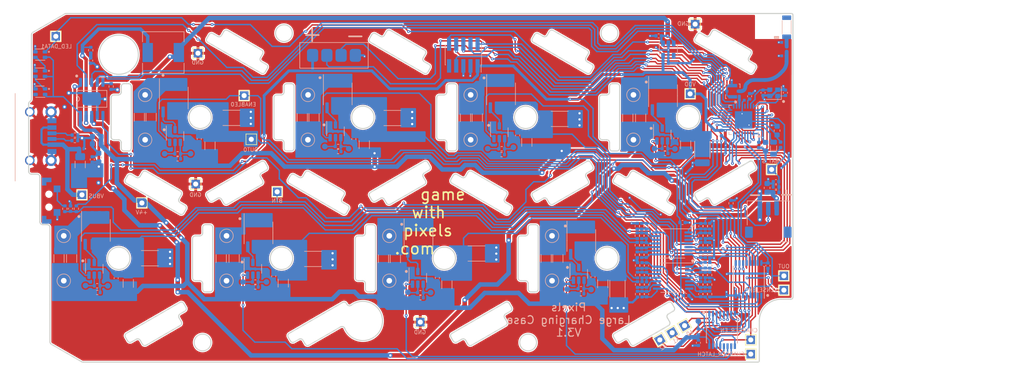
<source format=kicad_pcb>
(kicad_pcb (version 20211014) (generator pcbnew)
  (layers (0 "F.Cu" signal) (31 "B.Cu" signal) (34 "B.Paste" user) (35 "F.Paste" user) (36 "B.SilkS" user "B.Silkscreen") (37 "F.SilkS" user "F.Silkscreen") (38 "B.Mask" user) (39 "F.Mask" user) (44 "Edge.Cuts" user))
  (net 0 "")
  (net 1 "GND")
  (net 2 "VBUS")
  (net 3 "Net-(C1-Pad1)")
  (net 4 "Net-(C3-Pad1)")
  (net 5 "VDD")
  (net 6 "Net-(C4-Pad1)")
  (net 7 "Net-(C6-Pad2)")
  (net 8 "+4V")
  (net 9 "Net-(C5-Pad2)")
  (net 10 "Net-(C7-Pad1)")
  (net 11 "+5V")
  (net 12 "Net-(R3-Pad1)")
  (net 13 "Net-(C13-Pad1)")
  (net 14 "Net-(C17-Pad1)")
  (net 15 "Net-(C21-Pad1)")
  (net 16 "Net-(C25-Pad1)")
  (net 17 "Net-(C29-Pad1)")
  (net 18 "Net-(C33-Pad1)")
  (net 19 "Net-(U4-Pad2)")
  (net 20 "Net-(U6-Pad2)")
  (net 21 "Net-(C37-Pad1)")
  (net 22 "/Power/VBAT_SENSE")
  (net 24 "Net-(D1-Pad1)")
  (net 25 "Net-(D2-Pad1)")
  (net 26 "Net-(D3-Pad1)")
  (net 27 "RXI")
  (net 28 "SWDIO")
  (net 29 "SWDCLK")
  (net 30 "SWO")
  (net 31 "RESET")
  (net 32 "TXO")
  (net 33 "Net-(J23-PadA5)")
  (net 34 "Net-(J23-PadB5)")
  (net 35 "+BATT")
  (net 36 "Net-(L1-Pad1)")
  (net 37 "Net-(C46-Pad1)")
  (net 38 "/Multiplexed Chargers/ENABLE1")
  (net 39 "Net-(R4-Pad2)")
  (net 40 "/Multiplexed Chargers/ENABLE2")
  (net 41 "/Multiplexed Chargers/ENABLE3")
  (net 42 "Net-(R10-Pad2)")
  (net 43 "/Multiplexed Chargers/ENABLE0")
  (net 44 "/Multiplexed Chargers/ENABLE5")
  (net 45 "Net-(R15-Pad1)")
  (net 46 "Net-(R16-Pad2)")
  (net 47 "/Multiplexed Chargers/ENABLE6")
  (net 48 "/Multiplexed Chargers/ENABLE7")
  (net 49 "Net-(R37-Pad1)")
  (net 50 "/Multiplexed Chargers/ENABLE4")
  (net 51 "/Power/4V_EN")
  (net 52 "/Multiplexed Chargers/SENSE_EN")
  (net 53 "/Multiplexed Chargers/SENSE_OUT")
  (net 54 "/Multiplexed Chargers/CHARGER_ENL_D")
  (net 55 "/Multiplexed Chargers/~{CHARGER_ENL_EN}")
  (net 56 "Net-(C59-Pad1)")
  (net 57 "/Multiplexed Chargers/CHARGER_SELECT_A0")
  (net 58 "/Multiplexed Chargers/CHARGER_SELECT_A1")
  (net 59 "/Multiplexed Chargers/CHARGER_SELECT_A2")
  (net 61 "Net-(U2-Pad2)")
  (net 62 "Net-(U8-Pad2)")
  (net 63 "Net-(U10-Pad2)")
  (net 64 "Net-(U12-Pad2)")
  (net 65 "Net-(U14-Pad2)")
  (net 66 "/Multiplexed Chargers/SENSE0")
  (net 67 "/Multiplexed Chargers/SENSE1")
  (net 68 "/Multiplexed Chargers/SENSE2")
  (net 69 "/Multiplexed Chargers/SENSE3")
  (net 70 "/Multiplexed Chargers/SENSE5")
  (net 71 "/Multiplexed Chargers/SENSE7")
  (net 72 "/Multiplexed Chargers/SENSE6")
  (net 73 "/Multiplexed Chargers/SENSE4")
  (net 74 "Net-(U23-Pad2)")
  (net 75 "Net-(J24-Pad2)")
  (net 76 "Net-(C57-Pad1)")
  (net 77 "Net-(R2-Pad1)")
  (net 78 "Net-(R5-Pad1)")
  (net 79 "Net-(R6-Pad2)")
  (net 80 "Net-(R8-Pad2)")
  (net 81 "Net-(R11-Pad1)")
  (net 82 "Net-(R12-Pad2)")
  (net 83 "Net-(R13-Pad1)")
  (net 84 "Net-(R14-Pad2)")
  (net 85 "Net-(C60-Pad1)")
  (net 86 "Net-(C61-Pad1)")
  (net 87 "Net-(C62-Pad1)")
  (net 88 "Net-(C63-Pad1)")
  (net 89 "Net-(R38-Pad2)")
  (net 90 "Net-(C64-Pad1)")
  (net 91 "Net-(C50-Pad1)")
  (net 92 "Net-(R7-Pad1)")
  (net 93 "Net-(R10-Pad1)")
  (net 94 "Net-(C65-Pad1)")
  (net 95 "/Multiplexed Chargers/Charger 2/CHARGER_GND")
  (net 96 "/Multiplexed Chargers/Charger 3/CHARGER_GND")
  (net 97 "/Multiplexed Chargers/Charger 4/CHARGER_GND")
  (net 98 "/Multiplexed Chargers/Charger 1/CHARGER_GND")
  (net 99 "/Multiplexed Chargers/Charger 6/CHARGER_GND")
  (net 100 "/Multiplexed Chargers/Charger 7/CHARGER_GND")
  (net 101 "/Multiplexed Chargers/Charger 8/CHARGER_GND")
  (net 102 "/Multiplexed Chargers/Charger 5/CHARGER_GND")
  (net 103 "Net-(L1-Pad2)")
  (net 105 "Net-(C66-Pad1)")
  (net 106 "Net-(C67-Pad1)")
  (net 107 "Net-(C68-Pad1)")
  (net 108 "Net-(C69-Pad1)")
  (net 109 "Net-(C70-Pad1)")
  (net 110 "Net-(C71-Pad1)")
  (net 111 "Net-(C72-Pad1)")
  (net 112 "Net-(L4-Pad1)")
  (net 113 "Net-(R18-Pad1)")
  (net 114 "Net-(R20-Pad2)")
  (net 115 "/Power/CHARGE")
  (net 116 "Net-(C49-Pad1)")
  (net 117 "/ANT_NRF")
  (net 118 "/ANTENNA")
  (net 120 "/ANT_50")
  (net 122 "/Power/BAT_STAT")
  (footprint "Pixels-dice:TestPoint_1.5x1.5_Drill0.9mm" (layer "F.Cu") (at 106.1 89.14)
    (fp_text reference "GND")
    (fp_text value "GND")
  )
  (footprint "Pixels-dice:TestPoint_1.5x1.5_Drill0.9mm" (layer "F.Cu") (at 195.09 60.65)
    (fp_text reference "GND")
    (fp_text value "GND")
  )
  (footprint "Pixels-dice:TestPoint_1.5x1.5_Drill0.9mm" (layer "F.Cu") (at 85.84 91.06)
    (fp_text reference "VBUS")
    (fp_text value "VBUS")
  )
  (footprint "Pixels-dice:TestPoint_1.5x1.5_Drill0.9mm" (layer "F.Cu") (at 146.12 113.74)
    (fp_text reference "GND")
    (fp_text value "GND")
  )
  (footprint "Pixels-dice:TX Coil" (layer "F.Cu") (at 150.4 102.4 90)
    (fp_text reference "J15" hide)
    (fp_text value "TX_Coil")
  )
  (footprint "Pixels-dice:TestPoint_1.5x1.5_Drill0.9mm" (layer "F.Cu") (at 114.73 73.38)
    (fp_text reference "ENABLE0")
    (fp_text value "ENABLE0")
  )
  (footprint "Pixels-dice:TX Coil" (layer "F.Cu") (at 92.4 102.4 90)
    (fp_text reference "J21" hide)
    (fp_text value "TX_Coil")
  )
  (footprint "Pixels-dice:TX Coil" (layer "F.Cu") (at 179.4 102.4 90)
    (fp_text reference "J26" hide)
    (fp_text value "TX_Coil")
  )
  (footprint "Pixels-dice:TestPoint_1.5x1.5_Drill0.9mm" (layer "F.Cu") (at 205 119.44)
    (fp_text reference "CHARGER_LATCH")
    (fp_text value "CHARGER_LATCH")
  )
  (footprint "Pixels-dice:TestPoint_1.5x1.5_Drill0.9mm" (layer "F.Cu") (at 96.52 92.51)
    (fp_text reference "+4V")
    (fp_text value "+4V")
  )
  (footprint "Pixels-dice:TestPoint_1.5x1.5_Drill0.9mm" (layer "F.Cu") (at 116.01 81.17)
    (fp_text reference "OUT0")
    (fp_text value "OUT0")
  )
  (footprint "Pixels-dice:TestPoint_1.5x1.5_Drill0.9mm" (layer "F.Cu") (at 210.9 105.5)
    (fp_text reference "OUT")
    (fp_text value "OUT")
  )
  (footprint "Pixels-dice:TestPoint_1.5x1.5_Drill0.9mm" (layer "F.Cu") (at 190.9997 115.63 30)
    (fp_text reference "A1")
    (fp_text value "A1")
  )
  (footprint "Pixels-dice:TestPoint_1.5x1.5_Drill0.9mm" (layer "F.Cu") (at 205 116.9)
    (fp_text reference "CHARGER_EN")
    (fp_text value "CHARGER_EN")
  )
  (footprint "Pixels-dice:TestPoint_1.5x1.5_Drill0.9mm" (layer "F.Cu") (at 208.71 86.54)
    (fp_text reference "VBAT_S")
    (fp_text value "VBAT_S")
  )
  (footprint "Pixels-dice:TestPoint_1.5x1.5_Drill0.9mm" (layer "F.Cu") (at 106.51 65.83)
    (fp_text reference "GND")
    (fp_text value "GND")
  )
  (footprint "Pixels-dice:TestPoint_1.5x1.5_Drill0.9mm" (layer "F.Cu") (at 120.62 90.52)
    (fp_text reference "BTN")
    (fp_text value "BTN")
  )
  (footprint "Pixels-dice:TestPoint_1.5x1.5_Drill0.9mm" (layer "F.Cu") (at 194.19 73.07)
    (fp_text reference "VDD")
    (fp_text value "VDD")
  )
  (footprint "Pixels-dice:TX Coil" (layer "F.Cu") (at 135.9 77.3 90)
    (fp_text reference "J3" hide)
    (fp_text value "TX_Coil")
  )
  (footprint "Pixels-dice:TX Coil" (layer "F.Cu") (at 164.9 77.3 90)
    (fp_text reference "J6" hide)
    (fp_text value "TX_Coil")
  )
  (footprint "Pixels-dice:TestPoint_1.5x1.5_Drill0.9mm" (layer "F.Cu") (at 193.1994 114.36 30)
    (fp_text reference "A0")
    (fp_text value "A0")
  )
  (footprint "Pixels-dice:TX Coil" (layer "F.Cu") (at 106.9 77.3 90)
    (fp_text reference "J12" hide)
    (fp_text value "TX_Coil")
  )
  (footprint "Pixels-dice:TestPoint_1.5x1.5_Drill0.9mm" (layer "F.Cu") (at 81.18 62.82)
    (fp_text reference "LED_DATA1")
    (fp_text value "LED_DATA1")
  )
  (footprint "Pixels-dice:TestPoint_1.5x1.5_Drill0.9mm" (layer "F.Cu") (at 210.9 108.04)
    (fp_text reference "SENSE_EN")
    (fp_text value "SENSE_EN")
  )
  (footprint "Pixels-dice:TestPoint_1.5x1.5_Drill0.9mm" (layer "F.Cu") (at 188.8 116.9 30)
    (fp_text reference "A2")
    (fp_text value "A2")
  )
  (footprint "Pixels-dice:TX Coil" (layer "F.Cu") (at 193.9 77.3 90)
    (fp_text reference "J9" hide)
    (fp_text value "TX_Coil")
  )
  (footprint "Pixels-dice:TX Coil" (layer "F.Cu") (at 121.4 102.4 90)
    (fp_text reference "J18" hide)
    (fp_text value "TX_Coil")
  )
  (footprint "Capacitor_SMD:C_0402_1005Metric" (layer "B.Cu") (at 186.38 98.34 -90)
    (fp_text reference "C72" hide)
    (fp_text value "0.1uF 10V 20%")
  )
  (footprint "TestPoint:TestPoint_THTPad_D2.0mm_Drill1.0mm" (layer "B.Cu") (at 111.594584 106.366052 180)
    (fp_text reference "J17" hide)
    (fp_text value "Coil B")
  )
  (footprint "Pixels-dice:TEST_PIN" (layer "B.Cu") (at 156.72 71.55 180)
    (fp_text reference "W12" hide)
    (fp_text value "D" hide)
  )
  (footprint "Resistor_SMD:R_0402_1005Metric" (layer "B.Cu") (at 116.725 107.49 180)
    (fp_text reference "R13" hide)
    (fp_text value "200k 1%")
  )
  (footprint "Capacitor_SMD:C_0402_1005Metric" (layer "B.Cu") (at 186.43 108.75 -90)
    (fp_text reference "C61" hide)
    (fp_text value "0.1uF 10V 20%")
  )
  (footprint "Capacitor_SMD:C_0402_1005Metric" (layer "B.Cu") (at 186.38 100.04 90)
    (fp_text reference "C70" hide)
    (fp_text value "0.1uF 10V 20%")
  )
  (footprint "Capacitor_SMD:C_0402_1005Metric" (layer "B.Cu") (at 196.08 108.74 -90)
    (fp_text reference "C49" hide)
    (fp_text value "0.1uF 10V 20%")
  )
  (footprint "Resistor_SMD:R_0402_1005Metric" (layer "B.Cu") (at 196.9 100.04 -90)
    (fp_text reference "R58" hide)
    (fp_text value "100k 0.1%")
  )
  (footprint "Capacitor_SMD:C_1206_3216Metric" (layer "B.Cu") (at 178.63 106.91 90)
    (fp_text reference "C56" hide)
    (fp_text value "47uF 10V 20%")
  )
  (footprint "Resistor_SMD:R_0402_1005Metric" (layer "B.Cu") (at 185.63 105.35 90)
    (fp_text reference "R48" hide)
    (fp_text value "100k 0.1%")
  )
  (footprint "Pixels-dice:CHIP_ANT" (layer "B.Cu") (at 211.4 62.9 180)
    (fp_text reference "AE1" hide)
    (fp_text value "Antenna_Chip" hide)
  )
  (footprint "TestPoint:TestPoint_THTPad_D2.0mm_Drill1.0mm" (layer "B.Cu") (at 82.594584 106.366052 180)
    (fp_text reference "J20" hide)
    (fp_text value "Coil B")
  )
  (footprint "Pixels-dice:TEST_PIN" (layer "B.Cu") (at 158.13 82.84 180)
    (fp_text reference "W10" hide)
    (fp_text value "R" hide)
  )
  (footprint "Pixels-dice:Battery_Socket_1.5mm_3PIN" (layer "B.Cu") (at 208.12 95.94)
    (fp_text reference "J24" hide)
    (fp_text value "Conn_01x03")
  )
  (footprint "Resistor_SMD:R_0402_1005Metric" (layer "B.Cu") (at 84.84 93.54 90)
    (fp_text reference "R1" hide)
    (fp_text value "10k 5%")
  )
  (footprint "TestPoint:TestPoint_THTPad_D2.0mm_Drill1.0mm" (layer "B.Cu") (at 155.094584 81.251316 180)
    (fp_text reference "J5" hide)
    (fp_text value "Coil B")
  )
  (footprint "Resistor_SMD:R_0402_1005Metric" (layer "B.Cu") (at 197.68 108.74 90)
    (fp_text reference "R22" hide)
    (fp_text value "2k 0.1%")
  )
  (footprint "Package_TO_SOT_SMD:SOT-23-6" (layer "B.Cu") (at 145.68 105.85 -90)
    (fp_text reference "U10" hide)
    (fp_text value "XKT001")
  )
  (footprint "Resistor_SMD:R_0402_1005Metric" (layer "B.Cu") (at 131.48 82.44 180)
    (fp_text reference "R4" hide)
    (fp_text value "84.5k 1%")
  )
  (footprint "TestPoint:TestPoint_THTPad_D2.0mm_Drill1.0mm" (layer "B.Cu") (at 140.594584 106.366052 180)
    (fp_text reference "J14" hide)
    (fp_text value "Coil B")
  )
  (footprint "Capacitor_SMD:C_0603_1608Metric" (layer "B.Cu") (at 209.69 79.62 90)
    (fp_text reference "C1" hide)
    (fp_text value "4.7uF 6.3V 20%")
  )
  (footprint "Capacitor_SMD:C_0402_1005Metric" (layer "B.Cu") (at 209.49 88.72 180)
    (fp_text reference "C54" hide)
    (fp_text value "10nF 25V 10%")
  )
  (footprint "Pixels-dice:TX1812Z_2020" (layer "B.Cu") (at 78.394099 66.08 90)
    (fp_text reference "D3" hide)
    (fp_text value "TX1812Z_2020")
  )
  (footprint "Capacitor_SMD:C_0402_1005Metric" (layer "B.Cu") (at 87.39 67.14 -90)
    (fp_text reference "C46" hide)
    (fp_text value "3.3nF 10V 20%")
  )
  (footprint "Resistor_SMD:R_0402_1005Metric" (layer "B.Cu") (at 174.75 108.68 180)
    (fp_text reference "R37" hide)
    (fp_text value "200k 1%")
  )
  (footprint "Pixels-dice:TEST_PIN" (layer "B.Cu") (at 170.85 96.34 180)
    (fp_text reference "W74" hide)
    (fp_text value "D" hide)
  )
  (footprint "Capacitor_SMD:C_0402_1005Metric" (layer "B.Cu") (at 196.88 105.35 -90)
    (fp_text reference "C60" hide)
    (fp_text value "0.1uF 10V 20%")
  )
  (footprint "Capacitor_SMD:C_0402_1005Metric" (layer "B.Cu") (at 91.93 105.91 90)
    (fp_text reference "C35" hide)
    (fp_text value "0.1uF 10V 20%")
  )
  (footprint "Capacitor_SMD:C_1206_3216Metric" (layer "B.Cu") (at 156.27 77.32 -90)
    (fp_text reference "C18" hide)
    (fp_text value "56nF 50V NP0")
  )
  (footprint "Pixels-dice:USB-C-SMD_10P-P1.00-L6.8-W8.9" (layer "B.Cu") (at 78.44 80.6 180)
    (fp_text reference "J23" hide)
    (fp_text value "USB_C_Receptacle_USB2.0")
  )
  (footprint "Capacitor_SMD:C_1206_3216Metric" (layer "B.Cu") (at 154.17 77.32 -90)
    (fp_text reference "C17" hide)
    (fp_text value "100nF 50V NP0")
  )
  (footprint "Capacitor_SMD:C_1206_3216Metric" (layer "B.Cu") (at 84 102.4 -90)
    (fp_text reference "C38" hide)
    (fp_text value "56nF 50V NP0")
  )
  (footprint "Capacitor_SMD:C_1206_3216Metric" (layer "B.Cu") (at 165.1 81.72 90)
    (fp_text reference "C16" hide)
    (fp_text value "47uF 10V 20%")
  )
  (footprint "Resistor_SMD:R_0402_1005Metric" (layer "B.Cu") (at 197.68 107.05 -90)
    (fp_text reference "R25" hide)
    (fp_text value "100k 0.1%")
  )
  (footprint "Pixels-dice:TX1812Z_2020" (layer "B.Cu") (at 78.414099 72.68 90)
    (fp_text reference "D1" hide)
    (fp_text value "TX1812Z_2020")
  )
  (footprint "Resistor_SMD:R_0402_1005Metric" (layer "B.Cu") (at 185.58 100.04 -90)
    (fp_text reference "R63" hide)
    (fp_text value "100k 0.1%")
  )
  (footprint "Pixels-dice:TEST_PIN" (layer "B.Cu") (at 86.47 107.23 180)
    (fp_text reference "W35" hide)
    (fp_text value "R" hide)
  )
  (footprint "Resistor_SMD:R_0402_1005Metric" (layer "B.Cu") (at 184.78 100.04 -90)
    (fp_text reference "R62" hide)
    (fp_text value "2k 0.1%")
  )
  (footprint "Package_DFN_QFN:QFN-32-1EP_5x5mm_P0.5mm_EP3.1x3.1mm" (layer "B.Cu") (at 203.72 77.71 90)
    (fp_text reference "U1" hide)
    (fp_text value "N52810_QFN32")
  )
  (footprint "Pixels-dice:DFN" (layer "B.Cu") (at 85.77 82.85 180)
    (fp_text reference "D5" hide)
    (fp_text value "D_TVS")
  )
  (footprint "Resistor_SMD:R_0402_1005Metric" (layer "B.Cu") (at 102.89 84.65 180)
    (fp_text reference "R9" hide)
    (fp_text value "200k 1%")
  )
  (footprint "Resistor_SMD:R_0402_1005Metric" (layer "B.Cu") (at 184.83 108.75 90)
    (fp_text reference "R40" hide)
    (fp_text value "2k 0.1%")
  )
  (footprint "Package_TO_SOT_SMD:SOT-23-6" (layer "B.Cu") (at 102.42 80.58 -90)
    (fp_text reference "U8" hide)
    (fp_text value "XKT001")
  )
  (footprint "Pixels-dice:TEST_PIN" (layer "B.Cu") (at 140.43 108.62 -90)
    (fp_text reference "W24" hide)
    (fp_text value "R" hide)
  )
  (footprint "Capacitor_SMD:C_1206_3216Metric" (layer "B.Cu") (at 125.085 77.285 -90)
    (fp_text reference "C13" hide)
    (fp_text value "100nF 50V NP0")
  )
  (footprint "Inductor_SMD:L_0805_2012Metric" (layer "B.Cu") (at 209.06 82.7425 -90)
    (fp_text reference "L1" hide)
    (fp_text value "10uH 100mA 10%")
  )
  (footprint "Capacitor_SMD:C_0402_1005Metric" (layer "B.Cu") (at 191.66 80.98 90)
    (fp_text reference "C19" hide)
    (fp_text value "0.1uF 10V 20%")
  )
  (footprint "Resistor_SMD:R_0402_1005Metric" (layer "B.Cu") (at 116.725 106.59 180)
    (fp_text reference "R14" hide)
    (fp_text value "84.5k 1%")
  )
  (footprint "Capacitor_SMD:C_0603_1608Metric" (layer "B.Cu") (at 88.47 81.98 180)
    (fp_text reference "C47" hide)
    (fp_text value "22uF 10V 20%")
  )
  (footprint "Resistor_SMD:R_2010_5025Metric" (layer "B.Cu") (at 97.95 102.35 180)
    (fp_text reference "R66" hide)
    (fp_text value "100mR 0.5W 1%")
  )
  (footprint "Resistor_SMD:R_0402_1005Metric" (layer "B.Cu") (at 195.66 115.48 90)
    (fp_text reference "R20" hide)
    (fp_text value "100k 1%")
  )
  (footprint "Resistor_SMD:R_0402_1005Metric" (layer "B.Cu") (at 201.48 92.56 -90)
    (fp_text reference "R17" hide)
    (fp_text value "82K 1%")
  )
  (footprint "Pixels-dice:TEST_PIN" (layer "B.Cu") (at 185.26 71.06 180)
    (fp_text reference "W17" hide)
    (fp_text value "D" hide)
  )
  (footprint "TestPoint:TestPoint_THTPad_D2.0mm_Drill1.0mm" (layer "B.Cu") (at 97.094584 73.251316 180)
    (fp_text reference "J13" hide)
    (fp_text value "Coil A")
  )
  (footprint "TestPoint:TestPoint_THTPad_D2.0mm_Drill1.0mm" (layer "B.Cu") (at 97.094584 81.251316 180)
    (fp_text reference "J11" hide)
    (fp_text value "Coil B")
  )
  (footprint "Pixels-dice:0402_RF" (layer "B.Cu") (at 202.95 73.05 90)
    (fp_text reference "L6" hide)
    (fp_text value "3.9nH 5%")
  )
  (footprint "Capacitor_SMD:C_0402_1005Metric" (layer "B.Cu") (at 193.49 109.01)
    (fp_text reference "C39" hide)
    (fp_text value "0.1uF 10V 20%")
  )
  (footprint "Capacitor_SMD:C_1206_3216Metric" (layer "B.Cu") (at 185.38 77.36 -90)
    (fp_text reference "C22" hide)
    (fp_text value "56nF 50V NP0")
  )
  (footprint "Resistor_SMD:R_0402_1005Metric" (layer "B.Cu") (at 146.14 108.49 180)
    (fp_text reference "R12" hide)
    (fp_text value "84.5k 1%")
  )
  (footprint "Resistor_SMD:R_0402_1005Metric" (layer "B.Cu") (at 84.57 81.39 180)
    (fp_text reference "R27" hide)
    (fp_text value "5.1k 1%")
  )
  (footprint "Capacitor_SMD:C_1206_3216Metric" (layer "B.Cu") (at 108.65 82.32 90)
    (fp_text reference "C24" hide)
    (fp_text value "47uF 10V 20%")
  )
  (footprint "Capacitor_SMD:C_0603_1608Metric" (layer "B.Cu") (at 88.82 84.42 90)
    (fp_text reference "C44" hide)
    (fp_text value "10uF 10V 20%")
  )
  (footprint "Resistor_SMD:R_0402_1005Metric" (layer "B.Cu") (at 197.68 105.35 90)
    (fp_text reference "R32" hide)
    (fp_text value "100k 0.1%")
  )
  (footprint "Capacitor_SMD:C_1206_3216Metric" (layer "B.Cu") (at 94.09 106.85 90)
    (fp_text reference "C36" hide)
    (fp_text value "47uF 10V 20%")
  )
  (footprint "Pixels-dice:SOIC-8_3.9x4.9mm_P1.27mm" (layer "B.Cu") (at 117.29 97.845)
    (fp_text reference "U13" hide)
    (fp_text value "XKT335")
  )
  (footprint "Resistor_SMD:R_2010_5025Metric" (layer "B.Cu") (at 127.01 102.48 180)
    (fp_text reference "R61" hide)
    (fp_text value "100mR 0.5W 1%")
  )
  (footprint "TestPoint:TestPoint_THTPad_D2.0mm_Drill1.0mm" (layer "B.Cu") (at 184.094584 73.251316 180)
    (fp_text reference "J10" hide)
    (fp_text value "Coil A")
  )
  (footprint "Pixels-dice:TEST_PIN" (layer "B.Cu") (at 127.25 83.67 -90)
    (fp_text reference "W4" hide)
    (fp_text value "R" hide)
  )
  (footprint "Resistor_SMD:R_0402_1005Metric" (layer "B.Cu") (at 184.83 105.35 90)
    (fp_text reference "R47" hide)
    (fp_text value "2k 0.1%")
  )
  (footprint "Resistor_SMD:R_0402_1005Metric" (layer "B.Cu") (at 196.08 107.04 -90)
    (fp_text reference "R24" hide)
    (fp_text value "2k 0.1%")
  )
  (footprint "Pixels-dice:SOIC-8_3.9x4.9mm_P1.27mm" (layer "B.Cu") (at 131.41 73.08)
    (fp_text reference "U3" hide)
    (fp_text value "XKT335")
  )
  (footprint "Pixels-dice:0402_RF" (layer "B.Cu") (at 211.4 65.1 90)
    (fp_text reference "L3" hide)
    (fp_text value "1.5nH 5%")
  )
  (footprint "Resistor_SMD:R_0402_1005Metric" (layer "B.Cu") (at 189.71 82.83 180)
    (fp_text reference "R8" hide)
    (fp_text value "84.5k 1%")
  )
  (footprint "Resistor_SMD:R_0402_1005Metric" (layer "B.Cu") (at 184.78 96.64 -90)
    (fp_text reference "R65" hide)
    (fp_text value "2k 0.1%")
  )
  (footprint "Capacitor_SMD:C_0402_1005Metric" (layer "B.Cu") (at 186.43 103.65 90)
    (fp_text reference "C63" hide)
    (fp_text value "0.1uF 10V 20%")
  )
  (footprint "Pixels-dice:SOIC-8_3.9x4.9mm_P1.27mm" (layer "B.Cu") (at 174.81 99.2)
    (fp_text reference "U24" hide)
    (fp_text value "XKT335")
  )
  (footprint "Resistor_SMD:R_0402_1005Metric" (layer "B.Cu") (at 197.7 96.64 -90)
    (fp_text reference "R50" hide)
    (fp_text value "2k 0.1%")
  )
  (footprint "Pixels-dice:TEST_PIN" (layer "B.Cu") (at 113.01 108.06 -90)
    (fp_text reference "W29" hide)
    (fp_text value "R" hide)
  )
  (footprint "Capacitor_SMD:C_0402_1005Metric" (layer "B.Cu") (at 196.88 107.05 90)
    (fp_text reference "C50" hide)
    (fp_text value "0.1uF 10V 20%")
  )
  (footprint "Pixels-dice:4x2.54mm_SMD" (layer "B.Cu") (at 130.74 66.21)
    (fp_text reference "P1" hide)
    (fp_text value "heard4")
  )
  (footprint "Capacitor_SMD:C_0402_1005Metric" (layer "B.Cu") (at 204.8 73.5 90)
    (fp_text reference "C7" hide)
    (fp_text value "100pF NP0 10V 5%")
  )
  (footprint "Resistor_SMD:R_2010_5025Metric" (layer "B.Cu") (at 170.96 77.53 180)
    (fp_text reference "R56" hide)
    (fp_text value "100mR 0.5W 1%")
  )
  (footprint "Resistor_SMD:R_0402_1005Metric" (layer "B.Cu") (at 196.1 98.34 90)
    (fp_text reference "R52" hide)
    (fp_text value "2k 0.1%")
  )
  (footprint "Pixels-dice:TEST_PIN" (layer "B.Cu") (at 195.66 113.56 180)
    (fp_text reference "W59" hide)
    (fp_text value "CHARGER_CLR" hide)
  )
  (footprint "Capacitor_SMD:C_1206_3216Metric" (layer "B.Cu") (at 168.55 102.4 -90)
    (fp_text reference "C57" hide)
    (fp_text value "100nF 50V NP0")
  )
  (footprint "Capacitor_SMD:C_0402_1005Metric" (layer "B.Cu") (at 134.28 81.12 90)
    (fp_text reference "C11" hide)
    (fp_text value "0.1uF 10V 20%")
  )
  (footprint "Resistor_SMD:R_0402_1005Metric" (layer "B.Cu") (at 196.08 105.34 90)
    (fp_text reference "R31" hide)
    (fp_text value "2k 0.1%")
  )
  (footprint "Pixels-dice:TEST_PIN" (layer "B.Cu") (at 172.31 107.86 180)
    (fp_text reference "W72" hide)
    (fp_text value "R" hide)
  )
  (footprint "Pixels-dice:TEST_PIN" (layer "B.Cu") (at 126.15 70.74 180)
    (fp_text reference "W7" hide)
    (fp_text value "D" hide)
  )
  (footprint "Capacitor_SMD:C_0603_1608Metric" (layer "B.Cu") (at 88.47 80.68 180)
    (fp_text reference "C48" hide)
    (fp_text value "22uF 10V 20%")
  )
  (footprint "Pixels-dice:TEST_PIN" (layer "B.Cu") (at 114.52 106.585 180)
    (fp_text reference "W30" hide)
    (fp_text value "R" hide)
  )
  (footprint "Capacitor_SMD:C_1206_3216Metric" (layer "B.Cu") (at 98.16 77.23 -90)
    (fp_text reference "C26" hide)
    (fp_text value "56nF 50V NP0")
  )
  (footprint "Pixels-dice:TEST_PIN" (layer "B.Cu") (at 84.63 89.02 180)
    (fp_text reference "W62" hide)
    (fp_text value "5V" hide)
  )
  (footprint "Capacitor_SMD:C_0402_1005Metric" (layer "B.Cu") (at 186.43 105.35 -90)
    (fp_text reference "C64" hide)
    (fp_text value "0.1uF 10V 20%")
  )
  (footprint "Resistor_SMD:R_0402_1005Metric" (layer "B.Cu") (at 131.48 83.34 180)
    (fp_text reference "R3" hide)
    (fp_text value "200k 1%")
  )
  (footprint "Capacitor_SMD:C_0402_1005Metric" (layer "B.Cu") (at 195.67 117.42 -90)
    (fp_text reference "C42" hide)
    (fp_text value "0.1uF 10V 20%")
  )
  (footprint "Capacitor_SMD:C_0402_1005Metric" (layer "B.Cu") (at 83.8 93.52 90)
    (fp_text reference "C3" hide)
    (fp_text value "0.1uF 10V 20%")
  )
  (footprint "Resistor_SMD:R_0402_1005Metric" (layer "B.Cu") (at 82.79 93.54 -90)
    (fp_text reference "R2" hide)
    (fp_text value "1k 1%")
  )
  (footprint "Package_TO_SOT_SMD:SOT-23-6" (layer "B.Cu") (at 189.23 80.32 -90)
    (fp_text reference "U6" hide)
    (fp_text value "XKT001")
  )
  (footprint "TestPoint:TestPoint_THTPad_D2.0mm_Drill1.0mm" (layer "B.Cu") (at 111.594584 98.366052 180)
    (fp_text reference "J19" hide)
    (fp_text value "Coil A")
  )
  (footprint "Pixels-dice:SOIC-8_3.9x4.9mm_P1.27mm" (layer "B.Cu") (at 88.32 97.4)
    (fp_text reference "U15" hide)
    (fp_text value "XKT335")
  )
  (footprint "Resistor_SMD:R_0402_1005Metric" (layer "B.Cu") (at 196.9 96.64 -90)
    (fp_text reference "R49" hide)
    (fp_text value "100k 0.1%")
  )
  (footprint "Resistor_SMD:R_0402_1005Metric" (layer "B.Cu") (at 146.14 109.39 180)
    (fp_text reference "R11" hide)
    (fp_text value "200k 1%")
  )
  (footprint "Capacitor_SMD:C_0402_1005Metric" (layer "B.Cu") (at 196.08 103.64 90)
    (fp_text reference "C59" hide)
    (fp_text value "0.1uF 10V 20%")
  )
  (footprint "Capacitor_SMD:C_0402_1005Metric" (layer "B.Cu") (at 189.85 67.6)
    (fp_text reference "C52" hide)
    (fp_text value "10uF 10V 20%")
  )
  (footprint "Capacitor_SMD:C_0402_1005Metric" (layer "B.Cu") (at 87.67 84.75 90)
    (fp_text reference "C43" hide)
    (fp_text value "0.1uF 10V 20%")
  )
  (footprint "Pixels-dice:SPM6530" (layer "B.Cu") (at 100.33 65.7)
    (fp_text reference "L4" hide)
    (fp_text value "2.2uH 1.5A 10%")
  )
  (footprint "Capacitor_SMD:C_0402_1005Metric" (layer "B.Cu") (at 207.19 72.87 90)
    (fp_text reference "C6" hide)
    (fp_text value "8pF 10V 10%")
  )
  (footprint "Resistor_SMD:R_0402_1005Metric" (layer "B.Cu") (at 160.62 82.85 180)
    (fp_text reference "R6" hide)
    (fp_text value "84.5k 1%")
  )
  (footprint "Pixels-dice:TEST_PIN" (layer "B.Cu") (at 191.49 82.88 180)
    (fp_text reference "W18" hide)
    (fp_text value "R" hide)
  )
  (footprint "Pixels-dice:SOT-23-5" (layer "B.Cu") (at 190.32 65.19 -90)
    (fp_text reference "U22" hide)
    (fp_text value "ME6215" hide)
  )
  (footprint "Resistor_SMD:R_0402_1005Metric" (layer "B.Cu") (at 185.63 103.65 -90)
    (fp_text reference "R44" hide)
    (fp_text value "100k 0.1%")
  )
  (footprint "Resistor_SMD:R_0402_1005Metric" (layer "B.Cu") (at 185.58 98.34 90)
    (fp_text reference "R68" hide)
    (fp_text value "100k 0.1%")
  )
  (footprint "Capacitor_SMD:C_0402_1005Metric" (layer "B.Cu") (at 211.18 72.87 -90)
    (fp_text reference "C5" hide)
    (fp_text value "8pF 10V 10%")
  )
  (footprint "Resistor_SMD:R_0402_1005Metric" (layer "B.Cu") (at 185.58 101.74 90)
    (fp_text reference "R59" hide)
    (fp_text value "100k 0.1%")
  )
  (footprint "Pixels-dice:TEST_PIN" (layer "B.Cu") (at 100.57 83.74 180)
    (fp_text reference "W20" hide)
    (fp_text value "R" hide)
  )
  (footprint "Resistor_SMD:R_0402_1005Metric" (layer "B.Cu") (at 91.04 71.76 -90)
    (fp_text reference "R18" hide)
    (fp_text value "120k 1%")
  )
  (footprint "Resistor_SMD:R_0402_1005Metric" (layer "B.Cu") (at 185.63 107.05 -90)
    (fp_text reference "R43" hide)
    (fp_text value "100k 0.1%")
  )
  (footprint "Package_SO:TSSOP-14_4.4x5mm_P0.65mm" (layer "B.Cu") (at 191.05 99.72 180)
    (fp_text reference "U20" hide)
    (fp_text value "LM2902")
  )
  (footprint "Capacitor_SMD:C_0402_1005Metric" (layer "B.Cu") (at 186.38 96.64 90)
    (fp_text reference "C71" hide)
    (fp_text value "0.1uF 10V 20%")
  )
  (footprint "Pixels-dice:TSB002" (layer "B.Cu") (at 79.5 92.1 -90)
    (fp_text reference "SW1" hide)
    (fp_text value "SW_Push")
  )
  (footprint "Capacitor_SMD:C_1206_3216Metric" (layer "B.Cu") (at 139.56 102.45 -90)
    (fp_text reference "C29" hide)
    (fp_text value "100nF 50V NP0")
  )
  (footprint "Capacitor_SMD:C_0402_1005Metric" (layer "B.Cu") (at 199.79 80.04 -90)
    (fp_text reference "C10" hide)
    (fp_text value "0.1uF 10V 20%")
  )
  (footprint "TestPoint:TestPoint_THTPad_D2.0mm_Drill1.0mm" (layer "B.Cu") (at 140.594584 98.366052 180)
    (fp_text reference "J16" hide)
    (fp_text value "Coil A")
  )
  (footprint "Capacitor_SMD:C_0402_1005Metric" (layer "B.Cu") (at 186.43 107.05 90)
    (fp_text reference "C62" hide)
    (fp_text value "0.1uF 10V 20%")
  )
  (footprint "Resistor_SMD:R_0402_1005Metric" (layer "B.Cu") (at 102.89 83.75 180)
    (fp_text reference "R10" hide)
    (fp_text value "84.5k 1%")
  )
  (footprint "Pixels-dice:TEST_PIN" (layer "B.Cu") (at 141.69 96.37 180)
    (fp_text reference "W27" hide)
    (fp_text value "D" hide)
  )
  (footprint "Capacitor_SMD:C_1206_3216Metric" (layer "B.Cu") (at 136.14 82.12 90)
    (fp_text reference "C12" hide)
    (fp_text value "47uF 10V 20%")
  )
  (footprint "Pixels-dice:TEST_PIN" (layer "B.Cu") (at 176.55 107.94 180)
    (fp_text reference "W75" hide)
    (fp_text value "R" hide)
  )
  (footprint "Capacitor_SMD:C_1206_3216Metric" (layer "B.Cu") (at 170.63 102.4 -90)
    (fp_text reference "C58" hide)
    (fp_text value "56nF 50V NP0")
  )
  (footprint "Capacitor_SMD:C_0402_1005Metric" (layer "B.Cu") (at 188.59 62.74 180)
    (fp_text reference "C53" hide)
    (fp_text value "10uF 10V 20%")
  )
  (footprint "Package_TO_SOT_SMD:SOT-23-6" (layer "B.Cu") (at 174.35 105.14 -90)
    (fp_text reference "U23" hide)
    (fp_text value "XKT001")
  )
  (footprint "Resistor_SMD:R_0402_1005Metric" (layer "B.Cu") (at 196.1 100.04 -90)
    (fp_text reference "R57" hide)
    (fp_text value "2k 0.1%")
  )
  (footprint "Capacitor_SMD:C_0402_1005Metric" (layer "B.Cu") (at 120.01 105.58 90)
    (fp_text reference "C31" hide)
    (fp_text value "0.1uF 10V 20%")
  )
  (footprint "Pixels-dice:TEST_PIN" (layer "B.Cu") (at 157.43 81.25 -90)
    (fp_text reference "W9" hide)
    (fp_text value "R" hide)
  )
  (footprint "Capacitor_SMD:C_1206_3216Metric" (layer "B.Cu") (at 110.65 102.41 -90)
    (fp_text reference "C33" hide)
    (fp_text value "100nF 50V NP0")
  )
  (footprint "Resistor_SMD:R_0402_1005Metric" (layer "B.Cu") (at 196.88 108.74 90)
    (fp_text reference "R21" hide)
    (fp_text value "100k 0.1%")
  )
  (footprint "TestPoint:TestPoint_THTPad_D2.0mm_Drill1.0mm" (layer "B.Cu") (at 169.594584 98.366052 180)
    (fp_text reference "J27" hide)
    (fp_text value "Coil A")
  )
  (footprint "TestPoint:TestPoint_THTPad_D2.0mm_Drill1.0mm" (layer "B.Cu") (at 155.094584 73.251316 180)
    (fp_text reference "J7" hide)
    (fp_text value "Coil A")
  )
  (footprint "Capacitor_SMD:C_1206_3216Metric" (layer "B.Cu") (at 121.7 106.79 90)
    (fp_text reference "C32" hide)
    (fp_text value "47uF 10V 20%")
  )
  (footprint "Resistor_SMD:R_0402_1005Metric" (layer "B.Cu") (at 184.83 107.05 -90)
    (fp_text reference "R42" hide)
    (fp_text value "2k 0.1%")
  )
  (footprint "Capacitor_SMD:C_0402_1005Metric" (layer "B.Cu") (at 197.7 100.04 90)
    (fp_text reference "C68" hide)
    (fp_text value "0.1uF 10V 20%")
  )
  (footprint "Resistor_SMD:R_0402_1005Metric" (layer "B.Cu") (at 184.83 103.65 -90)
    (fp_text reference "R45" hide)
    (fp_text value "2k 0.1%")
  )
  (footprint "Resistor_SMD:R_0402_1005Metric" (layer "B.Cu") (at 184.78 101.74 90)
    (fp_text reference "R60" hide)
    (fp_text value "2k 0.1%")
  )
  (footprint "Resistor_SMD:R_2010_5025Metric" (layer "B.Cu") (at 141.155 77.375 180)
    (fp_text reference "R30" hide)
    (fp_text value "100mR 0.5W 1%")
  )
  (footprint "Pixels-dice:TEST_PIN" (layer "B.Cu") (at 162.71 82.6 180)
    (fp_text reference "W13" hide)
    (fp_text value "R" hide)
  )
  (footprint "Resistor_SMD:R_0402_1005Metric" (layer "B.Cu") (at 174.75 107.78 180)
    (fp_text reference "R38" hide)
    (fp_text value "84.5k 1%")
  )
  (footprint "Pixels-dice:SOIC-8_3.9x4.9mm_P1.27mm" (layer "B.Cu") (at 102.2 73.82)
    (fp_text reference "U9" hide)
    (fp_text value "XKT335")
  )
  (footprint "Capacitor_SMD:C_0402_1005Metric" (layer "B.Cu") (at 106.73 81.1 90)
    (fp_text reference "C23" hide)
    (fp_text value "0.1uF 10V 20%")
  )
  (footprint "Pixels-dice:TX1812Z_2020" (layer "B.Cu") (at 78.4 69.47 90)
    (fp_text reference "D2" hide)
    (fp_text value "TX1812Z_2020")
  )
  (footprint "Pixels-dice:TEST_PIN" (layer "B.Cu") (at 186.15 82.85 -90)
    (fp_text reference "W14" hide)
    (fp_text value "R" hide)
  )
  (footprint "Inductor_SMD:L_0402_1005Metric" (layer "B.Cu") (at 210.31 82.15 90)
    (fp_text reference "L2" hide)
    (fp_text value "15nH")
  )
  (footprint "Resistor_SMD:R_0402_1005Metric" (layer "B.Cu") (at 209.5 90.63)
    (fp_text reference "R34" hide)
    (fp_text value "4.02M 1%")
  )
  (footprint "Pixels-dice:0402_RF" (layer "B.Cu") (at 210.95 63.9 180)
    (fp_text reference "C73" hide)
    (fp_text value "DNP")
  )
  (footprint "Pixels-dice:TEST_PIN" (layer "B.Cu") (at 133.37 82.84 180)
    (fp_text reference "W8" hide)
    (fp_text value "R" hide)
  )
  (footprint "Pixels-dice:TEST_PIN" (layer "B.Cu") (at 187.84 82.82 180)
    (fp_text reference "W15" hide)
    (fp_text value "R" hide)
  )
  (footprint "Resistor_SMD:R_2010_5025Metric" (layer "B.Cu") (at 156.14 101.52 180)
    (fp_text reference "R46" hide)
    (fp_text value "100mR 0.5W 1%")
  )
  (footprint "Capacitor_SMD:C_0402_1005Metric" (layer "B.Cu") (at 192.84 95.99)
    (fp_text reference "C40" hide)
    (fp_text value "0.1uF 10V 20%")
  )
  (footprint "Resistor_SMD:R_0402_1005Metric" (layer "B.Cu") (at 197.7 101.74 90)
    (fp_text reference "R55" hide)
    (fp_text value "2k 0.1%")
  )
  (footprint "Capacitor_SMD:C_0402_1005Metric" (layer "B.Cu") (at 196.1 96.64 90)
    (fp_text reference "C65" hide)
    (fp_text value "0.1uF 10V 20%")
  )
  (footprint "Pixels-dice:ESSOP10" (layer "B.Cu") (at 87.57 73.96 -90)
    (fp_text reference "U16" hide)
    (fp_text value "ETA9882")
  )
  (footprint "Pixels-dice:SOIC-8_3.9x4.9mm_P1.27mm" (layer "B.Cu") (at 145.8 98.81)
    (fp_text reference "U11" hide)
    (fp_text value "XKT335")
  )
  (footprint "Resistor_SMD:R_0402_1005Metric" (layer "B.Cu") (at 196.88 103.59 -90)
    (fp_text reference "R28" hide)
    (fp_text value "100k 0.1%")
  )
  (footprint "Resistor_SMD:R_0402_1005Metric" (layer "B.Cu") (at 209.5 89.66 180)
    (fp_text reference "R36" hide)
    (fp_text value "10M 1%")
  )
  (footprint "Capacitor_SMD:C_1206_3216Metric" (layer "B.Cu") (at 81.75 102.4 -90)
    (fp_text reference "C37" hide)
    (fp_text value "100nF 50V NP0")
  )
  (footprint "Capacitor_SMD:C_0402_1005Metric" (layer "B.Cu") (at 208.05 103.68 -90)
    (fp_text reference "C41" hide)
    (fp_text value "0.1uF 10V 20%")
  )
  (footprint "Package_SO:TSSOP-14_4.4x5mm_P0.65mm" (layer "B.Cu") (at 191.166463 105.82 180)
    (fp_text reference "U18" hide)
    (fp_text value "LM2902")
  )
  (footprint "Capacitor_SMD:C_1206_3216Metric" (layer "B.Cu") (at 96.06 77.23 -90)
    (fp_text reference "C25" hide)
    (fp_text value "100nF 50V NP0")
  )
  (footprint "Package_TO_SOT_SMD:SOT-23-6" (layer "B.Cu") (at 116.29 104.24 -90)
    (fp_text reference "U12" hide)
    (fp_text value "XKT001")
  )
  (footprint "Pixels-dice:TEST_PIN" (layer "B.Cu") (at 90.44 107.27 180)
    (fp_text reference "W38" hide)
    (fp_text value "R" hide)
  )
  (footprint "Capacitor_SMD:C_1206_3216Metric" (layer "B.Cu") (at 183.09 77.36 -90)
    (fp_text reference "C21" hide)
    (fp_text value "100nF 50V NP0")
  )
  (footprint "Package_TO_SOT_SMD:SOT-23-6" (layer "B.Cu") (at 88.03 104.24 -90)
    (fp_text reference "U14" hide)
    (fp_text value "XKT001")
  )
  (footprint "Resistor_SMD:R_0402_1005Metric" (layer "B.Cu") (at 88.55 107.26 180)
    (fp_text reference "R16" hide)
    (fp_text value "84.5k 1%")
  )
  (footprint "Pixels-dice:TEST_PIN" (layer "B.Cu") (at 84.75 97.67 180)
    (fp_text reference "W37" hide)
    (fp_text value "D" hide)
  )
  (footprint "Capacitor_SMD:C_0402_1005Metric" (layer "B.Cu") (at 163.47 80.47 90)
    (fp_text reference "C15" hide)
    (fp_text value "0.1uF 10V 20%")
  )
  (footprint "Capacitor_SMD:C_0603_1608Metric" (layer "B.Cu") (at 207.64 82.49 -90)
    (fp_text reference "C2" hide)
    (fp_text value "4.7uF 6.3V 20%")
  )
  (footprint "Pixels-dice:TEST_PIN" (layer "B.Cu") (at 105.19 83.72 180)
    (fp_text reference "W23" hide)
    (fp_text value "R" hide)
  )
  (footprint "Fuse:Fuse_1206_3216Metric" (layer "B.Cu") (at 85.52 85.66 -90)
    (fp_text reference "F1" hide)
    (fp_text value "1500mA <150mR")
  )
  (footprint "Pixels-dice:TEST_PIN" (layer "B.Cu") (at 169.33 108.89 -90)
    (fp_text reference "W71" hide)
    (fp_text value "R" hide)
  )
  (footprint "Resistor_SMD:R_0402_1005Metric" (layer "B.Cu") (at 84.6 80.41 180)
    (fp_text reference "R26" hide)
    (fp_text value "5.1k 1%")
  )
  (footprint "Resistor_SMD:R_0402_1005Metric" (layer "B.Cu") (at 88.56 108.45 180)
    (fp_text reference "R15" hide)
    (fp_text value "200k 1%")
  )
  (footprint "Pixels-dice:0402_RF" (layer "B.Cu") (at 210.95 66.3 180)
    (fp_text reference "C8" hide)
    (fp_text value "0.8pF 10V 5% NP0")
  )
  (footprint "Resistor_SMD:R_0402_1005Metric" (layer "B.Cu") (at 160.6 83.89 180)
    (fp_text reference "R5" hide)
    (fp_text value "200k 1%")
  )
  (footprint "Package_TO_SOT_SMD:SOT-23-6" (layer "B.Cu") (at 160.2 79.91 -90)
    (fp_text reference "U4" hide)
    (fp_text value "XKT001")
  )
  (footprint "TestPoint:TestPoint_THTPad_D2.0mm_Drill1.0mm" (layer "B.Cu") (at 126.094584 81.251316 180)
    (fp_text reference "J2" hide)
    (fp_text value "Coil B")
  )
  (footprint "Resistor_SMD:R_0402_1005Metric" (layer "B.Cu") (at 185.58 96.64 -90)
    (fp_text reference "R64" hide)
    (fp_text value "100k 0.1%")
  )
  (footprint "Pixels-dice:Crystal_SMD_2016-4Pin_2.0x1.6mm" (layer "B.Cu") (at 209.1 72.9 180)
    (fp_text reference "Y1" hide)
    (fp_text value "32MHz 40ppm")
  )
  (footprint "Connector_PinHeader_1.27mm:PinHeader_2x05_P1.27mm_Vertical_SMD" (layer "B.Cu") (at 153.79 66.14 90)
    (fp_text reference "J1" hide)
    (fp_text value "Conn_02x05_Odd_Even")
  )
  (footprint "Capacitor_SMD:C_0402_1005Metric" (layer "B.Cu") (at 186.38 101.74 -90)
    (fp_text reference "C69" hide)
    (fp_text value "0.1uF 10V 20%")
  )
  (footprint "Capacitor_SMD:C_0402_1005Metric" (layer "B.Cu") (at 206.43 82.18 -90)
    (fp_text reference "C4" hide)
    (fp_text value "0.1uF 10V 20%")
  )
  (footprint "Pixels-dice:TEST_PIN" (layer "B.Cu") (at 82.62 108.7 -90)
    (fp_text reference "W34" hide)
    (fp_text value "R" hide)
  )
  (footprint "Capacitor_SMD:C_1206_3216Metric" (layer "B.Cu") (at 150.86 107.07 90)
    (fp_text reference "C28" hide)
    (fp_text value "47uF 10V 20%")
  )
  (footprint "Resistor_SMD:R_0402_1005Metric" (layer "B.Cu") (at 196.9 101.74 90)
    (fp_text reference "R54" hide)
    (fp_text value "100k 0.1%")
  )
  (footprint "TestPoint:TestPoint_THTPad_D2.0mm_Drill1.0mm" (layer "B.Cu") (at 126.094584 73.251316 180)
    (fp_text reference "J4" hide)
    (fp_text value "Coil A")
  )
  (footprint "Resistor_SMD:R_0402_1005Metric" (layer "B.Cu") (at 196.9 98.34 90)
    (fp_text reference "R53" hide)
    (fp_text value "100k 0.1%")
  )
  (footprint "Resistor_SMD:R_0402_1005Metric" (layer "B.Cu") (at 184.78 98.34 90)
    (fp_text reference "R67" hide)
    (fp_text value "2k 0.1%")
  )
  (footprint "Capacitor_SMD:C_0402_1005Metric" (layer "B.Cu") (at 196.1 101.74 -90)
    (fp_text reference "C67" hide)
    (fp_text value "0.1uF 10V 20%")
  )
  (footprint "Pixels-dice:SOIC-8_3.9x4.9mm_P1.27mm" (layer "B.Cu") (at 160.51 73.07)
    (fp_text reference "U5" hide)
    (fp_text value "XKT335")
  )
  (footprint "Pixels-dice:TEST_PIN" (layer "B.Cu") (at 143.92 108.41 180)
    (fp_text reference "W25" hide)
    (fp_text value "R" hide)
  )
  (footprint "RFFrontEnd:MFH3.RECE.20369.001E.01" (layer "B.Cu") (at 201.7959 72.6 90)
    (fp_text reference "J28" hide)
    (fp_text value "DNP" hide)
  )
  (footprint "Package_TO_SOT_SMD:SOT-23-6" (layer "B.Cu") (at 131.01 79.74 -90)
    (fp_text reference "U2" hide)
    (fp_text value "XKT001")
  )
  (footprint "Resistor_SMD:R_2010_5025Metric" (layer "B.Cu") (at 181.25 107.8 90)
    (fp_text reference "R41" hide)
    (fp_text value "100mR 0.5W 1%")
  )
  (footprint "Resistor_SMD:R_2010_5025Metric" (layer "B.Cu") (at 112.48 77.35 180)
    (fp_text reference "R23" hide)
    (fp_text value "100mR 0.5W 1%")
  )
  (footprint "Package_SO:SSOP-16_4.4x5.2mm_P0.65mm" (layer "B.Cu") (at 199.89 115.12 -90)
    (fp_text reference "U19" hide)
    (fp_text value "74HCT259")
  )
  (footprint "TestPoint:TestPoint_THTPad_D2.0mm_Drill1.0mm" (layer "B.Cu") (at 82.594584 98.366052 180)
    (fp_text reference "J22" hide)
    (fp_text value "Coil A")
  )
  (footprint "Resistor_SMD:R_0402_1005Metric" (layer "B.Cu") (at 87.4 65.29 90)
    (fp_text reference "R69" hide)
    (fp_text value "1R 5%")
  )
  (footprint "Pixels-dice:TEST_PIN" (layer "B.Cu") (at 113.79 97.445 180)
    (fp_text reference "W32" hide)
    (fp_text value "D" hide)
  )
  (footprint "Pixels-dice:TEST_PIN" (layer "B.Cu") (at 99.27 80.7 -90)
    (fp_text reference "W19" hide)
    (fp_text value "R" hide)
  )
  (footprint "Pixels-dice:TEST_PIN" (layer "B.Cu") (at 98.15 71.42 180)
    (fp_text reference "W22" hide)
    (fp_text value "D" hide)
  )
  (footprint "Capacitor_SMD:C_0402_1005Metric" (layer "B.Cu") (at 197.7 98.34 -90)
    (fp_text reference "C66" hide)
    (fp_text value "0.1uF 10V 20%")
  )
  (footprint "TestPoint:TestPoint_THTPad_D2.0mm_Drill1.0mm" (layer "B.Cu") (at 184.094584 81.251316 180)
    (fp_text reference "J8" hide)
    (fp_text value "Coil B")
  )
  (footprint "Pixels-dice:TEST_PIN" (layer "B.Cu") (at 147.96 108.47 180)
    (fp_text reference "W28" hide)
    (fp_text value "R" hide)
  )
  (footprint "Capacitor_SMD:C_1206_3216Metric" (layer "B.Cu") (at 141.68 102.45 -90)
    (fp_text reference "C30" hide)
    (fp_text value "56nF 50V NP0")
  )
  (footprint "Capacitor_SMD:C_0603_1608Metric" (layer "B.Cu") (at 207.91 89.82 90)
    (fp_text reference "C45" hide)
    (fp_text value "10uF 10V 20%")
  )
  (footprint "Resistor_SMD:R_0402_1005Metric" (layer "B.Cu") (at 189.73 83.67 180)
    (fp_text reference "R7" hide)
    (fp_text value "200k 1%")
  )
  (footprint "Pixels-dice:TEST_PIN" (layer "B.Cu") (at 129.11 82.45 180)
    (fp_text reference "W5" hide)
    (fp_text value "R" hide)
  )
  (footprint "Capacitor_SMD:C_0402_1005Metric" (layer "B.Cu") (at 149.15 105.87 90)
    (fp_text reference "C27" hide)
    (fp_text value "0.1uF 10V 20%")
  )
  (footprint "Capacitor_SMD:C_1206_3216Metric" (layer "B.Cu") (at 112.95 102.41 -90)
    (fp_text reference "C34" hide)
    (fp_text value "56nF 50V NP0")
  )
  (footprint "TestPoint:TestPoint_THTPad_D2.0mm_Drill1.0mm" (layer "B.Cu") (at 169.594584 106.366052 180)
    (fp_text reference "J25" hide)
    (fp_text value "Coil B")
  )
  (footprint "Resistor_SMD:R_2010_5025Metric" (layer "B.Cu") (at 196.37 83.04 90)
    (fp_text reference "R51" hide)
    (fp_text value "100mR 0.5W 1%")
  )
  (footprint "Pixels-dice:0402_RF" (layer "B.Cu") (at 203.4 74.2)
    (fp_text reference "C9" hide)
    (fp_text value "0.8pF 10V 5% NP0")
  )
  (footprint "Capacitor_SMD:C_1206_3216Metric" (layer "B.Cu") (at 127.185 77.285 -90)
    (fp_text reference "C14" hide)
    (fp_text value "56nF 50V NP0")
  )
  (footprint "Pixels-dice:SOIC-8_3.9x4.9mm_P1.27mm" (layer "B.Cu") (at 189.37 73.41)
    (fp_text reference "U7" hide)
    (fp_text value "XKT335")
  )
  (footprint "Capacitor_SMD:C_1206_3216Metric" (layer "B.Cu") (at 193.4 82.14 90)
    (fp_text reference "C20" hide)
    (fp_text value "47uF 10V 20%")
  )
  (footprint "Package_SO:SSOP-16_4.4x5.2mm_P0.65mm" (layer "B.Cu") (at 204.61 106.1 90)
    (fp_text reference "U17" hide)
    (fp_text value "74HC4051PW")
  )
  (footprint "Resistor_SMD:R_0402_1005Metric" (layer "B.Cu") (at 197.7 103.62 -90)
    (fp_text reference "R29" hide)
    (fp_text value "2k 0.1%")
  )
  (footprint "Pixels-dice:TEST_PIN" (layer "B.Cu") (at 118.71 106.58 180)
    (fp_text reference "W33" hide)
    (fp_text value "R" hide)
  )
  (footprint "Capacitor_SMD:C_0402_1005Metric" (layer "B.Cu") (at 176.89 105.72 90)
    (fp_text reference "C55" hide)
    (fp_text value "0.1uF 10V 20%")
  )
  (footprint "Resistor_SMD:R_0402_1005Metric" (layer "B.Cu") (at 185.63 108.75 90)
    (fp_text reference "R39" hide)
    (fp_text value "100k 0.1%")
  )
  (gr_circle (center 143.63 104.71) (end 143.83 104.71) (layer "B.SilkS") (width 0.12) (fill solid))
  (gr_circle (center 210.84 74.43) (end 211.04 74.43) (layer "B.SilkS") (width 0.12) (fill solid))
  (gr_circle (center 85.29 94.93) (end 85.49 94.93) (layer "B.SilkS") (width 0.12) (fill solid))
  (gr_circle (center 158.29 78.68) (end 158.49 78.68) (layer "B.SilkS") (width 0.12) (fill solid))
  (gr_circle (center 187.24 79.21) (end 187.44 79.21) (layer "B.SilkS") (width 0.12) (fill solid))
  (gr_circle (center 85.99 102.83) (end 86.19 102.83) (layer "B.SilkS") (width 0.12) (fill solid))
  (gr_circle (center 171.96 96.61) (end 172.16 96.61) (layer "B.SilkS") (width 0.12) (fill solid))
  (gr_rect (start 209.19 62.84) (end 209.99 63.19) (layer "B.SilkS") (width 0.12) (fill solid))
  (gr_circle (center 194.65 102.82) (end 194.85 102.82) (layer "B.SilkS") (width 0.12) (fill solid))
  (gr_circle (center 196.6 112.09) (end 196.8 112.09) (layer "B.SilkS") (width 0.12) (fill solid))
  (gr_circle (center 128.25 70.19) (end 128.45 70.19) (layer "B.SilkS") (width 0.12) (fill solid))
  (gr_circle (center 208.02 108.98) (end 208.22 108.98) (layer "B.SilkS") (width 0.12) (fill solid))
  (gr_circle (center 206.48 80.65) (end 206.68 80.65) (layer "B.SilkS") (width 0.12) (fill solid))
  (gr_circle (center 172.34 103.99) (end 172.54 103.99) (layer "B.SilkS") (width 0.12) (fill solid))
  (gr_circle (center 186.38 70.96) (end 186.58 70.96) (layer "B.SilkS") (width 0.12) (fill solid))
  (gr_circle (center 114.37 103.04) (end 114.57 103.04) (layer "B.SilkS") (width 0.12) (fill solid))
  (gr_line (start 211.32 91.9) (end 211.32 90.25) (layer "B.SilkS") (width 0.3))
  (gr_line (start 205 91.12) (end 206.5 91.12) (layer "B.SilkS") (width 0.3))
  (gr_line (start 126.85 63.6875) (end 126.85 61.4325) (layer "B.SilkS") (width 0.3))
  (gr_circle (center 100.49 79.46) (end 100.69 79.46) (layer "B.SilkS") (width 0.12) (fill solid))
  (gr_line (start 133.4125 62.83) (end 135.6675 62.83) (layer "B.SilkS") (width 0.3))
  (gr_circle (center 142.81 96.31) (end 143.01 96.31) (layer "B.SilkS") (width 0.12) (fill solid))
  (gr_circle (center 100.28 69.76) (end 100.48 69.76) (layer "B.SilkS") (width 0.12) (fill solid))
  (gr_circle (center 194.52 96.67) (end 194.72 96.67) (layer "B.SilkS") (width 0.12) (fill solid))
  (gr_line (start 210.54 91.06) (end 212.19 91.06) (layer "B.SilkS") (width 0.3))
  (gr_circle (center 128.97 78.6) (end 129.17 78.6) (layer "B.SilkS") (width 0.12) (fill solid))
  (gr_line (start 125.76 62.59) (end 128.015 62.59) (layer "B.SilkS") (width 0.3))
  (gr_circle (center 113.98 95.31) (end 114.18 95.31) (layer "B.SilkS") (width 0.12) (fill solid))
  (gr_circle (center 157.48 70.23) (end 157.68 70.23) (layer "B.SilkS") (width 0.12) (fill solid))
  (gr_circle (center 84.9 69.89) (end 85.1 69.89) (layer "B.SilkS") (width 0.12) (fill solid))
  (gr_arc (start 175.785224 85.114457) (mid 176.164633 85.064507) (end 176.468236 85.29747) (layer "Edge.Cuts") (width 0.2))
  (gr_line (start 95.52497 116.788039) (end 94.658944 117.288039) (layer "Edge.Cuts") (width 0.2))
  (gr_arc (start 118.468236 69.205162) (mid 118.164634 69.438137) (end 117.785224 69.388174) (layer "Edge.Cuts") (width 0.2))
  (gr_arc (start 195.258944 63.888174) (mid 195.025981 63.584571) (end 195.075932 63.205162) (layer "Edge.Cuts") (width 0.2))
  (gr_line (start 117.853173 89.232148) (end 111.790995 92.732148) (layer "Edge.Cuts") (width 0.2))
  (gr_arc (start 190.968236 94.319898) (mid 190.664633 94.552861) (end 190.285224 94.502911) (layer "Edge.Cuts") (width 0.2))
  (gr_arc (start 104.368236 111.105027) (mid 104.418158 111.484416) (end 104.185224 111.788039) (layer "Edge.Cuts") (width 0.2))
  (gr_line (start 190.285224 110.229194) (end 180.758944 115.729194) (layer "Edge.Cuts") (width 0.2))
  (gr_line (start 155.290995 86.88522) (end 161.353173 90.38522) (layer "Edge.Cuts") (width 0.2))
  (gr_arc (start 122.575932 116.412206) (mid 122.525964 116.032788) (end 122.758944 115.729194) (layer "Edge.Cuts") (width 0.2))
  (gr_arc (start 197.02497 91.673303) (mid 197.404379 91.623352) (end 197.707982 91.856315) (layer "Edge.Cuts") (width 0.2))
  (gr_line (start 105.539584 105.866052) (end 105.539584 98.866052) (layer "Edge.Cuts") (width 0.2))
  (gr_arc (start 106.039584 106.366052) (mid 105.686066 106.21959) (end 105.539584 105.866052) (layer "Edge.Cuts") (width 0.2))
  (gr_circle (center 135.894584 77.251316) (end 133.894584 77.251316) (layer "Edge.Cuts") (width 0.2) (fill none))
  (gr_arc (start 76.839663 73.971009) (mid 76.772736 74.220891) (end 76.589891 74.403889) (layer "Edge.Cuts") (width 0.2))
  (gr_line (start 176.468236 85.29747) (end 176.868236 85.99029) (layer "Edge.Cuts") (width 0.2))
  (gr_arc (start 105.539584 98.866052) (mid 105.68604 98.512506) (end 106.039584 98.366052) (layer "Edge.Cuts") (width 0.2))
  (gr_line (start 78.339664 87.866041) (end 78.339664 95.866041) (layer "Edge.Cuts") (width 0.2))
  (gr_arc (start 107.339584 96.866052) (mid 107.48604 96.512506) (end 107.839584 96.366052) (layer "Edge.Cuts") (width 0.2))
  (gr_arc (start 190.536186 113.663872) (mid 190.586136 114.043282) (end 190.353173 114.346885) (layer "Edge.Cuts") (width 0.2))
  (gr_line (start 136.839584 108.366052) (end 137.639584 108.366052) (layer "Edge.Cuts") (width 0.2))
  (gr_line (start 152.658944 87.444065) (end 153.52497 87.944065) (layer "Edge.Cuts") (width 0.2))
  (gr_arc (start 121.839584 71.751316) (mid 121.986017 71.397729) (end 122.339584 71.251316) (layer "Edge.Cuts") (width 0.2))
  (gr_line (start 198.107982 92.549136) (end 197.707982 91.856315) (layer "Edge.Cuts") (width 0.2))
  (gr_arc (start 110.02497 91.673303) (mid 110.404355 91.623381) (end 110.707982 91.856315) (layer "Edge.Cuts") (width 0.2))
  (gr_arc (start 195.075932 91.29747) (mid 195.025981 90.91806) (end 195.258944 90.614457) (layer "Edge.Cuts") (width 0.2))
  (gr_line (start 78.839664 96.366041) (end 79.639584 96.366041) (layer "Edge.Cuts") (width 0.2))
  (gr_arc (start 176.468236 69.205162) (mid 176.164633 69.438125) (end 175.785224 69.388174) (layer "Edge.Cuts") (width 0.2))
  (gr_line (start 93.975932 117.105027) (end 93.575932 116.412206) (layer "Edge.Cuts") (width 0.2))
  (gr_line (start 206.525581 120.616052) (end 206.525581 113.53121) (layer "Edge.Cuts") (width 0.2))
  (gr_line (start 147.468236 85.29747) (end 147.868236 85.99029) (layer "Edge.Cuts") (width 0.2))
  (gr_arc (start 155.290995 117.846885) (mid 154.911598 117.896819) (end 154.607982 117.663872) (layer "Edge.Cuts") (width 0.2))
  (gr_line (start 190.968236 94.319898) (end 191.368236 93.627078) (layer "Edge.Cuts") (width 0.2))
  (gr_line (start 103.136186 112.971052) (end 103.536186 113.663872) (layer "Edge.Cuts") (width 0.2))
  (gr_line (start 204.636186 66.646316) (end 205.036186 65.953496) (layer "Edge.Cuts") (width 0.2))
  (gr_arc (start 121.339584 81.251316) (mid 121.69315 81.397751) (end 121.839584 81.751316) (layer "Edge.Cuts") (width 0.2))
  (gr_line (start 126.290995 117.846885) (end 131.932973 114.589487) (layer "Edge.Cuts") (width 0.2))
  (gr_line (start 123.639584 71.751316) (end 123.639584 82.751316) (layer "Edge.Cuts") (width 0.2))
  (gr_arc (start 103.285224 110.229194) (mid 103.664631 110.179243) (end 103.968236 110.412206) (layer "Edge.Cuts") (width 0.2))
  (gr_arc (start 179.839584 71.751316) (mid 179.986031 71.397763) (end 180.339584 71.251316) (layer "Edge.Cuts") (width 0.2))
  (gr_arc (start 110.707982 62.646316) (mid 110.404372 62.879296) (end 110.02497 62.829329) (layer "Edge.Cuts") (width 0.2))
  (gr_arc (start 152.139584 71.251316) (mid 152.493135 71.397764) (end 152.639584 71.751316) (layer "Edge.Cuts") (width 0.2))
  (gr_arc (start 151.758944 89.002911) (mid 151.525961 88.699307) (end 151.575932 88.319898) (layer "Edge.Cuts") (width 0.2))
  (gr_line (start 180.339584 71.251316) (end 181.139584 71.251316) (layer "Edge.Cuts") (width 0.2))
  (gr_line (start 166.258944 90.614457) (end 175.785224 85.114457) (layer "Edge.Cuts") (width 0.2))
  (gr_arc (start 162.368236 111.105027) (mid 162.418184 111.484435) (end 162.185224 111.788039) (layer "Edge.Cuts") (width 0.2))
  (gr_arc (start 94.639584 82.751316) (mid 94.493124 83.104836) (end 94.139584 83.251316) (layer "Edge.Cuts") (width 0.2))
  (gr_line (start 132.285224 110.229194) (end 122.758944 115.729194) (layer "Edge.Cuts") (width 0.2))
  (gr_circle (center 164.894584 77.251316) (end 162.894584 77.251316) (layer "Edge.Cuts") (width 0.2) (fill none))
  (gr_line (start 195.475932 62.512341) (end 195.075932 63.205162) (layer "Edge.Cuts") (width 0.2))
  (gr_line (start 182.52497 87.944065) (end 181.658944 87.444065) (layer "Edge.Cuts") (width 0.2))
  (gr_line (start 125.607982 87.068232) (end 125.207982 87.761053) (layer "Edge.Cuts") (width 0.2))
  (gr_arc (start 190.136186 112.971052) (mid 190.086235 112.591642) (end 190.319198 112.288039) (layer "Edge.Cuts") (width 0.2))
  (gr_arc (start 175.853173 65.270483) (mid 176.086136 65.574086) (end 176.036186 65.953496) (layer "Edge.Cuts") (width 0.2))
  (gr_arc (start 183.207982 87.761053) (mid 182.904379 87.994016) (end 182.52497 87.944065) (layer "Edge.Cuts") (width 0.2))
  (gr_line (start 163.539584 105.866052) (end 163.539584 98.866052) (layer "Edge.Cuts") (width 0.2))
  (gr_line (start 96.607982 117.663872) (end 96.207982 116.971052) (layer "Edge.Cuts") (width 0.2))
  (gr_arc (start 139.707982 62.646316) (mid 139.404372 62.879296) (end 139.02497 62.829329) (layer "Edge.Cuts") (width 0.2))
  (gr_line (start 204.853173 89.232148) (end 198.790995 92.732148) (layer "Edge.Cuts") (width 0.2))
  (gr_arc (start 190.319198 92.444065) (mid 190.086235 92.140462) (end 190.136186 91.761053) (layer "Edge.Cuts") (width 0.2))
  (gr_arc (start 179.839584 72.751316) (mid 179.693137 73.104869) (end 179.339584 73.251316) (layer "Edge.Cuts") (width 0.2))
  (gr_line (start 123.139584 83.251316) (end 122.339584 83.251316) (layer "Edge.Cuts") (width 0.2))
  (gr_arc (start 161.968236 94.319898) (mid 161.664632 94.552856) (end 161.285224 94.502911) (layer "Edge.Cuts") (width 0.2))
  (gr_line (start 161.136186 112.971052) (end 161.536186 113.663872) (layer "Edge.Cuts") (width 0.2))
  (gr_arc (start 152.639584 82.751316) (mid 152.493124 83.104836) (end 152.139584 83.251316) (layer "Edge.Cuts") (width 0.2))
  (gr_line (start 92.839584 71.751316) (end 92.839584 72.751316) (layer "Edge.Cuts") (width 0.2))
  (gr_arc (start 117.853173 65.270483) (mid 118.086151 65.574083) (end 118.036186 65.953496) (layer "Edge.Cuts") (width 0.2))
  (gr_line (start 180.975932 87.627078) (end 180.575932 88.319898) (layer "Edge.Cuts") (width 0.2))
  (gr_line (start 183.207982 116.971052) (end 183.607982 117.663872) (layer "Edge.Cuts") (width 0.2))
  (gr_arc (start 78.839664 96.366041) (mid 78.486098 96.219607) (end 78.339664 95.866041) (layer "Edge.Cuts") (width 0.2))
  (gr_arc (start 205.468236 69.205162) (mid 205.164633 69.438125) (end 204.785224 69.388174) (layer "Edge.Cuts") (width 0.2))
  (gr_line (start 166.475932 62.512341) (end 166.075932 63.205162) (layer "Edge.Cuts") (width 0.2))
  (gr_line (start 184.290995 117.846885) (end 190.353173 114.346885) (layer "Edge.Cuts") (width 0.2))
  (gr_line (start 92.339584 73.251316) (end 91.539584 73.251316) (layer "Edge.Cuts") (width 0.2))
  (gr_arc (start 163.539584 98.866052) (mid 163.686031 98.512499) (end 164.039584 98.366052) (layer "Edge.Cuts") (width 0.2))
  (gr_circle (center 92.394584 102.366052) (end 90.394584 102.366052) (layer "Edge.Cuts") (width 0.2) (fill none))
  (gr_arc (start 93.975932 87.627078) (mid 94.279532 87.394134) (end 94.658944 87.444065) (layer "Edge.Cuts") (width 0.2))
  (gr_arc (start 118.036186 88.549136) (mid 118.086173 88.928566) (end 117.853173 89.232148) (layer "Edge.Cuts") (width 0.2))
  (gr_line (start 108.475932 91.99029) (end 108.075932 91.29747) (layer "Edge.Cuts") (width 0.2))
  (gr_arc (start 212.263513 58.751316) (mid 212.44029 58.824539) (end 212.513513 59.001316) (layer "Edge.Cuts") (width 0.2))
  (gr_line (start 147.685224 86.673303) (end 146.819198 87.173303) (layer "Edge.Cuts") (width 0.2))
  (gr_line (start 150.839584 71.751316) (end 150.839584 72.751316) (layer "Edge.Cuts") (width 0.2))
  (gr_line (start 164.839584 106.366052) (end 164.039584 106.366052) (layer "Edge.Cuts") (width 0.2))
  (gr_line (start 91.039584 73.751316) (end 91.039584 80.751316) (layer "Edge.Cuts") (width 0.2))
  (gr_arc (start 137.639584 96.366052) (mid 137.993173 96.512484) (end 138.139584 96.866052) (layer "Edge.Cuts") (width 0.2))
  (gr_line (start 97.290995 86.88522) (end 103.353173 90.38522) (layer "Edge.Cuts") (width 0.2))
  (gr_line (start 162.185224 111.788039) (end 161.319198 112.288039) (layer "Edge.Cuts") (width 0.2))
  (gr_line (start 106.039584 98.366052) (end 106.839584 98.366052) (layer "Edge.Cuts") (width 0.2))
  (gr_arc (start 205.685224 67.829329) (mid 205.918187 68.132932) (end 205.868236 68.512341) (layer "Edge.Cuts") (width 0.2))
  (gr_arc (start 181.139584 71.251316) (mid 181.493137 71.397763) (end 181.639584 71.751316) (layer "Edge.Cuts") (width 0.2))
  (gr_circle (center 179.829554 62.251316) (end 178.329554 62.251316) (layer "Edge.Cuts") (width 0.2) (fill none))
  (gr_line (start 103.353173 114.346885) (end 97.290995 117.846885) (layer "Edge.Cuts") (width 0.2))
  (gr_circle (center 179.394584 102.366052) (end 177.394584 102.366052) (layer "Edge.Cuts") (width 0.2) (fill none))
  (gr_arc (start 180.339584 83.251316) (mid 179.986031 83.104869) (end 179.839584 82.751316) (layer "Edge.Cuts") (width 0.2))
  (gr_line (start 117.636186 66.646316) (end 118.036186 65.953496) (layer "Edge.Cuts") (width 0.2))
  (gr_arc (start 205.036186 88.549136) (mid 205.086136 88.928545) (end 204.853173 89.232148) (layer "Edge.Cuts") (width 0.2))
  (gr_arc (start 137.475932 62.512341) (mid 137.779534 62.279414) (end 138.158944 62.329329) (layer "Edge.Cuts") (width 0.2))
  (gr_line (start 146.636186 66.646316) (end 147.036186 65.953496) (layer "Edge.Cuts") (width 0.2))
  (gr_line (start 179.339584 81.251316) (end 178.539584 81.251316) (layer "Edge.Cuts") (width 0.2))
  (gr_line (start 169.107982 92.549136) (end 168.707982 91.856315) (layer "Edge.Cuts") (width 0.2))
  (gr_arc (start 197.707982 62.646316) (mid 197.404379 62.879279) (end 197.02497 62.829329) (layer "Edge.Cuts") (width 0.2))
  (gr_arc (start 206.525581 113.53121) (mid 207.658785 110.795411) (end 210.394584 109.662207) (layer "Edge.Cuts") (width 0.2))
  (gr_line (start 175.853173 89.232148) (end 169.790995 92.732148) (layer "Edge.Cuts") (width 0.2))
  (gr_arc (start 198.107982 61.953496) (mid 198.411585 61.720533) (end 198.790995 61.770483) (layer "Edge.Cuts") (width 0.2))
  (gr_line (start 110.02497 62.829329) (end 109.158944 62.329329) (layer "Edge.Cuts") (width 0.2))
  (gr_line (start 92.839584 81.751316) (end 92.839584 82.751316) (layer "Edge.Cuts") (width 0.2))
  (gr_circle (center 121.829554 62.251316) (end 120.329554 62.251316) (layer "Edge.Cuts") (width 0.2) (fill none))
  (gr_line (start 103.285224 94.502911) (end 93.758944 89.002911) (layer "Edge.Cuts") (width 0.2))
  (gr_arc (start 190.285224 110.229194) (mid 190.664633 110.179243) (end 190.968236 110.412206) (layer "Edge.Cuts") (width 0.2))
  (gr_arc (start 126.290995 117.846885) (mid 125.911598 117.896819) (end 125.607982 117.663872) (layer "Edge.Cuts") (width 0.2))
  (gr_line (start 124.52497 87.944065) (end 123.658944 87.444065) (layer "Edge.Cuts") (width 0.2))
  (gr_arc (start 146.785224 85.114457) (mid 147.164633 85.06451) (end 147.468236 85.29747) (layer "Edge.Cuts") (width 0.2))
  (gr_line (start 110.02497 91.673303) (end 109.158944 92.173303) (layer "Edge.Cuts") (width 0.2))
  (gr_line (start 212.263513 58.751316) (end 82.975682 58.751316) (layer "Edge.Cuts") (width 0.2))
  (gr_line (start 161.319198 92.444065) (end 162.185224 92.944065) (layer "Edge.Cuts") (width 0.2))
  (gr_arc (start 166.075932 91.29747) (mid 166.025981 90.91806) (end 166.258944 90.614457) (layer "Edge.Cuts") (width 0.2))
  (gr_arc (start 103.968236 94.319898) (mid 103.664632 94.552856) (end 103.285224 94.502911) (layer "Edge.Cuts") (width 0.2))
  (gr_arc (start 169.107982 61.953496) (mid 169.411585 61.720533) (end 169.790995 61.770483) (layer "Edge.Cuts") (width 0.2))
  (gr_line (start 161.536186 91.068232) (end 161.136186 91.761053) (layer "Edge.Cuts") (width 0.2))
  (gr_arc (start 146.636186 87.856315) (mid 146.586218 87.47689) (end 146.819198 87.173303) (layer "Edge.Cuts") (width 0.2))
  (gr_line (start 120.039584 80.751316) (end 120.039584 73.751316) (layer "Edge.Cuts") (width 0.2))
  (gr_line (start 107.339584 97.866052) (end 107.339584 96.866052) (layer "Edge.Cuts") (width 0.2))
  (gr_arc (start 96.207982 87.761053) (mid 95.904375 87.994062) (end 95.52497 87.944065) (layer "Edge.Cuts") (width 0.2))
  (gr_line (start 205.685224 86.673303) (end 204.819198 87.173303) (layer "Edge.Cuts") (width 0.2))
  (gr_line (start 117.636186 87.856315) (end 118.036186 88.549136) (layer "Edge.Cuts") (width 0.2))
  (gr_arc (start 132.285224 110.229194) (mid 132.664631 110.179243) (end 132.968236 110.412206) (layer "Edge.Cuts") (width 0.2))
  (gr_arc (start 166.475932 62.512341) (mid 166.779535 62.279378) (end 167.158944 62.329329) (layer "Edge.Cuts") (width 0.2))
  (gr_line (start 178.039584 80.751316) (end 178.039584 73.751316) (layer "Edge.Cuts") (width 0.2))
  (gr_line (start 76.839663 87.366041) (end 77.839664 87.366041) (layer "Edge.Cuts") (width 0.2))
  (gr_arc (start 122.339584 83.251316) (mid 121.986043 83.104858) (end 121.839584 82.751316) (layer "Edge.Cuts") (width 0.2))
  (gr_arc (start 94.658944 117.288039) (mid 94.279522 117.338) (end 93.975932 117.105027) (layer "Edge.Cuts") (width 0.2))
  (gr_line (start 108.258944 90.614457) (end 117.785224 85.114457) (layer "Edge.Cuts") (width 0.2))
  (gr_arc (start 183.607982 87.068232) (mid 183.911585 86.835269) (end 184.290995 86.88522) (layer "Edge.Cuts") (width 0.2))
  (gr_line (start 76.339663 74.837034) (end 76.339663 86.866041) (layer "Edge.Cuts") (width 0.2))
  (gr_arc (start 135.839584 106.366052) (mid 136.193173 106.512484) (end 136.339584 106.866052) (layer "Edge.Cuts") (width 0.2))
  (gr_line (start 204.853173 65.270483) (end 198.790995 61.770483) (layer "Edge.Cuts") (width 0.2))
  (gr_line (start 180.575932 116.412206) (end 180.975932 117.105027) (layer "Edge.Cuts") (width 0.2))
  (gr_arc (start 165.339584 96.866052) (mid 165.486031 96.512499) (end 165.839584 96.366052) (layer "Edge.Cuts") (width 0.2))
  (gr_arc (start 132.968236 94.319898) (mid 132.664632 94.552856) (end 132.285224 94.502911) (layer "Edge.Cuts") (width 0.2))
  (gr_arc (start 77.839664 87.366041) (mid 78.193205 87.5125) (end 78.339664 87.866041) (layer "Edge.Cuts") (width 0.2))
  (gr_arc (start 123.658944 117.288039) (mid 123.279522 117.338) (end 122.975932 117.105027) (layer "Edge.Cuts") (width 0.2))
  (gr_line (start 104.368236 93.627078) (end 103.968236 94.319898) (layer "Edge.Cuts") (width 0.2))
  (gr_arc (start 146.853173 65.270483) (mid 147.086151 65.574083) (end 147.036186 65.953496) (layer "Edge.Cuts") (width 0.2))
  (gr_circle (center 193.894584 77.251316) (end 191.894584 77.251316) (layer "Edge.Cuts") (width 0.2) (fill none))
  (gr_arc (start 133.185224 92.944065) (mid 133.41819 93.247669) (end 133.368236 93.627078) (layer "Edge.Cuts") (width 0.2))
  (gr_arc (start 103.536186 113.663872) (mid 103.58615 114.043285) (end 103.353173 114.346885) (layer "Edge.Cuts") (width 0.2))
  (gr_line (start 132.968236 94.319898) (end 133.368236 93.627078) (layer "Edge.Cuts") (width 0.2))
  (gr_line (start 118.468236 69.205162) (end 118.868236 68.512341) (layer "Edge.Cuts") (width 0.2))
  (gr_line (start 151.758944 115.729194) (end 161.285224 110.229194) (layer "Edge.Cuts") (width 0.2))
  (gr_arc (start 191.368236 111.105027) (mid 191.418187 111.484436) (end 191.185224 111.788039) (layer "Edge.Cuts") (width 0.2))
  (gr_arc (start 132.319198 92.444065) (mid 132.086267 92.140465) (end 132.136186 91.761053) (layer "Edge.Cuts") (width 0.2))
  (gr_line (start 165.839584 96.366052) (end 166.639584 96.366052) (layer "Edge.Cuts") (width 0.2))
  (gr_arc (start 118.868236 85.99029) (mid 118.918182 86.369697) (end 118.685224 86.673303) (layer "Edge.Cuts") (width 0.2))
  (gr_arc (start 146.819198 67.329329) (mid 146.586235 67.025725) (end 146.636186 66.646316) (layer "Edge.Cuts") (width 0.2))
  (gr_line (start 108.639584 108.366052) (end 107.839584 108.366052) (layer "Edge.Cuts") (width 0.2))
  (gr_line (start 121.839584 72.751316) (end 121.839584 71.751316) (layer "Edge.Cuts") (width 0.2))
  (gr_line (start 183.607982 87.068232) (end 183.207982 87.761053) (layer "Edge.Cuts") (width 0.2))
  (gr_line (start 107.339584 107.866052) (end 107.339584 106.866052) (layer "Edge.Cuts") (width 0.2))
  (gr_arc (start 149.039584 73.751316) (mid 149.186017 73.397729) (end 149.539584 73.251316) (layer "Edge.Cuts") (width 0.2))
  (gr_line (start 175.636186 66.646316) (end 176.036186 65.953496) (layer "Edge.Cuts") (width 0.2))
  (gr_line (start 210.394584 109.662207) (end 212.139213 109.662207) (layer "Edge.Cuts") (width 0.2))
  (gr_line (start 118.468236 85.29747) (end 118.868236 85.99029) (layer "Edge.Cuts") (width 0.2))
  (gr_arc (start 104.185224 92.944065) (mid 104.41819 93.247669) (end 104.368236 93.627078) (layer "Edge.Cuts") (width 0.2))
  (gr_line (start 190.536186 113.663872) (end 190.136186 112.971052) (layer "Edge.Cuts") (width 0.2))
  (gr_arc (start 161.136186 112.971052) (mid 161.086237 112.591644) (end 161.319198 112.288039) (layer "Edge.Cuts") (width 0.2))
  (gr_arc (start 190.353173 90.38522) (mid 190.586136 90.688823) (end 190.536186 91.068232) (layer "Edge.Cuts") (width 0.2))
  (gr_line (start 190.319198 112.288039) (end 191.185224 111.788039) (layer "Edge.Cuts") (width 0.2))
  (gr_line (start 161.285224 94.502911) (end 151.758944 89.002911) (layer "Edge.Cuts") (width 0.2))
  (gr_arc (start 108.475932 62.512341) (mid 108.779534 62.279414) (end 109.158944 62.329329) (layer "Edge.Cuts") (width 0.2))
  (gr_line (start 205.685224 67.829329) (end 204.819198 67.329329) (layer "Edge.Cuts") (width 0.2))
  (gr_arc (start 178.539584 81.251316) (mid 178.186031 81.104869) (end 178.039584 80.751316) (layer "Edge.Cuts") (width 0.2))
  (gr_line (start 111.107982 61.953496) (end 110.707982 62.646316) (layer "Edge.Cuts") (width 0.2))
  (gr_arc (start 92.839584 72.751316) (mid 92.693124 73.104836) (end 92.339584 73.251316) (layer "Edge.Cuts") (width 0.2))
  (gr_line (start 150.839584 81.751316) (end 150.839584 82.751316) (layer "Edge.Cuts") (width 0.2))
  (gr_circle (center 92.394584 66.086158) (end 88.894584 66.086158) (layer "Edge.Cuts") (width 0.2) (fill none))
  (gr_arc (start 122.975932 87.627078) (mid 123.279532 87.394134) (end 123.658944 87.444065) (layer "Edge.Cuts") (width 0.2))
  (gr_arc (start 132.353173 90.38522) (mid 132.586126 90.688815) (end 132.536186 91.068232) (layer "Edge.Cuts") (width 0.2))
  (gr_arc (start 86.036442 120.866052) (mid 85.907031 120.849019) (end 85.786442 120.799065) (layer "Edge.Cuts") (width 0.2))
  (gr_arc (start 117.819198 67.329329) (mid 117.586225 67.025721) (end 117.636186 66.646316) (layer "Edge.Cuts") (width 0.2))
  (gr_arc (start 175.636186 87.856315) (mid 175.586235 87.476906) (end 175.819198 87.173303) (layer "Edge.Cuts") (width 0.2))
  (gr_arc (start 123.139584 71.251316) (mid 123.49315 71.397751) (end 123.639584 71.751316) (layer "Edge.Cuts") (width 0.2))
  (gr_line (start 152.639584 82.751316) (end 152.639584 71.751316) (layer "Edge.Cuts") (width 0.2))
  (gr_line (start 178.539584 73.251316) (end 179.339584 73.251316) (layer "Edge.Cuts") (width 0.2))
  (gr_arc (start 149.539584 81.251316) (mid 149.186043 81.104858) (end 149.039584 80.751316) (layer "Edge.Cuts") (width 0.2))
  (gr_arc (start 176.868236 85.99029) (mid 176.918187 86.3697) (end 176.685224 86.673303) (layer "Edge.Cuts") (width 0.2))
  (gr_line (start 154.607982 117.663872) (end 154.207982 116.971052) (layer "Edge.Cuts") (width 0.2))
  (gr_arc (start 82.850567 58.784875) (mid 82.910911 58.759838) (end 82.975682 58.751316) (layer "Edge.Cuts") (width 0.2))
  (gr_line (start 136.339584 96.866052) (end 136.339584 97.866052) (layer "Edge.Cuts") (width 0.2))
  (gr_arc (start 147.468236 69.205162) (mid 147.164634 69.438137) (end 146.785224 69.388174) (layer "Edge.Cuts") (width 0.2))
  (gr_line (start 175.636186 87.856315) (end 176.036186 88.549136) (layer "Edge.Cuts") (width 0.2))
  (gr_arc (start 133.797173 110.72927) (mid 139.264883 114.475181) (end 132.646925 114.836089) (layer "Edge.Cuts") (width 0.2))
  (gr_arc (start 109.158944 92.173303) (mid 108.779523 92.223268) (end 108.475932 91.99029) (layer "Edge.Cuts") (width 0.2))
  (gr_line (start 166.475932 91.99029) (end 166.075932 91.29747) (layer "Edge.Cuts") (width 0.2))
  (gr_line (start 204.636186 87.856315) (end 205.036186 88.549136) (layer "Edge.Cuts") (width 0.2))
  (gr_arc (start 108.075932 91.29747) (mid 108.025988 90.918068) (end 108.258944 90.614457) (layer "Edge.Cuts") (width 0.2))
  (gr_line (start 93.575932 88.319898) (end 93.975932 87.627078) (layer "Edge.Cuts") (width 0.2))
  (gr_arc (start 204.819198 67.329329) (mid 204.586235 67.025726) (end 204.636186 66.646316) (layer "Edge.Cuts") (width 0.2))
  (gr_arc (start 137.075932 91.29747) (mid 137.025988 90.918068) (end 137.258944 90.614457) (layer "Edge.Cuts") (width 0.2))
  (gr_line (start 118.685224 67.829329) (end 117.819198 67.329329) (layer "Edge.Cuts") (width 0.2))
  (gr_arc (start 206.525581 120.616052) (mid 206.452358 120.792829) (end 206.275581 120.866052) (layer "Edge.Cuts") (width 0.2))
  (gr_arc (start 80.389576 117.683183) (mid 80.206584 117.500163) (end 80.139576 117.25017) (layer "Edge.Cuts") (width 0.2))
  (gr_line (start 91.539584 81.251316) (end 92.339584 81.251316) (layer "Edge.Cuts") (width 0.2))
  (gr_arc (start 91.039584 73.751316) (mid 91.186017 73.397729) (end 91.539584 73.251316) (layer "Edge.Cuts") (width 0.2))
  (gr_line (start 76.589891 74.403889) (end 76.589434 74.404154) (layer "Edge.Cuts") (width 0.2))
  (gr_arc (start 111.107982 61.953496) (mid 111.411588 61.72051) (end 111.790995 61.770483) (layer "Edge.Cuts") (width 0.2))
  (gr_line (start 151.975932 117.105027) (end 151.575932 116.412206) (layer "Edge.Cuts") (width 0.2))
  (gr_arc (start 103.319198 92.444065) (mid 103.086267 92.140465) (end 103.136186 91.761053) (layer "Edge.Cuts") (width 0.2))
  (gr_arc (start 108.639584 96.366052) (mid 108.993173 96.512484) (end 109.139584 96.866052) (layer "Edge.Cuts") (width 0.2))
  (gr_arc (start 140.107982 61.953496) (mid 140.411588 61.72051) (end 140.790995 61.770483) (layer "Edge.Cuts") (width 0.2))
  (gr_arc (start 103.353173 90.38522) (mid 103.586126 90.688815) (end 103.536186 91.068232) (layer "Edge.Cuts") (width 0.2))
  (gr_line (start 135.839584 98.366052) (end 135.039584 98.366052) (layer "Edge.Cuts") (width 0.2))
  (gr_arc (start 93.339584 83.251316) (mid 92.986043 83.104858) (end 92.839584 82.751316) (layer "Edge.Cuts") (width 0.2))
  (gr_line (start 103.968236 110.412206) (end 104.368236 111.105027) (layer "Edge.Cuts") (width 0.2))
  (gr_arc (start 204.853173 65.270483) (mid 205.086136 65.574086) (end 205.036186 65.953496) (layer "Edge.Cuts") (width 0.2))
  (gr_line (start 136.339584 106.866052) (end 136.339584 107.866052) (layer "Edge.Cuts") (width 0.2))
  (gr_arc (start 180.975932 87.627078) (mid 181.279535 87.394115) (end 181.658944 87.444065) (layer "Edge.Cuts") (width 0.2))
  (gr_line (start 140.107982 92.549136) (end 139.707982 91.856315) (layer "Edge.Cuts") (width 0.2))
  (gr_arc (start 120.039584 73.751316) (mid 120.186017 73.397729) (end 120.539584 73.251316) (layer "Edge.Cuts") (width 0.2))
  (gr_arc (start 191.185224 92.944065) (mid 191.418187 93.247668) (end 191.368236 93.627078) (layer "Edge.Cuts") (width 0.2))
  (gr_line (start 121.339584 81.251316) (end 120.539584 81.251316) (layer "Edge.Cuts") (width 0.2))
  (gr_line (start 176.468236 69.205162) (end 176.868236 68.512341) (layer "Edge.Cuts") (width 0.2))
  (gr_arc (start 139.02497 91.673303) (mid 139.404355 91.623381) (end 139.707982 91.856315) (layer "Edge.Cuts") (width 0.2))
  (gr_arc (start 107.839584 108.366052) (mid 107.486066 108.21959) (end 107.339584 107.866052) (layer "Edge.Cuts") (width 0.2))
  (gr_arc (start 166.639584 96.366052) (mid 166.993137 96.512499) (end 167.139584 96.866052) (layer "Edge.Cuts") (width 0.2))
  (gr_line (start 94.639584 82.751316) (end 94.639584 71.751316) (layer "Edge.Cuts") (width 0.2))
  (gr_arc (start 154.207982 87.761053) (mid 153.904379 87.994015) (end 153.52497 87.944065) (layer "Edge.Cuts") (width 0.2))
  (gr_line (start 80.389576 117.683183) (end 85.786442 120.799065) (layer "Edge.Cuts") (width 0.2))
  (gr_arc (start 147.868236 85.99029) (mid 147.918182 86.369697) (end 147.685224 86.673303) (layer "Edge.Cuts") (width 0.2))
  (gr_line (start 109.139584 96.866052) (end 109.139584 107.866052) (layer "Edge.Cuts") (width 0.2))
  (gr_line (start 205.468236 85.29747) (end 205.868236 85.99029) (layer "Edge.Cuts") (width 0.2))
  (gr_line (start 190.353173 90.38522) (end 184.290995 86.88522) (layer "Edge.Cuts") (width 0.2))
  (gr_line (start 195.258944 63.888174) (end 204.785224 69.388174) (layer "Edge.Cuts") (width 0.2))
  (gr_line (start 137.258944 90.614457) (end 146.785224 85.114457) (layer "Edge.Cuts") (width 0.2))
  (gr_arc (start 76.339663 74.837034) (mid 76.406569 74.587136) (end 76.589434 74.404154) (layer "Edge.Cuts") (width 0.2))
  (gr_line (start 104.185224 111.788039) (end 103.319198 112.288039) (layer "Edge.Cuts") (width 0.2))
  (gr_arc (start 92.839584 71.751316) (mid 92.986017 71.397729) (end 93.339584 71.251316) (layer "Edge.Cuts") (width 0.2))
  (gr_arc (start 136.839584 108.366052) (mid 136.486066 108.21959) (end 136.339584 107.866052) (layer "Edge.Cuts") (width 0.2))
  (gr_line (start 121.839584 82.751316) (end 121.839584 81.751316) (layer "Edge.Cuts") (width 0.2))
  (gr_arc (start 195.475932 62.512341) (mid 195.779535 62.279378) (end 196.158944 62.329329) (layer "Edge.Cuts") (width 0.2))
  (gr_arc (start 176.036186 88.549136) (mid 176.086136 88.928545) (end 175.853173 89.232148) (layer "Edge.Cuts") (width 0.2))
  (gr_arc (start 138.158944 92.173303) (mid 137.779523 92.223268) (end 137.475932 91.99029) (layer "Edge.Cuts") (width 0.2))
  (gr_arc (start 76.839663 87.366041) (mid 76.486098 87.219607) (end 76.339663 86.866041) (layer "Edge.Cuts") (width 0.2))
  (gr_arc (start 154.607982 87.068232) (mid 154.911586 86.835229) (end 155.290995 86.88522) (layer "Edge.Cuts") (width 0.2))
  (gr_line (start 122.575932 116.412206) (end 122.975932 117.105027) (layer "Edge.Cuts") (width 0.2))
  (gr_line (start 161.968236 110.412206) (end 162.368236 111.105027) (layer "Edge.Cuts") (width 0.2))
  (gr_arc (start 179.339584 81.251316) (mid 179.693137 81.397763) (end 179.839584 81.751316) (layer "Edge.Cuts") (width 0.2))
  (gr_line (start 195.258944 90.614457) (end 204.785224 85.114457) (layer "Edge.Cuts") (width 0.2))
  (gr_arc (start 169.790995 92.732148) (mid 169.411585 92.782099) (end 169.107982 92.549136) (layer "Edge.Cuts") (width 0.2))
  (gr_arc (start 107.339584 97.866052) (mid 107.193146 98.219613) (end 106.839584 98.366052) (layer "Edge.Cuts") (width 0.2))
  (gr_arc (start 93.575932 116.412206) (mid 93.525964 116.032788) (end 93.758944 115.729194) (layer "Edge.Cuts") (width 0.2))
  (gr_line (start 96.207982 87.761053) (end 96.607982 87.068232) (layer "Edge.Cuts") (width 0.2))
  (gr_line (start 205.468236 69.205162) (end 205.868236 68.512341) (layer "Edge.Cuts") (width 0.2))
  (gr_line (start 118.685224 86.673303) (end 117.819198 87.173303) (layer "Edge.Cuts") (width 0.2))
  (gr_arc (start 96.607982 87.068232) (mid 96.911586 86.835229) (end 97.290995 86.88522) (layer "Edge.Cuts") (width 0.2))
  (gr_arc (start 151.339584 83.251316) (mid 150.986043 83.104858) (end 150.839584 82.751316) (layer "Edge.Cuts") (width 0.2))
  (gr_arc (start 180.758944 89.002911) (mid 180.525981 88.699308) (end 180.575932 88.319898) (layer "Edge.Cuts") (width 0.2))
  (gr_arc (start 124.52497 116.788039) (mid 124.904358 116.738125) (end 125.207982 116.971052) (layer "Edge.Cuts") (width 0.2))
  (gr_arc (start 93.758944 89.002911) (mid 93.525961 88.699307) (end 93.575932 88.319898) (layer "Edge.Cuts") (width 0.2))
  (gr_line (start 169.107982 61.953496) (end 168.707982 62.646316) (layer "Edge.Cuts") (width 0.2))
  (gr_arc (start 152.658944 117.288039) (mid 152.279522 117.338) (end 151.975932 117.105027) (layer "Edge.Cuts") (width 0.2))
  (gr_arc (start 204.785224 85.114457) (mid 205.164633 85.064507) (end 205.468236 85.29747) (layer "Edge.Cuts") (width 0.2))
  (gr_arc (start 136.339584 97.866052) (mid 136.193146 98.219613) (end 135.839584 98.366052) (layer "Edge.Cuts") (width 0.2))
  (gr_arc (start 109.139584 107.866052) (mid 108.993146 108.219613) (end 108.639584 108.366052) (layer "Edge.Cuts") (width 0.2))
  (gr_line (start 76.839663 62.548007) (end 76.839663 73.971009) (layer "Edge.Cuts") (width 0.2))
  (gr_arc (start 122.758944 89.002911) (mid 122.525961 88.699307) (end 122.575932 88.319898) (layer "Edge.Cuts") (width 0.2))
  (gr_arc (start 103.136186 112.971052) (mid 103.086259 112.591657) (end 103.319198 112.288039) (layer "Edge.Cuts") (width 0.2))
  (gr_line (start 108.475932 62.512341) (end 108.075932 63.205162) (layer "Edge.Cuts") (width 0.2))
  (gr_circle (center 165.329554 117.366052) (end 163.829554 117.366052) (layer "Edge.Cuts") (width 0.2) (fill none))
  (gr_arc (start 138.139584 107.866052) (mid 137.993146 108.219613) (end 137.639584 108.366052) (layer "Edge.Cuts") (width 0.2))
  (gr_line (start 190.136186 91.761053) (end 190.536186 91.068232) (layer "Edge.Cuts") (width 0.2))
  (gr_arc (start 106.839584 106.366052) (mid 107.193173 106.512484) (end 107.339584 106.866052) (layer "Edge.Cuts") (width 0.2))
  (gr_arc (start 168.02497 91.673303) (mid 168.404379 91.623352) (end 168.707982 91.856315) (layer "Edge.Cuts") (width 0.2))
  (gr_arc (start 178.039584 73.751316) (mid 178.186031 73.397763) (end 178.539584 73.251316) (layer "Edge.Cuts") (width 0.2))
  (gr_arc (start 147.036186 88.549136) (mid 147.086173 88.928566) (end 146.853173 89.232148) (layer "Edge.Cuts") (width 0.2))
  (gr_line (start 146.853173 65.270483) (end 140.790995 61.770483) (layer "Edge.Cuts") (width 0.2))
  (gr_line (start 149.539584 81.251316) (end 150.339584 81.251316) (layer "Edge.Cuts") (width 0.2))
  (gr_arc (start 162.185224 92.944065) (mid 162.418187 93.247668) (end 162.368236 93.627078) (layer "Edge.Cuts") (width 0.2))
  (gr_line (start 162.368236 93.627078) (end 161.968236 94.319898) (layer "Edge.Cuts") (width 0.2))
  (gr_line (start 161.353173 114.346885) (end 155.290995 117.846885) (layer "Edge.Cuts") (width 0.2))
  (gr_line (start 179.839584 82.751316) (end 179.839584 81.751316) (layer "Edge.Cuts") (width 0.2))
  (gr_arc (start 182.52497 116.788039) (mid 182.904379 116.738089) (end 183.207982 116.971052) (layer "Edge.Cuts") (width 0.2))
  (gr_line (start 166.258944 63.888174) (end 175.785224 69.388174) (layer "Edge.Cuts") (width 0.2))
  (gr_line (start 122.758944 89.002911) (end 132.285224 94.502911) (layer "Edge.Cuts") (width 0.2))
  (gr_line (start 150.339584 73.251316) (end 149.539584 73.251316) (layer "Edge.Cuts") (width 0.2))
  (gr_line (start 93.758944 115.729194) (end 103.285224 110.229194) (layer "Edge.Cuts") (width 0.2))
  (gr_arc (start 180.575932 116.412206) (mid 180.525981 116.032797) (end 180.758944 115.729194) (layer "Edge.Cuts") (width 0.2))
  (gr_arc (start 181.658944 117.288039) (mid 181.279535 117.33799) (end 180.975932 117.105027) (layer "Edge.Cuts") (width 0.2))
  (gr_arc (start 153.52497 116.788039) (mid 153.90438 116.738088) (end 154.207982 116.971052) (layer "Edge.Cuts") (width 0.2))
  (gr_arc (start 204.636186 87.856315) (mid 204.586235 87.476906) (end 204.819198 87.173303) (layer "Edge.Cuts") (width 0.2))
  (gr_arc (start 118.685224 67.829329) (mid 118.918213 68.132937) (end 118.868236 68.512341) (layer "Edge.Cuts") (width 0.2))
  (gr_line (start 168.02497 62.829329) (end 167.158944 62.329329) (layer "Edge.Cuts") (width 0.2))
  (gr_arc (start 164.839584 106.366052) (mid 165.193137 106.512499) (end 165.339584 106.866052) (layer "Edge.Cuts") (width 0.2))
  (gr_line (start 122.339584 71.251316) (end 123.139584 71.251316) (layer "Edge.Cuts") (width 0.2))
  (gr_line (start 179.839584 72.751316) (end 179.839584 71.751316) (layer "Edge.Cuts") (width 0.2))
  (gr_line (start 80.139586 110.590407) (end 80.139576 117.25017) (layer "Edge.Cuts") (width 0.2))
  (gr_arc (start 164.039584 106.366052) (mid 163.686031 106.219605) (end 163.539584 105.866052) (layer "Edge.Cuts") (width 0.2))
  (gr_arc (start 161.319198 92.444065) (mid 161.086238 92.140462) (end 161.136186 91.761053) (layer "Edge.Cuts") (width 0.2))
  (gr_arc (start 161.536186 113.663872) (mid 161.586137 114.043283) (end 161.353173 114.346885) (layer "Edge.Cuts") (width 0.2))
  (gr_line (start 149.039584 73.751316) (end 149.039584 80.751316) (layer "Edge.Cuts") (width 0.2))
  (gr_line (start 153.52497 116.788039) (end 152.658944 117.288039) (layer "Edge.Cuts") (width 0.2))
  (gr_arc (start 161.353173 90.38522) (mid 161.586136 90.688823) (end 161.536186 91.068232) (layer "Edge.Cuts") (width 0.2))
  (gr_circle (center 107.329554 117.366052) (end 105.829554 117.366052) (layer "Edge.Cuts") (width 0.2) (fill none))
  (gr_arc (start 76.839663 62.548007) (mid 76.906579 62.298119) (end 77.089434 62.115126) (layer "Edge.Cuts") (width 0.2))
  (gr_arc (start 165.339584 97.866052) (mid 165.193137 98.219605) (end 164.839584 98.366052) (layer "Edge.Cuts") (width 0.2))
  (gr_arc (start 198.790995 92.732148) (mid 198.411585 92.782099) (end 198.107982 92.549136) (layer "Edge.Cuts") (width 0.2))
  (gr_line (start 133.06453 110.578992) (end 132.968236 110.412206) (layer "Edge.Cuts") (width 0.2))
  (gr_line (start 181.139584 83.251316) (end 180.339584 83.251316) (layer "Edge.Cuts") (width 0.2))
  (gr_arc (start 117.636186 87.856315) (mid 117.586218 87.47689) (end 117.819198 87.173303) (layer "Edge.Cuts") (width 0.2))
  (gr_arc (start 150.839584 72.751316) (mid 150.693124 73.104836) (end 150.339584 73.251316) (layer "Edge.Cuts") (width 0.2))
  (gr_arc (start 123.639584 82.751316) (mid 123.493124 83.104836) (end 123.139584 83.251316) (layer "Edge.Cuts") (width 0.2))
  (gr_arc (start 140.790995 92.732148) (mid 140.4116 92.782087) (end 140.107982 92.549136) (layer "Edge.Cuts") (width 0.2))
  (gr_line (start 191.368236 111.105027) (end 190.968236 110.412206) (layer "Edge.Cuts") (width 0.2))
  (gr_arc (start 205.868236 85.99029) (mid 205.918187 86.3697) (end 205.685224 86.673303) (layer "Edge.Cuts") (width 0.2))
  (gr_line (start 82.850567 58.784875) (end 77.089434 62.115126) (layer "Edge.Cuts") (width 0.2))
  (gr_line (start 140.107982 61.953496) (end 139.707982 62.646316) (layer "Edge.Cuts") (width 0.2))
  (gr_line (start 138.139584 107.866052) (end 138.139584 96.866052) (layer "Edge.Cuts") (width 0.2))
  (gr_line (start 176.685224 67.829329) (end 175.819198 67.329329) (layer "Edge.Cuts") (width 0.2))
  (gr_line (start 146.636186 87.856315) (end 147.036186 88.549136) (layer "Edge.Cuts") (width 0.2))
  (gr_line (start 103.319198 92.444065) (end 104.185224 92.944065) (layer "Edge.Cuts") (width 0.2))
  (gr_line (start 181.639584 71.751316) (end 181.639584 82.751316) (layer "Edge.Cuts") (width 0.2))
  (gr_line (start 197.02497 91.673303) (end 196.158944 92.173303) (layer "Edge.Cuts") (width 0.2))
  (gr_line (start 122.975932 87.627078) (end 122.575932 88.319898) (layer "Edge.Cuts") (width 0.2))
  (gr_arc (start 167.139584 107.866052) (mid 166.993137 108.219605) (end 166.639584 108.366052) (layer "Edge.Cuts") (width 0.2))
  (gr_line (start 137.258944 63.888174) (end 146.785224 69.388174) (layer "Edge.Cuts") (width 0.2))
  (gr_arc (start 151.975932 87.627078) (mid 152.279532 87.394134) (end 152.658944 87.444065) (layer "Edge.Cuts") (width 0.2))
  (gr_line (start 133.185224 92.944065) (end 132.319198 92.444065) (layer "Edge.Cuts") (width 0.2))
  (gr_arc (start 166.258944 63.888174) (mid 166.025981 63.584571) (end 166.075932 63.205162) (layer "Edge.Cuts") (width 0.2))
  (gr_arc (start 133.797173 110.72927) (mid 133.397065 110.818809) (end 133.06453 110.578992) (layer "Edge.Cuts") (width 0.2))
  (gr_line (start 176.685224 86.673303) (end 175.819198 87.173303) (layer "Edge.Cuts") (width 0.2))
  (gr_line (start 123.658944 117.288039) (end 124.52497 116.788039) (layer "Edge.Cuts") (width 0.2))
  (gr_circle (center 106.894584 77.251316) (end 104.894584 77.251316) (layer "Edge.Cuts") (width 0.2) (fill none))
  (gr_arc (start 168.707982 62.646316) (mid 168.404379 62.879279) (end 168.02497 62.829329) (layer "Edge.Cuts") (width 0.2))
  (gr_arc (start 151.575932 116.412206) (mid 151.525964 116.032788) (end 151.758944 115.729194) (layer "Edge.Cuts") (width 0.2))
  (gr_arc (start 147.685224 67.829329) (mid 147.918187 68.132932) (end 147.868236 68.512341) (layer "Edge.Cuts") (width 0.2))
  (gr_line (start 147.468236 69.205162) (end 147.868236 68.512341) (layer "Edge.Cuts") (width 0.2))
  (gr_line (start 168.02497 91.673303) (end 167.158944 92.173303) (layer "Edge.Cuts") (width 0.2))
  (gr_line (start 137.639584 96.366052) (end 136.839584 96.366052) (layer "Edge.Cuts") (width 0.2))
  (gr_line (start 191.185224 92.944065) (end 190.319198 92.444065) (layer "Edge.Cuts") (width 0.2))
  (gr_arc (start 137.258944 63.888174) (mid 137.025985 63.584575) (end 137.075932 63.205162) (layer "Edge.Cuts") (width 0.2))
  (gr_line (start 80.139585 96.866052) (end 80.139586 110.590407) (layer "Edge.Cuts") (width 0.2))
  (gr_arc (start 111.790995 92.732148) (mid 111.4116 92.782087) (end 111.107982 92.549136) (layer "Edge.Cuts") (width 0.2))
  (gr_line (start 154.207982 87.761053) (end 154.607982 87.068232) (layer "Edge.Cuts") (width 0.2))
  (gr_line (start 151.575932 88.319898) (end 151.975932 87.627078) (layer "Edge.Cuts") (width 0.2))
  (gr_line (start 152.139584 71.251316) (end 151.339584 71.251316) (layer "Edge.Cuts") (width 0.2))
  (gr_arc (start 92.339584 81.251316) (mid 92.69315 81.397751) (end 92.839584 81.751316) (layer "Edge.Cuts") (width 0.2))
  (gr_arc (start 121.839584 72.751316) (mid 121.693124 73.104836) (end 121.339584 73.251316) (layer "Edge.Cuts") (width 0.2))
  (gr_arc (start 117.785224 85.114457) (mid 118.164633 85.06451) (end 118.468236 85.29747) (layer "Edge.Cuts") (width 0.2))
  (gr_line (start 165.339584 107.866052) (end 165.339584 106.866052) (layer "Edge.Cuts") (width 0.2))
  (gr_arc (start 94.139584 71.251316) (mid 94.49315 71.397751) (end 94.639584 71.751316) (layer "Edge.Cuts") (width 0.2))
  (gr_arc (start 161.285224 110.229194) (mid 161.664632 110.179245) (end 161.968236 110.412206) (layer "Edge.Cuts") (width 0.2))
  (gr_line (start 93.339584 83.251316) (end 94.139584 83.251316) (layer "Edge.Cuts") (width 0.2))
  (gr_line (start 106.839584 106.366052) (end 106.039584 106.366052) (layer "Edge.Cuts") (width 0.2))
  (gr_line (start 198.107982 61.953496) (end 197.707982 62.646316) (layer "Edge.Cuts") (width 0.2))
  (gr_line (start 103.536186 91.068232) (end 103.136186 91.761053) (layer "Edge.Cuts") (width 0.2))
  (gr_line (start 108.258944 63.888174) (end 117.785224 69.388174) (layer "Edge.Cuts") (width 0.2))
  (gr_arc (start 167.158944 92.173303) (mid 166.779535 92.223253) (end 166.475932 91.99029) (layer "Edge.Cuts") (width 0.2))
  (gr_arc (start 131.932973 114.589487) (mid 132.346238 114.549863) (end 132.646925 114.836089) (layer "Edge.Cuts") (width 0.2))
  (gr_line (start 125.207982 116.971052) (end 125.607982 117.663872) (layer "Edge.Cuts") (width 0.2))
  (gr_line (start 197.02497 62.829329) (end 196.158944 62.329329) (layer "Edge.Cuts") (width 0.2))
  (gr_line (start 137.475932 62.512341) (end 137.075932 63.205162) (layer "Edge.Cuts") (width 0.2))
  (gr_line (start 137.475932 91.99029) (end 137.075932 91.29747) (layer "Edge.Cuts") (width 0.2))
  (gr_line (start 175.853173 65.270483) (end 169.790995 61.770483) (layer "Edge.Cuts") (width 0.2))
  (gr_arc (start 91.539584 81.251316) (mid 91.186043 81.104858) (end 91.039584 80.751316) (layer "Edge.Cuts") (width 0.2))
  (gr_line (start 166.639584 108.366052) (end 165.839584 108.366052) (layer "Edge.Cuts") (width 0.2))
  (gr_circle (center 121.394584 102.366052) (end 119.394584 102.366052) (layer "Edge.Cuts") (width 0.2) (fill none))
  (gr_line (start 120.539584 73.251316) (end 121.339584 73.251316) (layer "Edge.Cuts") (width 0.2))
  (gr_line (start 195.475932 91.99029) (end 195.075932 91.29747) (layer "Edge.Cuts") (width 0.2))
  (gr_line (start 132.353173 90.38522) (end 126.290995 86.88522) (layer "Edge.Cuts") (width 0.2))
  (gr_line (start 107.839584 96.366052) (end 108.639584 96.366052) (layer "Edge.Cuts") (width 0.2))
  (gr_line (start 86.036442 120.866052) (end 206.275581 120.866052) (layer "Edge.Cuts") (width 0.2))
  (gr_circle (center 150.394584 102.366052) (end 148.394584 102.366052) (layer "Edge.Cuts") (width 0.2) (fill none))
  (gr_line (start 111.107982 92.549136) (end 110.707982 91.856315) (layer "Edge.Cuts") (width 0.2))
  (gr_arc (start 196.158944 92.173303) (mid 195.779535 92.223253) (end 195.475932 91.99029) (layer "Edge.Cuts") (width 0.2))
  (gr_line (start 181.658944 117.288039) (end 182.52497 116.788039) (layer "Edge.Cuts") (width 0.2))
  (gr_arc (start 181.639584 82.751316) (mid 181.493137 83.104869) (end 181.139584 83.251316) (layer "Edge.Cuts") (width 0.2))
  (gr_arc (start 120.539584 81.251316) (mid 120.186043 81.104858) (end 120.039584 80.751316) (layer "Edge.Cuts") (width 0.2))
  (gr_line (start 117.853173 65.270483) (end 111.790995 61.770483) (layer "Edge.Cuts") (width 0.2))
  (gr_arc (start 184.290995 117.846885) (mid 183.911585 117.896835) (end 183.607982 117.663872) (layer "Edge.Cuts") (width 0.2))
  (gr_arc (start 165.839584 108.366052) (mid 165.486031 108.219605) (end 165.339584 107.866052) (layer "Edge.Cuts") (width 0.2))
  (gr_line (start 94.658944 87.444065) (end 95.52497 87.944065) (layer "Edge.Cuts") (width 0.2))
  (gr_line (start 151.339584 83.251316) (end 152.139584 83.251316) (layer "Edge.Cuts") (width 0.2))
  (gr_line (start 164.039584 98.366052) (end 164.839584 98.366052) (layer "Edge.Cuts") (width 0.2))
  (gr_line (start 167.139584 96.866052) (end 167.139584 107.866052) (layer "Edge.Cuts") (width 0.2))
  (gr_line (start 147.685224 67.829329) (end 146.819198 67.329329) (layer "Edge.Cuts") (width 0.2))
  (gr_arc (start 175.819198 67.329329) (mid 175.586235 67.025726) (end 175.636186 66.646316) (layer "Edge.Cuts") (width 0.2))
  (gr_line (start 139.02497 91.673303) (end 138.158944 92.173303) (layer "Edge.Cuts") (width 0.2))
  (gr_arc (start 212.513513 109.287907) (mid 212.403883 109.552577) (end 212.139213 109.662207) (layer "Edge.Cuts") (width 0.2))
  (gr_arc (start 108.258944 63.888174) (mid 108.025985 63.584575) (end 108.075932 63.205162) (layer "Edge.Cuts") (width 0.2))
  (gr_arc (start 135.039584 106.366052) (mid 134.686066 106.21959) (end 134.539584 105.866052) (layer "Edge.Cuts") (width 0.2))
  (gr_arc (start 97.290995 117.846885) (mid 96.911598 117.896819) (end 96.607982 117.663872) (layer "Edge.Cuts") (width 0.2))
  (gr_arc (start 150.839584 71.751316) (mid 150.986017 71.397729) (end 151.339584 71.251316) (layer "Edge.Cuts") (width 0.2))
  (gr_line (start 139.02497 62.829329) (end 138.158944 62.329329) (layer "Edge.Cuts") (width 0.2))
  (gr_line (start 132.136186 91.761053) (end 132.536186 91.068232) (layer "Edge.Cuts") (width 0.2))
  (gr_arc (start 125.607982 87.068232) (mid 125.911586 86.835229) (end 126.290995 86.88522) (layer "Edge.Cuts") (width 0.2))
  (gr_arc (start 150.339584 81.251316) (mid 150.69315 81.397751) (end 150.839584 81.751316) (layer "Edge.Cuts") (width 0.2))
  (gr_arc (start 176.685224 67.829329) (mid 176.918187 68.132932) (end 176.868236 68.512341) (layer "Edge.Cuts") (width 0.2))
  (gr_line (start 94.139584 71.251316) (end 93.339584 71.251316) (layer "Edge.Cuts") (width 0.2))
  (gr_arc (start 136.339584 96.866052) (mid 136.48604 96.512506) (end 136.839584 96.366052) (layer "Edge.Cuts") (width 0.2))
  (gr_line (start 146.853173 89.232148) (end 140.790995 92.732148) (layer "Edge.Cuts") (width 0.2))
  (gr_line (start 135.039584 106.366052) (end 135.839584 106.366052) (layer "Edge.Cuts") (width 0.2))
  (gr_line (start 165.339584 97.866052) (end 165.339584 96.866052) (layer "Edge.Cuts") (width 0.2))
  (gr_arc (start 134.539584 98.866052) (mid 134.68604 98.512506) (end 135.039584 98.366052) (layer "Edge.Cuts") (width 0.2))
  (gr_line (start 134.539584 98.866052) (end 134.539584 105.866052) (layer "Edge.Cuts") (width 0.2))
  (gr_arc (start 125.207982 87.761053) (mid 124.904375 87.994062) (end 124.52497 87.944065) (layer "Edge.Cuts") (width 0.2))
  (gr_arc (start 79.639584 96.366041) (mid 79.99318 96.512476) (end 80.139585 96.866052) (layer "Edge.Cuts") (width 0.2))
  (gr_arc (start 95.52497 116.788039) (mid 95.904358 116.738125) (end 96.207982 116.971052) (layer "Edge.Cuts") (width 0.2))
  (gr_line (start 180.758944 89.002911) (end 190.285224 94.502911) (layer "Edge.Cuts") (width 0.2))
  (gr_line (start 212.513513 109.287907) (end 212.513513 59.001316) (layer "Edge.Cuts") (width 0.2))
  (gr_text "Pixels\nLarge Charging Case\nV3.1" (at 172.55 113.35) (layer "B.SilkS") (effects (font (size 1.4 1.4) (thickness 0.2)) (justify mirror)))
  (gr_text "   game\n  with\n pixels\n.com" (at 141.38 95.82) (layer "F.SilkS") (effects (font (size 2 2) (thickness 0.285)) (justify left)))
  (segment (start 202.28 111.77) (end 202.79 112.28) (width 0.25) (layer "F.Cu") (net 1))
  (segment (start 202.28 107.87) (end 202.28 111.77) (width 0.25) (layer "F.Cu") (net 1))
  (via (at 203.45 76.61) (size 0.5) (drill 0.2) (layers "F.Cu" "B.Cu") (net 1))
  (via (at 200.68 109.18) (size 0.5) (drill 0.2) (layers "F.Cu" "B.Cu") (net 1))
  (via (at 183.77 96.12) (size 0.5) (drill 0.2) (layers "F.Cu" "B.Cu") (net 1))
  (via (at 206.61 95.48) (size 0.8) (drill 0.4) (layers "F.Cu" "B.Cu") (net 1))
  (via (at 130.49 103.62) (size 0.8) (drill 0.4) (layers "F.Cu" "B.Cu") (net 1))
  (via (at 174.49 77.62) (size 0.8) (drill 0.4) (layers "F.Cu" "B.Cu") (net 1))
  (via (at 115.92 78.42) (size 0.8) (drill 0.4) (layers "F.Cu" "B.Cu") (net 1))
  (via (at 159.66 100.45) (size 0.8) (drill 0.4) (layers "F.Cu" "B.Cu") (net 1))
  (via (at 200.73 105.18) (size 0.5) (drill 0.2) (layers "F.Cu" "B.Cu") (net 1))
  (via (at 206.59 90.43) (size 0.8) (drill 0.4) (layers "F.Cu" "B.Cu") (net 1))
  (via (at 174.49 78.68) (size 0.8) (drill 0.4) (layers "F.Cu" "B.Cu") (net 1))
  (via (at 200.52 82.23) (size 0.5) (drill 0.2) (layers "F.Cu" "B.Cu") (net 1))
  (via (at 198.43 95.7145) (size 0.5) (drill 0.2) (layers "F.Cu" "B.Cu") (net 1))
  (via (at 136.18 66.39) (size 0.5) (drill 0.2) (layers "F.Cu" "B.Cu") (net 1))
  (via (at 159.66 101.54) (size 0.8) (drill 0.4) (layers "F.Cu" "B.Cu") (net 1))
  (via (at 193.42 87.26) (size 0.5) (drill 0.2) (layers "F.Cu" "B.Cu") (net 1))
  (via (at 188.12 64.78) (size 0.5) (drill 0.2) (layers "F.Cu" "B.Cu") (net 1))
  (via (at 194.09 96.01) (size 0.5) (drill 0.2) (layers "F.Cu" "B.Cu") (net 1))
  (via (at 202.51 91.66) (size 0.5) (drill 0.2) (layers "F.Cu" "B.Cu") (net 1))
  (via (at 210.46 86.27) (size 0.5) (drill 0.2) (layers "F.Cu" "B.Cu") (net 1))
  (via (at 184.16 102.73) (size 0.5) (drill 0.2) (layers "F.Cu" "B.Cu") (net 1))
  (via (at 159.66 102.6) (size 0.8) (drill 0.4) (layers "F.Cu" "B.Cu") (net 1))
  (via (at 115.92 76.27) (size 0.8) (drill 0.4) (layers "F.Cu" "B.Cu") (net 1))
  (via (at 194.65 117.94) (size 0.5) (drill 0.2) (layers "F.Cu" "B.Cu") (net 1))
  (via (at 198.55 106.18) (size 0.5) (drill 0.2) (layers "F.Cu" "B.Cu") (net 1))
  (via (at 180.21 111.23) (size 0.8) (drill 0.4) (layers "F.Cu" "B.Cu") (net 1))
  (via (at 200.68 108.37) (size 0.5) (drill 0.2) (layers "F.Cu" "B.Cu") (net 1))
  (via (at 83.49 72.92) (size 0.8) (drill 0.4) (layers "F.Cu" "B.Cu") (net 1))
  (via (at 200.37 83.81) (size 0.5) (drill 0.2) (layers "F.Cu" "B.Cu") (net 1))
  (via (at 210 63.9) (size 0.5) (drill 0.2) (layers "F.Cu" "B.Cu") (net 1))
  (via (at 198.46 99.13) (size 0.5) (drill 0.2) (layers "F.Cu" "B.Cu") (net 1))
  (via (at 207.44 74.06) (size 0.5) (drill 0.2) (layers "F.Cu" "B.Cu") (net 1))
  (via (at 202.79 112.28) (size 0.5) (drill 0.2) (layers "F.Cu" "B.Cu") (net 1))
  (via (at 81.43 95.44) (size 0.5) (drill 0.2) (layers "F.Cu" "B.Cu") (net 1))
  (via (at 155.02 69.87) (size 0.5) (drill 0.2) (layers "F.Cu" "B.Cu") (net 1))
  (via (at 153.8 69.83) (size 0.5) (drill 0.2) (layers "F.Cu" "B.Cu") (net 1))
  (via (at 187.06 62.75) (size 0.5) (drill 0.2) (layers "F.Cu" "B.Cu") (net 1))
  (via (at 208.02 105.09) (size 0.5) (drill 0.2) (layers "F.Cu" "B.Cu") (net 1))
  (via (at 194.84 66.89) (size 0.5) (drill 0.2) (layers "F.Cu" "B.Cu") (net 1))
  (via (at 144.67 76.3) (size 0.8) (drill 0.4) (layers "F.Cu" "B.Cu") (net 1))
  (via (at 77.4 71.33) (size 0.5) (drill 0.2) (layers "F.Cu" "B.Cu") (net 1))
  (via (at 205.76 72.54) (size 0.5) (drill 0.2) (layers "F.Cu" "B.Cu") (net 1))
  (via (at 77.43 67.92) (size 0.5) (drill 0.2) (layers "F.Cu" "B.Cu") (net 1))
  (via (at 115.92 77.36) (size 0.8) (drill 0.4) (layers "F.Cu" "B.Cu") (net 1))
  (via (at 210 66.3) (size 0.5) (drill 0.2) (layers "F.Cu" "B.Cu") (net 1))
  (via (at 144.67 78.45) (size 0.8) (drill 0.4) (layers "F.Cu" "B.Cu") (net 1))
  (via (at 83.61 92.21) (size 0.5) (drill 0.2) (layers "F.Cu" "B.Cu") (net 1))
  (via (at 204.69 78.63) (size 0.5) (drill 0.2) (layers "F.Cu" "B.Cu") (net 1))
  (via (at 88.55 68.24) (size 0.8) (drill 0.4) (layers "F.Cu" "B.Cu") (net 1))
  (via (at 88.78 88.91) (size 0.8) (drill 0.4) (layers "F.Cu" "B.Cu") (net 1))
  (via (at 182.36 111.23) (size 0.8) (drill 0.4) (layers "F.Cu" "B.Cu") (net 1))
  (via (at 190.32 65.25) (size 0.5) (drill 0.2) (layers "F.Cu" "B.Cu") (net 1))
  (via (at 211.78 83.61) (size 0.5) (drill 0.2) (layers "F.Cu" "B.Cu") (net 1))
  (via (at 77.5 64.57) (size 0.5) (drill 0.2) (layers "F.Cu" "B.Cu") (net 1))
  (via (at 187.11 105.86) (size 0.5) (drill 0.2) (layers "F.Cu" "B.Cu") (net 1))
  (via (at 187.11 99.72) (size 0.5) (drill 0.2) (layers "F.Cu" "B.Cu") (net 1))
  (via (at 144.67 77.39) (size 0.8) (drill 0.4) (layers "F.Cu" "B.Cu") (net 1))
  (via (at 208.1 88.26) (size 0.5) (drill 0.2) (layers "F.Cu" "B.Cu") (net 1))
  (via (at 92.15 72.33) (size 0.8) (drill 0.4) (layers "F.Cu" "B.Cu") (net 1))
  (via (at 82.73 75.39) (size 0.8) (drill 0.4) (layers "F.Cu" "B.Cu") (net 1))
  (via (at 202.28 107.87) (size 0.5) (drill 0.2) (layers "F.Cu" "B.Cu") (net 1))
  (via (at 198.45 102.34) (size 0.5) (drill 0.2) (layers "F.Cu" "B.Cu") (net 1))
  (via (at 188.95 94.56) (size 0.5) (drill 0.2) (layers "F.Cu" "B.Cu") (net 1))
  (via (at 89.94 74.02) (size 0.8) (drill 0.4) (layers "F.Cu" "B.Cu") (net 1))
  (via (at 85.85 80.95) (size 0.8) (drill 0.4) (layers "F.Cu" "B.Cu") (net 1))
  (via (at 181.3 111.23) (size 0.8) (drill 0.4) (layers "F.Cu" "B.Cu") (net 1))
  (via (at 210.81 71.69) (size 0.5) (drill 0.2) (layers "F.Cu" "B.Cu") (net 1))
  (via (at 130.49 101.47) (size 0.8) (drill 0.4) (layers "F.Cu" "B.Cu") (net 1))
  (via (at 208.74 78.66) (size 0.5) (drill 0.2) (layers "F.Cu" "B.Cu") (net 1))
  (via (at 194.55 109.69) (size 0.5) (drill 0.2) (layers "F.Cu" "B.Cu") (net 1))
  (via (at 101.53 102.31) (size 0.8) (drill 0.4) (layers "F.Cu" "B.Cu") (net 1))
  (via (at 207.64 85.09) (size 0.5) (drill 0.2) (layers "F.Cu" "B.Cu") (net 1))
  (via (at 101.53 101.22) (size 0.8) (drill 0.4) (layers "F.Cu" "B.Cu") (net 1))
  (via (at 130.49 102.56) (size 0.8) (drill 0.4) (layers "F.Cu" "B.Cu") (net 1))
  (via (at 194.62 85.98) (size 0.5) (drill 0.2) (layers "F.Cu" "B.Cu") (net 1))
  (via (at 101.53 103.37) (size 0.8) (drill 0.4) (layers "F.Cu" "B.Cu") (net 1))
  (via (at 194.64 85.36) (size 0.5) (drill 0.2) (layers "F.Cu" "B.Cu") (net 1))
  (via (at 174.49 76.53) (size 0.8) (drill 0.4) (layers "F.Cu" "B.Cu") (net 1))
  (via (at 201.61 70.64) (size 0.5) (drill 0.2) (layers "F.Cu" "B.Cu") (net 1))
  (via (at 183.41 91.58) (size 0.5) (drill 0.2) (layers "F.Cu" "B.Cu") (net 1))
  (segment (start 211.14 72.35) (end 211.18 72.39) (width 0.4) (layer "B.Cu") (net 1))
  (segment (start 196.88 105.83) (end 196.88 106.57) (width 0.25) (layer "B.Cu") (net 1))
  (segment (start 203.47 75.2725) (end 203.47 74.57) (width 0.25) (layer "B.Cu") (net 1))
  (segment (start 208.4 73.45) (end 208.67742 73.45) (width 0.4) (layer "B.Cu") (net 1))
  (segment (start 198.43 95.7145) (end 198.43 99.1) (width 0.4) (layer "B.Cu") (net 1))
  (segment (start 87.67 84.27) (end 88.195 84.27) (width 0.4) (layer "B.Cu") (net 1))
  (segment (start 87.57 73.96) (end 89.88 73.96) (width 0.4) (layer "B.Cu") (net 1))
  (segment (start 186.38 98.82) (end 186.38 99.56) (width 0.25) (layer "B.Cu") (net 1))
  (segment (start 83.49 72.92) (end 86.53 72.92) (width 0.4) (layer "B.Cu") (net 1))
  (segment (start 207.64 83.265) (end 207.64 85.09) (width 0.4) (layer "B.Cu") (net 1))
  (segment (start 206.62 95.47) (end 206.61 95.48) (width 0.8) (layer "B.Cu") (net 1))
  (segment (start 197.7 102.25) (end 197.7 103.11) (width 0.4) (layer "B.Cu") (net 1))
  (segment (start 190.33 67.6) (end 194.13 67.6) (width 0.4) (layer "B.Cu") (net 1))
  (segment (start 207.19 73.81) (end 207.44 74.06) (width 0.4) (layer "B.Cu") (net 1))
  (segment (start 208.74 78.66) (end 209.505 78.66) (width 0.25) (layer "B.Cu") (net 1))
  (segment (start 85.85 80.95) (end 87.425 80.95) (width 0.4) (layer "B.Cu") (net 1))
  (segment (start 188.59 94.56) (end 188.95 94.56) (width 0.2) (layer "B.Cu") (net 1))
  (segment (start 200.52 81.25) (end 199.79 80.52) (width 0.4) (layer "B.Cu") (net 1))
  (segment (start 183.78 96.13) (end 183.77 96.12) (width 0.4) (layer "B.Cu") (net 1))
  (segment (start 208.05 104.16) (end 208.05 105.06) (width 0.4) (layer "B.Cu") (net 1))
  (segment (start 85.68 80.78) (end 85.85 80.95) (width 0.4) (layer "B.Cu") (net 1))
  (segment (start 202.225 112.28) (end 202.165 112.22) (width 0.25) (layer "B.Cu") (net 1))
  (segment (start 87.695 82.52) (end 88.82 83.645) (width 0.4) (layer "B.Cu") (net 1))
  (segment (start 77.5 64.57) (end 77.5 65.36) (width 0.4) (layer "B.Cu") (net 1))
  (segment (start 77.43 67.92) (end 77.43 68.865901) (width 0.4) (layer "B.Cu") (net 1))
  (segment (start 197.68 105.86) (end 198.23 105.86) (width 0.25) (layer "B.Cu") (net 1))
  (segment (start 201.7959 73.600001) (end 201.050001 73.600001) (width 0.25) (layer "B.Cu") (net 1))
  (segment (start 198.1155 95.7145) (end 197.7 96.13) (width 0.4) (layer "B.Cu") (net 1))
  (segment (start 207.19 73.35) (end 208.3 73.35) (width 0.4) (layer "B.Cu") (net 1))
  (segment (start 184.83 109.33) (end 183.95 110.21) (width 0.4) (layer "B.Cu") (net 1))
  (segment (start 87.695 80.68) (end 87.695 81.98) (width 0.4) (layer "B.Cu") (net 1))
  (segment (start 181.25 110.1125) (end 181.25 111.18) (width 0.4) (layer "B.Cu") (net 1))
  (segment (start 89.88 73.96) (end 89.94 74.02) (width 0.4) (layer "B.Cu") (net 1))
  (segment (start 184.16 102.73) (end 184.64 102.73) (width 0.4) (layer "B.Cu") (net 1))
  (segment (start 204.8 73.02) (end 205.28 73.02) (width 0.4) (layer "B.Cu") (net 1))
  (segment (start 81.45 94.2) (end 81.45 95.42) (width 0.4) (layer "B.Cu") (net 1))
  (segment (start 193.97 109.11) (end 194.55 109.69) (width 0.4) (layer "B.Cu") (net 1))
  (segment (start 208.1 89.025) (end 208.1 88.24) (width 0.4) (layer "B.Cu") (net 1))
  (segment (start 81.45 95.42) (end 81.43 95.44) (width 0.4) (layer "B.Cu") (net 1))
  (segment (start 183.95 110.21) (end 181.3475 110.21) (width 0.4) (layer "B.Cu") (net 1))
  (segment (start 196.9 98.85) (end 198.18 98.85) (width 0.4) (layer "B.Cu") (net 1))
  (segment (start 202.985 109) (end 200.86 109) (width 0.4) (layer "B.Cu") (net 1))
  (segment (start 198.46 102.33) (end 198.45 102.34) (width 0.4) (layer "B.Cu") (net 1))
  (segment (start 200.52 82.23) (end 200.52 83.66) (width 0.4) (layer "B.Cu") (net 1))
  (segment (start 206.62 93.54) (end 206.62 95.47) (width 0.8) (layer "B.Cu") (net 1))
  (segment (start 203.47 74.57) (end 203.84 74.2) (width 0.25) (layer "B.Cu") (net 1))
  (segment (start 87.39 67.62) (end 87.93 67.62) (width 0.4) (layer "B.Cu") (net 1))
  (segment (start 86.53 72.92) (end 87.57 73.96) (width 0.4) (layer "B.Cu") (net 1))
  (segment (start 200.52 83.66) (end 200.37 83.81) (width 0.4) (layer "B.Cu") (net 1))
  (segment (start 194.13 67.6) (end 194.84 66.89) (width 0.4) (layer "B.Cu") (net 1))
  (segment (start 209.77742 72.35) (end 209.8 72.35) (width 0.4) (layer "B.Cu") (net 1))
  (segment (start 210.81 71.69) (end 210.81 72.02) (width 0.4) (layer "B.Cu") (net 1))
  (segment (start 184.64 102.73) (end 184.78 102.87) (width 0.4) (layer "B.Cu") (net 1))
  (segment (start 87.695 81.98) (end 87.695 82.52) (width 0.4) (layer "B.Cu") (net 1))
  (segment (start 186.54 99.72) (end 186.38 99.56) (width 0.25) (layer "B.Cu") (net 1))
  (segment (start 194.64 85.96) (end 194.62 85.98) (width 0.4) (layer "B.Cu") (net 1))
  (segment (start 208.3 73.35) (end 208.4 73.45) (width 0.4) (layer "B.Cu") (net 1))
  (segment (start 185.58 99.53) (end 186.35 99.53) (width 0.25) (layer "B.Cu") (net 1))
  (segment (start 210.81 72.02) (end 211.18 72.39) (width 0.4) (layer "B.Cu") (net 1))
  (segment (start 86.255 82.85) (end 86.255 81.355) (width 0.4) (layer "B.Cu") (net 1))
  (segment (start 83.8 92.4) (end 83.61 92.21) (width 0.4) (layer "B.Cu") (net 1))
  (segment (start 198.46 99.13) (end 198.46 102.33) (width 0.4) (layer "B.Cu") (net 1))
  (segment (start 85.11 81.36) (end 85.08 81.39) (width 0.4) (layer "B.Cu") (net 1))
  (segment (start 209.505 78.66) (end 209.69 78.845) (width 0.25) (layer "B.Cu") (net 1))
  (segment (start 185.58 98.85) (end 186.35 98.85) (width 0.25) (layer "B.Cu") (net 1))
  (segment (start 200.7418 73.2918) (end 200.7418 72.6) (width 0.25) (layer "B.Cu") (net 1))
  (segment (start 197.68 109.25) (end 200.61 109.25) (width 0.4) (layer "B.Cu") (net 1))
  (segment (start 134.55 66.21) (end 136 66.21) (width 0.4) (layer "B.Cu") (net 1))
  (segment (start 77.4 71.33) (end 77.4 72.14) (width 0.4) (layer "B.Cu") (net 1))
  (segment (start 185.48548 93.65548) (end 187.68548 93.65548) (width 0.2) (layer "B.Cu") (net 1))
  (segment (start 208.05 105.06) (end 208.02 105.09) (width 0.4) (layer "B.Cu") (net 1))
  (segment (start 77.5 65.36) (end 77.66 65.52) (width 0.4) (layer "B.Cu") (net 1))
  (segment (start 188.59 65.25) (end 188.12 64.78) (width 0.25) (layer "B.Cu") (net 1))
  (segment (start 85.11 80.78) (end 85.68 80.78) (width 0.4) (layer "B.Cu") (net 1))
  (segment (start 80.34 77.7) (end 80.49 77.85) (width 0.4) (layer "B.Cu") (net 1))
  (segment (start 206.62 90.46) (end 206.59 90.43) (width 0.8) (layer "B.Cu") (net 1))
  (segment (start 209.69 78.73) (end 209.69 78.845) (width 0.25) (layer "B.Cu") (net 1))
  (segment (start 203.97 77.96) (end 203.72 77.71) (width 0.25) (layer "B.Cu") (net 1))
  (segment (start 195.67 117.9) (end 194.69 117.9) (width 0.4) (layer "B.Cu") (net 1))
  (segment (start 194.69 117.9) (end 194.65 117.94) (width 0.4) (layer "B.Cu") (net 1))
  (segment (start 187.07 62.74) (end 187.06 62.75) (width 0.4) (layer "B.Cu") (net 1))
  (segment (start 136 66.21) (end 136.18 66.39) (width 0.4) (layer "B.Cu") (net 1))
  (segment (start 208.67742 73.45) (end 209.77742 72.35) (width 0.4) (layer "B.Cu") (net 1))
  (segment (start 194.09 96.01) (end 194.07 95.99) (width 0.4) (layer "B.Cu") (net 1))
  (segment (start 86.255 81.355) (end 85.85 80.95) (width 0.4) (layer "B.Cu") (net 1))
  (segment (start 198.43 95.7145) (end 198.1155 95.7145) (width 0.4) (layer "B.Cu") (net 1))
  (segment (start 207.035 82.66) (end 207.64 83.265) (width 0.4) (layer "B.Cu") (net 1))
  (segment (start 77.4 72.14) (end 77.48 72.22) (width 0.4) (layer "B.Cu") (net 1))
  (segment (start 80.49 84.77) (end 80.34 84.92) (width 0.4) (layer "B.Cu") (net 1))
  (segment (start 211.78 84.95) (end 210.46 86.27) (width 0.4) (layer "B.Cu") (net 1))
  (segment (start 194.6475 85.3525) (end 194.64 85.36) (width 0.4) (layer "B.Cu") (net 1))
  (segment (start 196.37 85.3525) (end 194.6475 85.3525) (width 0.4) (layer "B.Cu") (net 1))
  (segment (start 187.68548 93.65548) (end 188.59 94.56) (width 0.2) (layer "B.Cu") (net 1))
  (segment (start 207.91 89.045) (end 209.015 89.045) (width 0.4) (layer "B.Cu") (net 1))
  (segment (start 80.49 83.35) (end 80.49 84.77) (width 0.4) (layer "B.Cu") (net 1))
  (segment (start 206.1575 77.96) (end 203.97 77.96) (width 0.25) (layer "B.Cu") (net 1))
  (segment (start 211.78 83.61) (end 211.78 84.95) (width 0.4) (layer "B.Cu") (net 1))
  (segment (start 206.43 82.66) (end 207.035 82.66) (width 0.4) (layer "B.Cu") (net 1))
  (segment (start 198.18 98.85) (end 198.46 99.13) (width 0.4) (layer "B.Cu") (net 1))
  (segment (start 201.61 70.64) (end 201.61 71.414099) (width 0.4) (layer "B.Cu") (net 1))
  (segment (start 209.01 89.64) (end 208.99 89.66) (width 0.4) (layer "B.Cu") (net 1))
  (segment (start 200.7418 71.9082) (end 200.7418 72.6) (width 0.25) (layer "B.Cu") (net 1))
  (segment (start 190.32 67.59) (end 190.33 67.6) (width 0.4) (layer "B.Cu") (net 1))
  (segment (start 194.62 86.06) (end 193.42 87.26) (width 0.4) (layer "B.Cu") (net 1))
  (segment (start 194.62 85.98) (end 194.62 86.06) (width 0.4) (layer "B.Cu") (net 1))
  (segment (start 184.78 103.09) (end 184.83 103.14) (width 0.4) (layer "B.Cu") (net 1))
  (segment (start 181.25 111.18) (end 181.3 111.23) (width 0.4) (layer "B.Cu") (net 1))
  (segment (start 194.64 85.36) (end 194.64 85.96) (width 0.4) (layer "B.Cu") (net 1))
  (segment (start 188.11 62.74) (end 187.07 62.74) (width 0.4) (layer "B.Cu") (net 1))
  (segment (start 190.32 65.25) (end 188.59 65.25) (width 0.25) (layer "B.Cu") (net 1))
  (segment (start 201.61 71.414099) (end 201.7959 71.599999) (width 0.4) (layer "B.Cu") (net 1))
  (segment (start 198.43 99.1) (end 198.46 99.13) (width 0.4) (layer "B.Cu") (net 1))
  (segment (start 188.1875 99.72) (end 186.54 99.72) (width 0.25) (layer "B.Cu") (net 1))
  (segment (start 203.47 75.2725) (end 203.47 77.46) (width 0.25) (layer "B.Cu") (net 1))
  (segment (start 197.65 105.83) (end 197.68 105.86) (width 0.25) (layer "B.Cu") (net 1))
  (segment (start 155.06 69.83) (end 155.02 69.87) (width 0.4) (layer "B.Cu") (net 1))
  (segment (start 183.41 91.58) (end 185.48548 93.65548) (width 0.2) (layer "B.Cu") (net 1))
  (segment (start 208.02 105.09) (end 200.82 105.09) (width 0.4) (layer "B.Cu") (net 1))
  (segment (start 193.97 109.01) (end 193.97 109.11) (width 0.4) (layer "B.Cu") (net 1))
  (segment (start 200.86 109) (end 200.68 109.18) (width 0.4) (layer "B.Cu") (net 1))
  (segment (start 88.195 84.27) (end 88.82 83.645) (width 0.4) (layer "B.Cu") (net 1))
  (segment (start 87.53 74.06) (end 87.63 73.96) (width 0.4) (layer "B.Cu") (net 1))
  (segment (start 83.8 93.04) (end 83.8 92.4) (width 0.4) (layer "B.Cu") (net 1))
  (segment (start 200.68 108.37) (end 200.68 109.18) (width 0.4) (layer "B.Cu") (net 1))
  (segment (start 186.35 98.85) (end 186.38 98.82) (width 0.25) (layer "B.Cu") (net 1))
  (segment (start 201.050001 73.600001) (end 200.7418 73.2918) (width 0.25) (layer "B.Cu") (net 1))
  (segment (start 197.7 102.25) (end 198.36 102.25) (width 0.4) (layer "B.Cu") (net 1))
  (segment (start 209.01 88.72) (end 209.01 89.64) (width 0.4) (layer "B.Cu") (net 1))
  (segment (start 77.43 68.865901) (end 77.554099 68.99) (width 0.4) (layer "B.Cu") (net 1))
  (segment (start 87.425 80.95) (end 87.695 80.68) (width 0.4) (layer "B.Cu") (net 1))
  (segment (start 85.11 80.41) (end 85.11 80.78) (width 0.4) (layer "B.Cu") (net 1))
  (segment (start 155.06 68.09) (end 155.06 69.83) (width 0.4) (layer "B.Cu") (net 1))
  (segment (start 196.88 106.57) (end 197.65 106.57) (width 0.25) (layer "B.Cu") (net 1))
  (segment (start 181.3475 110.21) (end 181.25 110.1125) (width 0.4) (layer "B.Cu") (net 1))
  (segment (start 208.92 77.96) (end 209.69 78.73) (width 0.25) (layer "B.Cu") (net 1))
  (segment (start 196.9 99.53) (end 197.67 99.53) (width 0.4) (layer "B.Cu") (net 1))
  (segment (start 87.93 67.62) (end 88.55 68.24) (width 0.4) (layer "B.Cu") (net 1))
  (segment (start 190.32 65.25) (end 190.32 67.59) (width 0.4) (layer "B.Cu") (net 1))
  (segment (start 200.82 105.09) (end 200.73 105.18) (width 0.4) (layer "B.Cu") (net 1))
  (segment (start 207.19 73.35) (end 207.19 73.81) (width 0.4) (layer "B.Cu") (net 1))
  (segment (start 198.23 105.86) (end 198.55 106.18) (width 0.25) (layer "B.Cu") (net 1))
  (segment (start 200.52 82.23) (end 200.52 81.25) (width 0.4) (layer "B.Cu") (net 1))
  (segment (start 197.65 106.57) (end 197.68 106.54) (width 0.25) (layer "B.Cu") (net 1))
  (segment (start 202.28 107.87) (end 202.28 108.945) (width 0.25) (layer "B.Cu") (net 1))
  (segment (start 91.04 72.27) (end 92.09 72.27) (width 0.4) (layer "B.Cu") (net 1))
  (segment (start 185.63 105.86) (end 188.223108 105.86) (width 0.25) (layer "B.Cu") (net 1))
  (segment (start 206.1575 77.96) (end 208.92 77.96) (width 0.25) (layer "B.Cu") (net 1))
  (segment (start 203.47 77.46) (end 203.72 77.71) (width 0.25) (layer "B.Cu") (net 1))
  (segment (start 209.8 72.35) (end 211.14 72.35) (width 0.4) (layer "B.Cu") (net 1))
  (segment (start 196.9 98.85) (end 196.9 99.53) (width 0.4) (layer "B.Cu") (net 1))
  (segment (start 210.51 66.3) (end 210 66.3) (width 0.25) (layer "B.Cu") (net 1))
  (segment (start 201.7959 71.599999) (end 201.050001 71.599999) (width 0.25) (layer "B.Cu") (net 1))
  (segment (start 184.78 102.87) (end 184.78 103.09) (width 0.4) (layer "B.Cu") (net 1))
  (segment (start 202.79 112.28) (end 202.225 112.28) (width 0.25) (layer "B.Cu") (net 1))
  (segment (start 198.36 102.25) (end 198.45 102.34) (width 0.4) (layer "B.Cu") (net 1))
  (segment (start 194.07 95.99) (end 193.32 95.99) (width 0.4) (layer "B.Cu") (net 1))
  (segment (start 210.51 63.9) (end 210 63.9) (width 0.25) (layer "B.Cu") (net 1))
  (segment (start 202.28 108.945) (end 202.335 109) (width 0.25) (layer "B.Cu") (net 1))
  (segment (start 201.050001 71.599999) (end 200.7418 71.9082) (width 0.25) (layer "B.Cu") (net 1))
  (segment (start 153.79 69.82) (end 153.8 69.83) (width 0.4) (layer "B.Cu") (net 1))
  (segment (start 184.78 96.13) (end 183.78 96.13) (width 0.4) (layer "B.Cu") (net 1))
  (segment (start 80.34 76.28) (end 80.34 77.7) (width 0.4) (layer "B.Cu") (net 1))
  (segment (start 201.48 92.05) (end 202.12 92.05) (width 0.4) (layer "B.Cu") (net 1))
  (segment (start 205.28 73.02) (end 205.76 72.54) (width 0.4) (layer "B.Cu") (net 1))
  (segment (start 197.67 99.53) (end 197.7 99.56) (width 0.4) (layer "B.Cu") (net 1))
  (segment (start 88.57 76.9) (end 88.61 76.86) (width 0.4) (layer "B.Cu") (net 1))
  (segment (start 184.78 102.25) (end 184.78 102.87) (width 0.4) (layer "B.Cu") (net 1))
  (segment (start 88.61 76.86) (end 88.61 75.18) (width 0.4) (layer "B.Cu") (net 1))
  (segment (start 184.83 109.26) (end 184.83 109.33) (width 0.4) (layer "B.Cu") (net 1))
  (segment (start 200.61 109.25) (end 200.68 109.18) (width 0.4) (layer "B.Cu") (net 1))
  (segment (start 208.12 89.045) (end 208.1 89.025) (width 0.4) (layer "B.Cu") (net 1))
  (segment (start 190.32 64.09) (end 190.32 65.25) (width 0.4) (layer "B.Cu") (net 1))
  (segment (start 185.63 106.54) (end 185.63 105.86) (width 0.25) (layer "B.Cu") (net 1))
  (segment (start 92.09 72.27) (end 92.15 72.33) (width 0.4) (layer "B.Cu") (net 1))
  (segment (start 186.43 106.57) (end 186.43 105.83) (width 0.25) (layer "B.Cu") (net 1))
  (segment (start 85.11 80.78) (end 85.11 81.36) (width 0.4) (layer "B.Cu") (net 1))
  (segment (start 196.88 105.83) (end 197.65 105.83) (width 0.25) (layer "B.Cu") (net 1))
  (segment (start 202.12 92.05) (end 202.51 91.66) (width 0.4) (layer "B.Cu") (net 1))
  (segment (start 153.79 68.09) (end 153.79 69.82) (width 0.4) (layer "B.Cu") (net 1))
  (segment (start 206.62 93.54) (end 206.62 90.46) (width 0.8) (layer "B.Cu") (net 1))
  (segment (start 186.35 99.53) (end 186.38 99.56) (width 0.25) (layer "B.Cu") (net 1))
  (segment (start 188.223108 105.86) (end 188.303963 105.779145) (width 0.25) (layer "B.Cu") (net 1))
  (segment (start 83.240489 90.070489) (end 84.22 91.05) (width 0.8) (layer "B.Cu") (net 2))
  (segment (start 85.214511 82.920489) (end 85.285 82.85) (width 0.8) (layer "B.Cu") (net 2))
  (segment (start 84.22 91.05) (end 84.23 91.06) (width 0.4) (layer "B.Cu") (net 2))
  (segment (start 83.240489 82.920489) (end 83.240489 90.070489) (width 0.8) (layer "B.Cu") (net 2))
  (segment (start 85.285 82.85) (end 85.32 82.885) (width 0.8) (layer "B.Cu") (net 2))
  (segment (start 83.240489 82.920489) (end 85.214511 82.920489) (width 0.8) (layer "B.Cu") (net 2))
  (segment (start 78.95 82.12) (end 80.49 82.12) (width 0.4) (layer "B.Cu") (net 2))
  (segment (start 80.49 79.08) (end 78.98 79.08) (width 0.4) (layer "B.Cu") (net 2))
  (segment (start 84.22 91.05) (end 85.83 91.05) (width 0.8) (layer "B.Cu") (net 2))
  (segment (start 82.44 82.12) (end 83.240489 82.920489) (width 0.8) (layer "B.Cu") (net 2))
  (segment (start 80.49 82.12) (end 82.44 82.12) (width 0.8) (layer "B.Cu") (net 2))
  (segment (start 78.63 81.8) (end 78.95 82.12) (width 0.4) (layer "B.Cu") (net 2))
  (segment (start 78.98 79.08) (end 78.63 79.43) (width 0.4) (layer "B.Cu") (net 2))
  (segment (start 85.32 82.885) (end 85.32 83.62) (width 0.8) (layer "B.Cu") (net 2))
  (segment (start 85.83 91.05) (end 85.84 91.06) (width 0.8) (layer "B.Cu") (net 2))
  (segment (start 78.63 79.43) (end 78.63 81.8) (width 0.4) (layer "B.Cu") (net 2))
  (segment (start 209.605 80.395) (end 209.69 80.395) (width 0.25) (layer "B.Cu") (net 3))
  (segment (start 206.1575 78.46) (end 207.67 78.46) (width 0.25) (layer "B.Cu") (net 3))
  (segment (start 209.69 80.925) (end 210.43 81.665) (width 0.25) (layer "B.Cu") (net 3))
  (segment (start 209.69 80.395) (end 209.69 80.925) (width 0.25) (layer "B.Cu") (net 3))
  (segment (start 207.67 78.46) (end 209.605 80.395) (width 0.25) (layer "B.Cu") (net 3))
  (segment (start 180.5 85.6) (end 180.2 85.6) (width 0.25) (layer "F.Cu") (net 4))
  (segment (start 192.925 85.685) (end 195.47 83.14) (width 0.25) (layer "F.Cu") (net 4))
  (segment (start 178.2 89.1) (end 176.74 90.56) (width 0.25) (layer "F.Cu") (net 4))
  (segment (start 180.2 85.6) (end 178.2 87.6) (width 0.25) (layer "F.Cu") (net 4))
  (segment (start 207.44 83.14) (end 207.9 82.68) (width 0.25) (layer "F.Cu") (net 4))
  (segment (start 195.47 83.14) (end 207.44 83.14) (width 0.25) (layer "F.Cu") (net 4))
  (segment (start 207.9 77.07) (end 208.15 76.82) (width 0.25) (layer "F.Cu") (net 4))
  (segment (start 178.2 87.6) (end 178.2 89.1) (width 0.25) (layer "F.Cu") (net 4))
  (segment (start 190.43 86.18) (end 192.43 86.18) (width 0.25) (layer "F.Cu") (net 4))
  (segment (start 192.43 86.18) (end 192.925 85.685) (width 0.25) (layer "F.Cu") (net 4))
  (segment (start 207.9 82.68) (end 207.9 77.07) (width 0.25) (layer "F.Cu") (net 4))
  (segment (start 208.15 76.82) (end 208.75 76.82) (width 0.25) (layer "F.Cu") (net 4))
  (via (at 208.75 76.82) (size 0.5) (drill 0.2) (layers "F.Cu" "B.Cu") (net 4))
  (via (at 176.74 90.56) (size 0.5) (drill 0.2) (layers "F.Cu" "B.Cu") (net 4))
  (via (at 180.4 85.6) (size 0.5) (drill 0.2) (layers "F.Cu" "B.Cu") (net 4))
  (via (at 190.43 86.18) (size 0.5) (drill 0.2) (layers "F.Cu" "B.Cu") (net 4))
  (segment (start 113.92952 92.30048) (end 120.51048 92.30048) (width 0.25) (layer "B.Cu") (net 4))
  (segment (start 129.1 95.84) (end 133.73 95.84) (width 0.25) (layer "B.Cu") (net 4))
  (segment (start 175.59 93.26) (end 176.74 92.11) (width 0.25) (layer "B.Cu") (net 4))
  (segment (start 164.73 93.26) (end 175.59 93.26) (width 0.25) (layer "B.Cu") (net 4))
  (segment (start 181.13 84.87) (end 180.4 85.6) (width 0.25) (layer "B.Cu") (net 4))
  (segment (start 187.1 86.18) (end 190.43 86.18) (width 0.25) (layer "B.Cu") (net 4))
  (segment (start 84.84 94.05) (end 85.28 94.05) (width 0.25) (layer "B.Cu") (net 4))
  (segment (start 106.11952 93.37048) (end 112.85952 93.37048) (width 0.25) (layer "B.Cu") (net 4))
  (segment (start 82.79 94.05) (end 84.84 94.05) (width 0.25) (layer "B.Cu") (net 4))
  (segment (start 186.2 85.28) (end 185.79 84.87) (width 0.25) (layer "B.Cu") (net 4))
  (segment (start 176.74 92.11) (end 176.74 90.56) (width 0.25) (layer "B.Cu") (net 4))
  (segment (start 91.41 95.93) (end 92.81 97.33) (width 0.25) (layer "B.Cu") (net 4))
  (segment (start 186.2 85.28) (end 186.94 86.02) (width 0.25) (layer "B.Cu") (net 4))
  (segment (start 133.73 95.84) (end 136.18 93.39) (width 0.25) (layer "B.Cu") (net 4))
  (segment (start 159.63 95.88) (end 162.11 95.88) (width 0.25) (layer "B.Cu") (net 4))
  (segment (start 186.2 85.28) (end 187.1 86.18) (width 0.25) (layer "B.Cu") (net 4))
  (segment (start 102.16 97.33) (end 106.11952 93.37048) (width 0.25) (layer "B.Cu") (net 4))
  (segment (start 120.51048 92.30048) (end 125.56048 92.30048) (width 0.25) (layer "B.Cu") (net 4))
  (segment (start 125.56048 92.30048) (end 129.1 95.84) (width 0.25) (layer "B.Cu") (net 4))
  (segment (start 91.05 93.22) (end 91.41 93.58) (width 0.25) (layer "B.Cu") (net 4))
  (segment (start 120.6 90.8) (end 120.6 92.21096) (width 0.25) (layer "B.Cu") (net 4))
  (segment (start 91.41 93.58) (end 91.41 95.93) (width 0.25) (layer "B.Cu") (net 4))
  (segment (start 120.6 92.21096) (end 120.51048 92.30048) (width 0.25) (layer "B.Cu") (net 4))
  (segment (start 208.61 76.96) (end 208.75 76.82) (width 0.25) (layer "B.Cu") (net 4))
  (segment (start 85.28 94.05) (end 86.11 93.22) (width 0.25) (layer "B.Cu") (net 4))
  (segment (start 185.79 84.87) (end 181.13 84.87) (width 0.25) (layer "B.Cu") (net 4))
  (segment (start 112.85952 93.37048) (end 113.92952 92.30048) (width 0.25) (layer "B.Cu") (net 4))
  (segment (start 162.11 95.88) (end 164.73 93.26) (width 0.25) (layer "B.Cu") (net 4))
  (segment (start 92.81 97.33) (end 102.16 97.33) (width 0.25) (layer "B.Cu") (net 4))
  (segment (start 136.18 93.39) (end 157.14 93.39) (width 0.25) (layer "B.Cu") (net 4))
  (segment (start 157.14 93.39) (end 159.63 95.88) (width 0.25) (layer "B.Cu") (net 4))
  (segment (start 86.11 93.22) (end 91.05 93.22) (width 0.25) (layer "B.Cu") (net 4))
  (segment (start 206.1575 76.96) (end 208.61 76.96) (width 0.25) (layer "B.Cu") (net 4))
  (segment (start 118.3 82.1) (end 118.3 80.6) (width 0.25) (layer "F.Cu") (net 5))
  (segment (start 174.23 74.03) (end 172.81 74.03) (width 0.5) (layer "F.Cu") (net 5))
  (segment (start 176.945 71.315) (end 174.23 74.03) (width 0.5) (layer "F.Cu") (net 5))
  (segment (start 93.08 85.72) (end 93.06 85.74) (width 0.25) (layer "F.Cu") (net 5))
  (segment (start 176.945 71.315) (end 178.64 69.62) (width 0.5) (layer "F.Cu") (net 5))
  (segment (start 93.06 85.74) (end 91.06 85.74) (width 0.25) (layer "F.Cu") (net 5))
  (segment (start 206.13 82.52) (end 207.11 81.54) (width 0.5) (layer "F.Cu") (net 5))
  (segment (start 200.47 79.61) (end 200.47 80.85) (width 0.5) (layer "F.Cu") (net 5))
  (segment (start 202.14 82.52) (end 206.13 82.52) (width 0.5) (layer "F.Cu") (net 5))
  (segment (start 207.11 75.38) (end 207.11 79.07) (width 0.5) (layer "F.Cu") (net 5))
  (segment (start 115.3 85.1) (end 114.4 85.1) (width 0.25) (layer "F.Cu") (net 5))
  (segment (start 200.47 80.85) (end 202.14 82.52) (width 0.5) (layer "F.Cu") (net 5))
  (segment (start 178.64 69.62) (end 181.98 69.62) (width 0.5) (layer "F.Cu") (net 5))
  (segment (start 207.11 81.54) (end 207.11 81.49) (width 0.5) (layer "F.Cu") (net 5))
  (segment (start 207.11 79.07) (end 207.11 81.49) (width 0.5) (layer "F.Cu") (net 5))
  (segment (start 115.3 85.1) (end 118.3 82.1) (width 0.25) (layer "F.Cu") (net 5))
  (via (at 114.4 85.1) (size 0.5) (drill 0.2) (layers "F.Cu" "B.Cu") (net 5))
  (via (at 200.47 79.61) (size 0.5) (drill 0.2) (layers "F.Cu" "B.Cu") (net 5))
  (via (at 207.12 80.85) (size 0.5) (drill 0.2) (layers "F.Cu" "B.Cu") (net 5))
  (via (at 93.08 85.72) (size 0.5) (drill 0.2) (layers "F.Cu" "B.Cu") (net 5))
  (via (at 203.95 82.51) (size 0.5) (drill 0.2) (layers "F.Cu" "B.Cu") (net 5))
  (via (at 118.3 80.6) (size 0.5) (drill 0.2) (layers "F.Cu" "B.Cu") (net 5))
  (via (at 172.81 74.03) (size 0.5) (drill 0.2) (layers "F.Cu" "B.Cu") (net 5))
  (via (at 207.11 75.38) (size 0.5) (drill 0.2) (layers "F.Cu" "B.Cu") (net 5))
  (via (at 91.06 85.74) (size 0.5) (drill 0.2) (layers "F.Cu" "B.Cu") (net 5))
  (via (at 181.98 69.62) (size 0.5) (drill 0.2) (layers "F.Cu" "B.Cu") (net 5))
  (segment (start 185.78 69.62) (end 186.12 69.28) (width 0.5) (layer "B.Cu") (net 5))
  (segment (start 192.54 108.48) (end 192.54 108.54) (width 0.25) (layer "B.Cu") (net 5))
  (segment (start 86.48 92.72) (end 85.15 92.72) (width 0.25) (layer "B.Cu") (net 5))
  (segment (start 207.12 80.85) (end 207.12 81.195) (width 0.25) (layer "B.Cu") (net 5))
  (segment (start 185.49 83.71) (end 179.96 83.71) (width 0.25) (layer "B.Cu") (net 5))
  (segment (start 156.33 68.09) (end 156.33 69.73) (width 0.5) (layer "B.Cu") (net 5))
  (segment (start 194.2 70.57) (end 194.19 70.58) (width 0.5) (layer "B.Cu") (net 5))
  (segment (start 192.54 108.65) (end 193.01 109.12) (width 0.25) (layer "B.Cu") (net 5))
  (segment (start 126.93 68.87) (end 126.83 68.97) (width 0.5) (layer "B.Cu") (net 5))
  (segment (start 192.54 108.48) (end 192.54 108.65) (width 0.25) (layer "B.Cu") (net 5))
  (segment (start 192.54 96.53) (end 192.54 97.13) (width 0.25) (layer "B.Cu") (net 5))
  (segment (start 208.05 103.2) (end 206.885 103.2) (width 0.25) (layer "B.Cu") (net 5))
  (segment (start 191.89 86.8) (end 190.66 85.57) (width 0.25) (layer "B.Cu") (net 5))
  (segment (start 201.2825 79.46) (end 200.1 79.46) (width 0.25) (layer "B.Cu") (net 5))
  (segment (start 192.54 105.76) (end 192.54 108.48) (width 0.25) (layer "B.Cu") (net 5))
  (segment (start 206.33 84.89) (end 206.33 88.9) (width 0.25) (layer "B.Cu") (net 5))
  (segment (start 127.96 68.97) (end 126.83 68.97) (width 0.5) (layer "B.Cu") (net 5))
  (segment (start 202.77 98.62) (end 204.14 99.99) (width 0.25) (layer "B.Cu") (net 5))
  (segment (start 204.14 99.99) (end 205.74 99.99) (width 0.25) (layer "B.Cu") (net 5))
  (segment (start 98.74 85.72) (end 99.72 86.7) (width 0.25) (layer "B.Cu") (net 5))
  (segment (start 192.54 97.13) (end 192.54 96.17) (width 0.25) (layer "B.Cu") (net 5))
  (segment (start 176.91 80.66) (end 176.91 75.68) (width 0.25) (layer "B.Cu") (net 5))
  (segment (start 199.98 79.58) (end 198.63 79.58) (width 0.5) (layer "B.Cu") (net 5))
  (segment (start 162.67 68.09) (end 168.61 74.03) (width 0.5) (layer "B.Cu") (net 5))
  (segment (start 93.08 85.72) (end 98.74 85.72) (width 0.25) (layer "B.Cu") (net 5))
  (segment (start 122.69 68.97) (end 119.23 72.43) (width 0.5) (layer "B.Cu") (net 5))
  (segment (start 175.26 74.03) (end 172.81 74.03) (width 0.25) (layer "B.Cu") (net 5))
  (segment (start 207.12 81.195) (end 207.64 81.715) (width 0.25) (layer "B.Cu") (net 5))
  (segment (start 197.02 74.04) (end 196.05 73.07) (width 0.5) (layer "B.Cu") (net 5))
  (segment (start 206.53 75.96) (end 207.11 75.38) (width 0.25) (layer "B.Cu") (net 5))
  (segment (start 179.96 83.71) (end 176.91 80.66) (width 0.25) (layer "B.Cu") (net 5))
  (segment (start 196.05 73.07) (end 194.19 73.07) (width 0.5) (layer "B.Cu") (net 5))
  (segment (start 207.12 79.74) (end 207.12 80.85) (width 0.25) (layer "B.Cu") (net 5))
  (segment (start 119.23 72.43) (end 118.3 73.36) (width 0.5) (layer "B.Cu") (net 5))
  (segment (start 181.98 69.62) (end 185.78 69.62) (width 0.5) (layer "B.Cu") (net 5))
  (segment (start 203.95 82.51) (end 206.33 84.89) (width 0.25) (layer "B.Cu") (net 5))
  (segment (start 198.63 79.58) (end 197.02 77.97) (width 0.5) (layer "B.Cu") (net 5))
  (segment (start 137.48 68.97) (end 127.96 68.97) (width 0.5) (layer "B.Cu") (net 5))
  (segment (start 206.1575 75.96) (end 206.53 75.96) (width 0.25) (layer "B.Cu") (net 5))
  (segment (start 192.36 95.25) (end 191.89 94.78) (width 0.25) (layer "B.Cu") (net 5))
  (segment (start 208.05 102.3) (end 208.05 103.2) (width 0.25) (layer "B.Cu") (net 5))
  (segment (start 192.36 95.99) (end 192.36 95.25) (width 0.25) (layer "B.Cu") (net 5))
  (segment (start 194.028963 105.82) (end 192.6 105.82) (width 0.25) (layer "B.Cu") (net 5))
  (segment (start 192.55 96.52) (end 192.54 96.53) (width 0.25) (layer "B.Cu") (net 5))
  (segment (start 126.93 66.21) (end 126.93 68.87) (width 0.5) (layer "B.Cu") (net 5))
  (segment (start 186.12 69.28) (end 189.6 69.28) (width 0.5) (layer "B.Cu") (net 5))
  (segment (start 206.84 79.46) (end 207.12 79.74) (width 0.25) (layer "B.Cu") (net 5))
  (segment (start 176.91 75.68) (end 175.26 74.03) (width 0.25) (layer "B.Cu") (net 5))
  (segment (start 140.66 72.15) (end 137.48 68.97) (width 0.5) (layer "B.Cu") (net 5))
  (segment (start 189.37 66.29) (end 189.37 69.05) (width 0.5) (layer "B.Cu") (net 5))
  (segment (start 150.62 70.68) (end 149.15 72.15) (width 0.5) (layer "B.Cu") (net 5))
  (segment (start 156.33 68.09) (end 162.67 68.09) (width 0.5) (layer "B.Cu") (net 5))
  (segment (start 168.61 74.03) (end 172.81 74.03) (width 0.5) (layer "B.Cu") (net 5))
  (segment (start 202.77 92.46) (end 202.77 98.62) (width 0.25) (layer "B.Cu") (net 5))
  (segment (start 191.89 94.78) (end 191.89 86.8) (width 0.25) (layer "B.Cu") (net 5))
  (segment (start 192.01 69.28) (end 192.91 69.28) (width 0.5) (layer "B.Cu") (net 5))
  (segment (start 112.8 86.7) (end 114.4 85.1) (width 0.25) (layer "B.Cu") (net 5))
  (segment (start 206.33 88.9) (end 202.77 92.46) (width 0.25) (layer "B.Cu") (net 5))
  (segment (start 118.3 73.36) (end 118.3 80.6) (width 0.5) (layer "B.Cu") (net 5))
  (segment (start 155.38 70.68) (end 150.62 70.68) (width 0.5) (layer "B.Cu") (net 5))
  (segment (start 187.35 85.57) (end 185.49 83.71) (width 0.25) (layer "B.Cu") (net 5))
  (segment (start 156.33 69.73) (end 155.38 70.68) (width 0.5) (layer "B.Cu") (net 5))
  (segment (start 200.1 79.46) (end 199.98 79.58) (width 0.25) (layer "B.Cu") (net 5))
  (segment (start 126.83 68.97) (end 122.69 68.97) (width 0.5) (layer "B.Cu") (net 5))
  (segment (start 192.54 96.17) (end 192.36 95.99) (width 0.25) (layer "B.Cu") (net 5))
  (segment (start 205.74 99.99) (end 208.05 102.3) (width 0.25) (layer "B.Cu") (net 5))
  (segment (start 189.6 69.28) (end 192.01 69.28) (width 0.5) (layer "B.Cu") (net 5))
  (segment (start 91.06 85.74) (end 91.06 88.14) (width 0.25) (layer "B.Cu") (net 5))
  (segment (start 91.06 88.14) (end 86.48 92.72) (width 0.25) (layer "B.Cu") (net 5))
  (segment (start 197.02 77.97) (end 197.02 74.04) (width 0.5) (layer "B.Cu") (net 5))
  (segment (start 193.9125 99.72) (end 192.66 99.72) (width 0.25) (layer "B.Cu") (net 5))
  (segment (start 99.72 86.7) (end 112.8 86.7) (width 0.25) (layer "B.Cu") (net 5))
  (segment (start 192.6 105.82) (end 192.54 105.76) (width 0.25) (layer "B.Cu") (net 5))
  (segment (start 206.1575 79.46) (end 206.84 79.46) (width 0.25) (layer "B.Cu") (net 5))
  (segment (start 192.54 97.13) (end 192.54 105.76) (width 0.25) (layer "B.Cu") (net 5))
  (segment (start 194.19 70.58) (end 194.19 73.07) (width 0.5) (layer "B.Cu") (net 5))
  (segment (start 85.15 92.72) (end 84.84 93.03) (width 0.25) (layer "B.Cu") (net 5))
  (segment (start 149.15 72.15) (end 140.66 72.15) (width 0.5) (layer "B.Cu") (net 5))
  (segment (start 192.91 69.28) (end 194.2 70.57) (width 0.5) (layer "B.Cu") (net 5))
  (segment (start 192.01 69.28) (end 192.33 69.28) (width 0.5) (layer "B.Cu") (net 5))
  (segment (start 190.66 85.57) (end 187.35 85.57) (width 0.25) (layer "B.Cu") (net 5))
  (segment (start 206.49 80.35) (end 206.49 81.64) (width 0.25) (layer "B.Cu") (net 6))
  (segment (start 206.2875 80.1475) (end 206.49 80.35) (width 0.25) (layer "B.Cu") (net 6))
  (segment (start 205.47 80.1475) (end 206.2875 80.1475) (width 0.25) (layer "B.Cu") (net 6))
  (segment (start 206.49 81.64) (end 206.43 81.7) (width 0.25) (layer "B.Cu") (net 6))
  (segment (start 205.76 74.07) (end 205.76 73.27) (width 0.25) (layer "B.Cu") (net 7))
  (segment (start 205.76 73.27) (end 206.64 72.39) (width 0.25) (layer "B.Cu") (net 7))
  (segment (start 208.4 72.35) (end 207.23 72.35) (width 0.25) (layer "B.Cu") (net 7))
  (segment (start 206.64 72.39) (end 207.19 72.39) (width 0.25) (layer "B.Cu") (net 7))
  (segment (start 204.97 75.2725) (end 204.97 74.86) (width 0.25) (layer "B.Cu") (net 7))
  (segment (start 204.97 74.86) (end 205.76 74.07) (width 0.25) (layer "B.Cu") (net 7))
  (segment (start 207.23 72.35) (end 207.19 72.39) (width 0.25) (layer "B.Cu") (net 7))
  (segment (start 167.82 86.74) (end 167.82 87.12) (width 0.8) (layer "F.Cu") (net 8))
  (segment (start 184.094584 82.985416) (end 184.094584 81.251316) (width 0.8) (layer "F.Cu") (net 8))
  (segment (start 177.63 83.24) (end 178.42 84.03) (width 0.8) (layer "F.Cu") (net 8))
  (segment (start 137.99 83.67) (end 137.97 83.65) (width 0.8) (layer "F.Cu") (net 8))
  (segment (start 171.32 83.24) (end 177.63 83.24) (width 0.8) (layer "F.Cu") (net 8))
  (segment (start 100.85 96.025) (end 100.85 96.05) (width 0.8) (layer "F.Cu") (net 8))
  (segment (start 171.32 83.24) (end 167.82 86.74) (width 0.8) (layer "F.Cu") (net 8))
  (segment (start 137.99 86.05) (end 137.99 83.67) (width 0.8) (layer "F.Cu") (net 8))
  (segment (start 178.42 84.03) (end 183.05 84.03) (width 0.8) (layer "F.Cu") (net 8))
  (segment (start 183.05 84.03) (end 184.094584 82.985416) (width 0.8) (layer "F.Cu") (net 8))
  (segment (start 100.85 96.05) (end 103.5 98.7) (width 0.8) (layer "F.Cu") (net 8))
  (via (at 167.82 87.12) (size 0.8) (drill 0.4) (layers "F.Cu" "B.Cu") (net 8))
  (via (at 100.85 96.025) (size 0.8) (drill 0.4) (layers "F.Cu" "B.Cu") (net 8))
  (via (at 171.32 83.24) (size 0.8) (drill 0.4) (layers "F.Cu" "B.Cu") (net 8))
  (via (at 137.97 83.65) (size 0.8) (drill 0.4) (layers "F.Cu" "B.Cu") (net 8))
  (via (at 103.5 98.7) (size 0.8) (drill 0.4) (layers "F.Cu" "B.Cu") (net 8))
  (via (at 137.99 86.05) (size 0.8) (drill 0.4) (layers "F.Cu" "B.Cu") (net 8))
  (segment (start 80.72 69.99) (end 80.73 70) (width 0.25) (layer "B.Cu") (net 8))
  (segment (start 137.97 83.65) (end 136.195 83.65) (width 0.8) (layer "B.Cu") (net 8))
  (segment (start 119.54 83.63) (end 114.43 83.63) (width 0.8) (layer "B.Cu") (net 8))
  (segment (start 153.3 86.54) (end 150.038512 86.54) (width 0.8) (layer "B.Cu") (net 8))
  (segment (start 89.245 81.98) (end 89.245 82.225) (width 0.8) (layer "B.Cu") (net 8))
  (segment (start 100.49 85.88) (end 99.31 84.7) (width 0.8) (layer "B.Cu") (net 8))
  (segment (start 90.62 104.95) (end 90.62 106.01) (width 0.25) (layer "B.Cu") (net 8))
  (segment (start 87.08 103.1025) (end 87.08 103.88) (width 0.25) (layer "B.Cu") (net 8))
  (segment (start 97.094584 84.524584) (end 97.27 84.7) (width 0.8) (layer "B.Cu") (net 8))
  (segment (start 112.18 85.88) (end 100.49 85.88) (width 0.8) (layer "B.Cu") (net 8))
  (segment (start 134.12 81.6) (end 134.28 81.6) (width 0.25) (layer "B.Cu") (net 8))
  (segment (start 188.64 80.37) (end 190.66 80.37) (width 0.25) (layer "B.Cu") (net 8))
  (segment (start 80.81 73.57) (end 82.51 73.57) (width 0.25) (layer "B.Cu") (net 8))
  (segment (start 188.28 80.01) (end 188.64 80.37) (width 0.25) (layer "B.Cu") (net 8))
  (segment (start 104.6 106.6) (end 103.9 107.3) (width 0.8) (layer "B.Cu") (net 8))
  (segment (start 173.4 104.0025) (end 173.4 104.74) (width 0.25) (layer "B.Cu") (net 8))
  (segment (start 136.195 83.65) (end 136.14 83.595) (width 0.8) (layer "B.Cu") (net 8))
  (segment (start 144.73 105.3) (end 145.25 105.82) (width 0.25) (layer "B.Cu") (net 8))
  (segment (start 197.615 118.02) (end 197.615 116.975) (width 0.25) (layer "B.Cu") (net 8))
  (segment (start 154.96 111.18) (end 157.6 108.54) (width 0.8) (layer "B.Cu") (net 8))
  (segment (start 89.245 82.225) (end 92.05 85.03) (width 0.8) (layer "B.Cu") (net 8))
  (segment (start 130.06 79.4) (end 130.35 79.69) (width 0.25) (layer "B.Cu") (net 8))
  (segment (start 114.43 83.63) (end 112.18 85.88) (width 0.8) (layer "B.Cu") (net 8))
  (segment (start 145.25 105.82) (end 145.26 105.83) (width 0.25) (layer "B.Cu") (net 8))
  (segment (start 177.36 110.45) (end 178.55 111.64) (width 0.8) (layer "B.Cu") (net 8))
  (segment (start 163.26 80.95) (end 163.47 80.95) (width 0.25) (layer "B.Cu") (net 8))
  (segment (start 115.63 104.22) (end 117.9 104.22) (width 0.25) (layer "B.Cu") (net 8))
  (segment (start 88.115 79.55) (end 89.245 80.68) (width 0.6) (layer "B.Cu") (net 8))
  (segment (start 95.22 92.07) (end 96.895 92.07) (width 0.8) (layer "B.Cu") (net 8))
  (segment (start 147.768512 84.27) (end 143.71 84.27) (width 0.8) (layer "B.Cu") (net 8))
  (segment (start 131.74 108.33) (end 134.38 108.33) (width 0.8) (layer "B.Cu") (net 8))
  (segment (start 104.6 99.8) (end 103.5 98.7) (width 0.8) (layer "B.Cu") (net 8))
  (segment (start 130.06 78.6025) (end 130.06 79.4) (width 0.25) (layer "B.Cu") (net 8))
  (segment (start 111.594584 106.366052) (end 111.594584 109.464584) (width 0.4) (layer "B.Cu") (net 8))
  (segment (start 193.58 116.44) (end 195.37 116.44) (width 0.8) (layer "B.Cu") (net 8))
  (segment (start 107.65 109.65) (end 111.78 109.65) (width 0.8) (layer "B.Cu") (net 8))
  (segment (start 190.99 81.24) (end 191.21 81.46) (width 0.25) (layer "B.Cu") (net 8))
  (segment (start 180.63 118.74) (end 191.28 118.74) (width 0.8) (layer "B.Cu") (net 8))
  (segment (start 195.66 116.47) (end 195.66 116.93) (width 0.25) (layer "B.Cu") (net 8))
  (segment (start 105.12 80.57) (end 106.13 81.58) (width 0.25) (layer "B.Cu") (net 8))
  (segment (start 101.47 80.32) (end 101.72 80.57) (width 0.25) (layer "B.Cu") (net 8))
  (segment (start 119.74 106.06) (end 120.01 106.06) (width 0.25) (layer "B.Cu") (net 8))
  (segment (start 150.038512 86.54) (end 147.768512 84.27) (width 0.8) (layer "B.Cu") (net 8))
  (segment (start 139.15 110.04) (end 140.29 111.18) (width 0.8) (layer "B.Cu") (net 8))
  (segment (start 104.6 105.3) (end 104.6 106.6) (width 0.8) (layer "B.Cu") (net 8))
  (segment (start 197.04 116.4) (end 195.73 116.4) (width 0.25) (layer "B.Cu") (net 8))
  (segment (start 197.615 116.975) (end 197.04 116.4) (width 0.25) (layer "B.Cu") (net 8))
  (segment (start 138.3 109.19) (end 139.15 110.04) (width 0.8) (layer "B.Cu") (net 8))
  (segment (start 85.57 76.63) (end 85.57 76.9) (width 0.25) (layer "B.Cu") (net 8))
  (segment (start 134.38 108.33) (end 135.24 109.19) (width 0.8) (layer "B.Cu") (net 8))
  (segment (start 176.24 105.59) (end 176.24 106.06) (width 0.25) (layer "B.Cu") (net 8))
  (segment (start 87.08 103.88) (end 87.45 104.25) (width 0.25) (layer "B.Cu") (net 8))
  (segment (start 135.24 109.19) (end 138.3 109.19) (width 0.8) (layer "B.Cu") (net 8))
  (segment (start 143.71 84.27) (end 141.95 86.03) (width 0.8) (layer "B.Cu") (net 8))
  (segment (start 159.71 79.95) (end 162.26 79.95) (width 0.25) (layer "B.Cu") (net 8))
  (segment (start 92.05 85.03) (end 92.05 88.9) (width 0.8) (layer "B.Cu") (net 8))
  (segment (start 103.9 107.3) (end 96.7 107.3) (width 0.8) (layer "B.Cu") (net 8))
  (segment (start 85.57 76.9) (end 85.57 78.79) (width 0.6) (layer "B.Cu") (net 8))
  (segment (start 190.66 80.37) (end 190.99 80.7) (width 0.25) (layer "B.Cu") (net 8))
  (segment (start 80.73 73.49) (end 80.81 73.57) (width 0.25) (layer "B.Cu") (net 8))
  (segment (start 147.8 106.35) (end 147.28 105.83) (width 0.25) (layer "B.Cu") (net 8))
  (segment (start 96.7 107.3) (end 95.675 108.325) (width 0.8) (layer "B.Cu") (net 8))
  (segment (start 176.24 106.06) (end 176.38 106.2) (width 0.25) (layer "B.Cu") (net 8))
  (segment (start 79.254099 69.99) (end 80.72 69.99) (width 0.25) (layer "B.Cu") (net 8))
  (segment (start 132.21 79.69) (end 134.12 81.6) (width 0.25) (layer "B.Cu") (net 8))
  (segment (start 159.25 79.49) (end 159.71 79.95) (width 0.25) (layer "B.Cu") (net 8))
  (segment (start 162.26 79.95) (end 163.26 80.95) (width 0.25) (layer "B.Cu") (net 8))
  (segment (start 89.92 104.25) (end 90.62 104.95) (width 0.25) (layer "B.Cu") (net 8))
  (segment (start 95.675 108.325) (end 94.09 108.325) (width 0.8) (layer "B.Cu") (net 8))
  (segment (start 144.73 104.7125) (end 144.73 105.3) (width 0.25) (layer "B.Cu") (net 8))
  (segment (start 149.15 106.35) (end 147.8 106.35) (width 0.25) (layer "B.Cu") (net 8))
  (segment (start 85.57 78.79) (end 86.33 79.55) (width 0.6) (layer "B.Cu") (net 8))
  (segment (start 87.45 104.25) (end 89.92 104.25) (width 0.25) (layer "B.Cu") (net 8))
  (segment (start 141.95 86.03) (end 121.94 86.03) (width 0.8) (layer "B.Cu") (net 8))
  (segment (start 92.05 88.9) (end 95.22 92.07) (width 0.8) (layer "B.Cu") (net 8))
  (segment (start 188.28 79.1825) (end 188.28 80.01) (width 0.25) (layer "B.Cu") (net 8))
  (segment (start 91 106.39) (end 91.93 106.39) (width 0.25) (layer "B.Cu") (net 8))
  (segment (start 99.31 84.7) (end 97.27 84.7) (width 0.8) (layer "B.Cu") (net 8))
  (segment (start 195.66 115.99) (end 195.66 116.47) (width 0.25) (layer "B.Cu") (net 8))
  (segment (start 104.6 105.3) (end 104.6 99.8) (width 0.8) (layer "B.Cu") (net 8))
  (segment (start 101.72 80.57) (end 105.12 80.57) (width 0.25) (layer "B.Cu") (net 8))
  (segment (start 140.29 111.18) (end 154.96 111.18) (width 0.8) (layer "B.Cu") (net 8))
  (segment (start 115.34 103.93) (end 115.63 104.22) (width 0.25) (layer "B.Cu") (net 8))
  (segment (start 130.42 109.65) (end 131.74 108.33) (width 0.8) (layer "B.Cu") (net 8))
  (segment (start 191.28 118.74) (end 193.58 116.44) (width 0.8) (layer "B.Cu") (net 8))
  (segment (start 79.53 73.57) (end 79.18 73.22) (width 0.25) (layer "B.Cu") (net 8))
  (segment (start 157.6 108.54) (end 163.62 108.54) (width 0.8) (layer "B.Cu") (net 8))
  (segment (start 157.27 87.12) (end 155.89 85.74) (width 0.8) (layer "B.Cu") (net 8))
  (segment (start 195.66 116.93) (end 195.67 116.94) (width 0.25) (layer "B.Cu") (net 8))
  (segment (start 111.594584 109.464584) (end 111.78 109.65) (width 0.4) (layer "B.Cu") (net 8))
  (segment (start 191.21 81.46) (end 191.66 81.46) (width 0.25) (layer "B.Cu") (net 8))
  (segment (start 80.73 70) (end 80.73 67.12) (width 0.25) (layer "B.Cu") (net 8))
  (segment (start 101.47 79.4425) (end 101.47 80.32) (width 0.25) (layer "B.Cu") (net 8))
  (segment (start 96.895 92.07) (end 100.85 96.025) (width 0.8) (layer "B.Cu") (net 8))
  (segment (start 97.27 84.7) (end 91.84 84.7) (width 0.8) (layer "B.Cu") (net 8))
  (segment (start 167.82 87.12) (end 157.27 87.12) (width 0.8) (layer "B.Cu") (net 8))
  (segment (start 173.4 104.74) (end 173.8 105.14) (width 0.25) (layer "B.Cu") (net 8))
  (segment (start 89.245 80.68) (end 89.245 81.98) (width 0.8) (layer "B.Cu") (net 8))
  (segment (start 178.55 111.64) (end 178.55 116.66) (width 0.8) (layer "B.Cu") (net 8))
  (segment (start 190.99 80.7) (end 190.99 81.24) (width 0.25) (layer "B.Cu") (net 8))
  (segment (start 82.51 73.57) (end 85.57 76.63) (width 0.25) (layer "B.Cu") (net 8))
  (segment (start 80.73 70) (end 80.73 73.49) (width 0.25) (layer "B.Cu") (net 8))
  (segment (start 106.13 81.58) (end 106.73 81.58) (width 0.25) (layer "B.Cu") (net 8))
  (segment (start 163.62 108.54) (end 165.53 110.45) (width 0.8) (layer "B.Cu") (net 8))
  (segment (start 117.9 104.22) (end 119.74 106.06) (width 0.25) (layer "B.Cu") (net 8))
  (segment (start 121.94 86.03) (end 119.54 83.63) (width 0.8) (layer "B.Cu") (net 8))
  (segment (start 145.26 105.83) (end 147.28 105.83) (width 0.25) (layer "B.Cu") (net 8))
  (segment (start 159.25 78.7725) (end 159.25 79.49) (width 0.25) (layer "B.Cu") (net 8))
  (segment (start 79.36 66.52) (end 80.13 66.52) (width 0.25) (layer "B.Cu") (net 8))
  (segment (start 115.34 103.1025) (end 115.34 103.93) (width 0.25) (layer "B.Cu") (net 8))
  (segment (start 140.594584 106.366052) (end 139.15 107.810636) (width 0.4) (layer "B.Cu") (net 8))
  (segment (start 176.38 106.2) (end 176.89 106.2) (width 0.25) (layer "B.Cu") (net 8))
  (segment (start 80.13 66.52) (end 80.73 67.12) (width 0.25) (layer "B.Cu") (net 8))
  (segment (start 155.89 85.74) (end 154.1 85.74) (width 0.8) (layer "B.Cu") (net 8))
  (segment (start 97.094584 81.251316) (end 97.094584 84.524584) (width 0.8) (layer "B.Cu") (net 8))
  (segment (start 130.35 79.69) (end 132.21 79.69) (width 0.25) (layer "B.Cu") (net 8))
  (segment (start 139.15 107.810636) (end 139.15 110.04) (width 0.4) (layer "B.Cu") (net 8))
  (segment (start 154.1 85.74) (end 153.3 86.54) (width 0.8) (layer "B.Cu") (net 8))
  (segment (start 86.33 79.55) (end 88.115 79.55) (width 0.6) (layer "B.Cu") (net 8))
  (segment (start 175.79 105.14) (end 176.24 105.59) (width 0.25) (layer "B.Cu") (net 8))
  (segment (start 178.55 116.66) (end 180.63 118.74) (width 0.8) (layer "B.Cu") (net 8))
  (segment (start 80.81 73.57) (end 80.29 73.57) (width 0.25) (layer "B.Cu") (net 8))
  (segment (start 195.73 116.4) (end 195.66 116.47) (width 0.25) (layer "B.Cu") (net 8))
  (segment (start 173.8 105.14) (end 175.79 105.14) (width 0.25) (layer "B.Cu") (net 8))
  (segment (start 80.29 73.57) (end 79.53 73.57) (width 0.25) (layer "B.Cu") (net 8))
  (segment (start 111.78 109.65) (end 130.42 109.65) (width 0.8) (layer "B.Cu") (net 8))
  (segment (start 104.6 106.6) (end 107.65 109.65) (width 0.8) (layer "B.Cu") (net 8))
  (segment (start 90.62 106.01) (end 91 106.39) (width 0.25) (layer "B.Cu") (net 8))
  (segment (start 165.53 110.45) (end 177.36 110.45) (width 0.8) (layer "B.Cu") (net 8))
  (segment (start 205.47 75.2725) (end 205.8675 75.2725) (width 0.25) (layer "B.Cu") (net 9))
  (segment (start 209.8 73.45) (end 211.08 73.45) (width 0.25) (layer "B.Cu") (net 9))
  (segment (start 211.08 73.45) (end 211.18 73.35) (width 0.25) (layer "B.Cu") (net 9))
  (segment (start 206.49 74.65) (end 209.43 74.65) (width 0.25) (layer "B.Cu") (net 9))
  (segment (start 205.8675 75.2725) (end 206.49 74.65) (width 0.25) (layer "B.Cu") (net 9))
  (segment (start 209.8 74.28) (end 209.8 73.45) (width 0.25) (layer "B.Cu") (net 9))
  (segment (start 209.43 74.65) (end 209.8 74.28) (width 0.25) (layer "B.Cu") (net 9))
  (segment (start 204.47 75.2725) (end 204.47 74.31) (width 0.25) (layer "B.Cu") (net 10))
  (segment (start 204.47 74.31) (end 204.8 73.98) (width 0.25) (layer "B.Cu") (net 10))
  (segment (start 88.84 81.48) (end 87.22 79.86) (width 0.5) (layer "F.Cu") (net 11))
  (segment (start 87.22 79.86) (end 85.47 79.86) (width 0.5) (layer "F.Cu") (net 11))
  (segment (start 84.55 78.94) (end 84.55 71.77) (width 0.5) (layer "F.Cu") (net 11))
  (segment (start 85.47 79.86) (end 84.55 78.94) (width 0.5) (layer "F.Cu") (net 11))
  (segment (start 88.84 86.03) (end 88.84 81.48) (width 0.5) (layer "F.Cu") (net 11))
  (via (at 84.55 71.77) (size 0.8) (drill 0.4) (layers "F.Cu" "B.Cu") (net 11))
  (via (at 88.84 86.03) (size 0.8) (drill 0.4) (layers "F.Cu" "B.Cu") (net 11))
  (segment (start 87.67 85.23) (end 88.785 85.23) (width 0.4) (layer "B.Cu") (net 11))
  (segment (start 85.57 71.45) (end 85.25 71.77) (width 0.4) (layer "B.Cu") (net 11))
  (segment (start 88.84 85.215) (end 88.82 85.195) (width 0.4) (layer "B.Cu") (net 11))
  (segment (start 85.57 71.02) (end 85.57 71.45) (width 0.4) (layer "B.Cu") (net 11))
  (segment (start 85.25 71.77) (end 84.55 71.77) (width 0.4) (layer "B.Cu") (net 11))
  (segment (start 88.785 85.23) (end 88.82 85.195) (width 0.4) (layer "B.Cu") (net 11))
  (segment (start 88.84 86.03) (end 88.84 85.215) (width 0.4) (layer "B.Cu") (net 11))
  (segment (start 131.96 80.8775) (end 131.96 83.31) (width 0.25) (layer "B.Cu") (net 12))
  (segment (start 131.99 82.44) (end 132.97 82.44) (width 0.25) (layer "B.Cu") (net 12))
  (segment (start 131.96 83.31) (end 131.99 83.34) (width 0.25) (layer "B.Cu") (net 12))
  (segment (start 132.97 82.44) (end 133.37 82.84) (width 0.25) (layer "B.Cu") (net 12))
  (segment (start 158.605 76.096105) (end 160.2 77.691105) (width 0.25) (layer "B.Cu") (net 19))
  (segment (start 158.605 75.545) (end 158.605 76.096105) (width 0.25) (layer "B.Cu") (net 19))
  (segment (start 160.2 77.691105) (end 160.2 78.7725) (width 0.25) (layer "B.Cu") (net 19))
  (segment (start 189.23 78.63) (end 189.23 79.1825) (width 0.25) (layer "B.Cu") (net 20))
  (segment (start 187.465 75.885) (end 187.465 76.865) (width 0.25) (layer "B.Cu") (net 20))
  (segment (start 187.465 76.865) (end 189.23 78.63) (width 0.25) (layer "B.Cu") (net 20))
  (segment (start 206.1575 77.46) (end 209.33 77.46) (width 0.25) (layer "B.Cu") (net 22))
  (segment (start 208.71 86.54) (end 210.01 87.84) (width 0.25) (layer "B.Cu") (net 22))
  (segment (start 210.385 84.995) (end 208.9 86.48) (width 0.25) (layer "B.Cu") (net 22))
  (segment (start 210.99452 78.60452) (end 210.99452 83.32548) (width 0.25) (layer "B.Cu") (net 22))
  (segment (start 208.81 86.57) (end 210.385 84.995) (width 0.25) (layer "B.Cu") (net 22))
  (segment (start 210.01 87.84) (end 210.01 90.63) (width 0.25) (layer "B.Cu") (net 22))
  (segment (start 210.99452 83.32548) (end 210.99452 84.38548) (width 0.25) (layer "B.Cu") (net 22))
  (segment (start 209.85 77.46) (end 210.99452 78.60452) (width 0.25) (layer "B.Cu") (net 22))
  (segment (start 208.81 86.6) (end 208.81 86.57) (width 0.25) (layer "B.Cu") (net 22))
  (segment (start 208.9 86.48) (end 208.84 86.48) (width 0.25) (layer "B.Cu") (net 22))
  (segment (start 210.99452 84.38548) (end 210.385 84.995) (width 0.25) (layer "B.Cu") (net 22))
  (segment (start 209.33 77.46) (end 209.85 77.46) (width 0.25) (layer "B.Cu") (net 22))
  (segment (start 77.554099 69.99) (end 77.554099 70.594099) (width 0.25) (layer "B.Cu") (net 24))
  (segment (start 77.554099 70.594099) (end 79.18 72.22) (width 0.25) (layer "B.Cu") (net 24))
  (segment (start 79.254099 68.114099) (end 79.254099 68.99) (width 0.25) (layer "B.Cu") (net 25))
  (segment (start 77.66 66.52) (end 79.254099 68.114099) (width 0.25) (layer "B.Cu") (net 25))
  (segment (start 188.75 63.85) (end 189.55 64.65) (width 0.25) (layer "F.Cu") (net 26))
  (segment (start 126.86 60.79) (end 142.85 60.79) (width 0.25) (layer "F.Cu") (net 26))
  (segment (start 207.91 75.12) (end 207.91 76.11) (width 0.25) (layer "F.Cu") (net 26))
  (segment (start 203.65 79.59) (end 205.72 79.59) (width 0.25) (layer "F.Cu") (net 26))
  (segment (start 205.72 79.59) (end 206.27 79.04) (width 0.25) (layer "F.Cu") (net 26))
  (segment (start 109.01 60.71) (end 109.02 60.72) (width 0.25) (layer "F.Cu") (net 26))
  (segment (start 125.73 61.92) (end 126.86 60.79) (width 0.25) (layer "F.Cu") (net 26))
  (segment (start 192.95 64.65) (end 194 65.7) (width 0.25) (layer "F.Cu") (net 26))
  (segment (start 206.61 74.82) (end 207.61 74.82) (width 0.25) (layer "F.Cu") (net 26))
  (segment (start 206.27 79.04) (end 206.27 75.16) (width 0.25) (layer "F.Cu") (net 26))
  (segment (start 196.41 65.7) (end 194 65.7) (width 0.25) (layer "F.Cu") (net 26))
  (segment (start 199.06 75) (end 203.65 79.59) (width 0.25) (layer "F.Cu") (net 26))
  (segment (start 105.71 60.71) (end 109.01 60.71) (width 0.25) (layer "F.Cu") (net 26))
  (segment (start 200.76 71.54) (end 199.06 73.24) (width 0.25) (layer "F.Cu") (net 26))
  (segment (start 206.27 75.16) (end 206.61 74.82) (width 0.25) (layer "F.Cu") (net 26))
  (segment (start 186.62 63.85) (end 188.75 63.85) (width 0.25) (layer "F.Cu") (net 26))
  (segment (start 199.06 73.24) (end 199.06 75) (width 0.25) (layer "F.Cu") (net 26))
  (segment (start 142.85 60.79) (end 144.01 61.95) (width 0.25) (layer "F.Cu") (net 26))
  (segment (start 200.76 70.46) (end 200.76 71.54) (width 0.25) (layer "F.Cu") (net 26))
  (segment (start 196.8 66.09) (end 196.41 65.7) (width 0.25) (layer "F.Cu") (net 26))
  (segment (start 207.61 74.82) (end 207.91 75.12) (width 0.25) (layer "F.Cu") (net 26))
  (segment (start 189.55 64.65) (end 192.95 64.65) (width 0.25) (layer "F.Cu") (net 26))
  (via (at 186.62 63.85) (size 0.5) (drill 0.2) (layers "F.Cu" "B.Cu") (net 26))
  (via (at 200.76 70.46) (size 0.5) (drill 0.2) (layers "F.Cu" "B.Cu") (net 26))
  (via (at 105.71 60.71) (size 0.5) (drill 0.2) (layers "F.Cu" "B.Cu") (net 26))
  (via (at 207.91 76.11) (size 0.5) (drill 0.2) (layers "F.Cu" "B.Cu") (net 26))
  (via (at 196.8 66.09) (size 0.5) (drill 0.2) (layers "F.Cu" "B.Cu") (net 26))
  (via (at 125.73 61.92) (size 0.5) (drill 0.2) (layers "F.Cu" "B.Cu") (net 26))
  (via (at 109.02 60.72) (size 0.5) (drill 0.2) (layers "F.Cu" "B.Cu") (net 26))
  (via (at 144.01 61.95) (size 0.5) (drill 0.2) (layers "F.Cu" "B.Cu") (net 26))
  (segment (start 176.41 70.09) (end 170.99 70.09) (width 0.25) (layer "B.Cu") (net 26))
  (segment (start 81.26 63.62) (end 81.26 62.08) (width 0.25) (layer "B.Cu") (net 26))
  (segment (start 83.84 59.5) (end 103.62 59.5) (width 0.25) (layer "B.Cu") (net 26))
  (segment (start 200.57 67.87) (end 201.31 68.61) (width 0.25) (layer "B.Cu") (net 26))
  (segment (start 170.99 70.09) (end 162.85 61.95) (width 0.25) (layer "B.Cu") (net 26))
  (segment (start 104.81 60.69) (end 105.66 60.69) (width 0.25) (layer "B.Cu") (net 26))
  (segment (start 196.8 66.09) (end 198.29 66.09) (width 0.25) (layer "B.Cu") (net 26))
  (segment (start 103.62 59.5) (end 104.81 60.69) (width 0.25) (layer "B.Cu") (net 26))
  (segment (start 181.785 66.065) (end 180.435 66.065) (width 0.25) (layer "B.Cu") (net 26))
  (segment (start 119.72 64.61) (end 122.82 64.61) (width 0.25) (layer "B.Cu") (net 26))
  (segment (start 198.29 66.09) (end 200.07 67.87) (width 0.25) (layer "B.Cu") (net 26))
  (segment (start 109.02 60.72) (end 115.44 60.72) (width 0.25) (layer "B.Cu") (net 26))
  (segment (start 183.4 64.45) (end 181.785 66.065) (width 0.25) (layer "B.Cu") (net 26))
  (segment (start 81.18 62.82) (end 81.18 62.16) (width 0.25) (layer "B.Cu") (net 26))
  (segment (start 122.82 64.61) (end 125.5 61.93) (width 0.25) (layer "B.Cu") (net 26))
  (segment (start 200.07 67.87) (end 200.57 67.87) (width 0.25) (layer "B.Cu") (net 26))
  (segment (start 201.31 68.61) (end 201.31 69.91) (width 0.25) (layer "B.Cu") (net 26))
  (segment (start 183.4 64.45) (end 184.02 63.83) (width 0.25) (layer "B.Cu") (net 26))
  (segment (start 180.435 66.065) (end 176.41 70.09) (width 0.25) (layer "B.Cu") (net 26))
  (segment (start 125.5 61.93) (end 125.7 61.93) (width 0.25) (layer "B.Cu") (net 26))
  (segment (start 162.85 61.95) (end 144.01 61.95) (width 0.25) (layer "B.Cu") (net 26))
  (segment (start 79.36 65.52) (end 81.26 63.62) (width 0.25) (layer "B.Cu") (net 26))
  (segment (start 207.91 76.11) (end 207.56 76.46) (width 0.25) (layer "B.Cu") (net 26))
  (segment (start 207.56 76.46) (end 206.1575 76.46) (width 0.25) (layer "B.Cu") (net 26))
  (segment (start 115.44 60.72) (end 115.83 60.72) (width 0.25) (layer "B.Cu") (net 26))
  (segment (start 81.18 63.644099) (end 81.18 62.82) (width 0.25) (layer "B.Cu") (net 26))
  (segment (start 115.83 60.72) (end 119.72 64.61) (width 0.25) (layer "B.Cu") (net 26))
  (segment (start 81.26 62.08) (end 83.84 59.5) (width 0.25) (layer "B.Cu") (net 26))
  (segment (start 201.31 69.91) (end 200.76 70.46) (width 0.25) (layer "B.Cu") (net 26))
  (segment (start 184.02 63.83) (end 186.59 63.83) (width 0.25) (layer "B.Cu") (net 26))
  (segment (start 196.63 69.83) (end 196.37 69.83) (width 0.25) (layer "F.Cu") (net 27))
  (segment (start 188.36 67.72) (end 187.97 67.33) (width 0.25) (layer "F.Cu") (net 27))
  (segment (start 191.84 67.72) (end 188.36 67.72) (width 0.25) (layer "F.Cu") (net 27))
  (segment (start 195.92 69.38) (end 193.5 69.38) (width 0.25) (layer "F.Cu") (net 27))
  (segment (start 196.37 69.83) (end 195.92 69.38) (width 0.25) (layer "F.Cu") (net 27))
  (segment (start 196.63 69.83) (end 197.43 69.83) (width 0.25) (layer "F.Cu") (net 27))
  (segment (start 197.43 69.83) (end 197.6 70) (width 0.25) (layer "F.Cu") (net 27))
  (segment (start 187.97 67.33) (end 186.76 67.33) (width 0.25) (layer "F.Cu") (net 27))
  (segment (start 193.5 69.38) (end 191.84 67.72) (width 0.25) (layer "F.Cu") (net 27))
  (via (at 197.6 70) (size 0.5) (drill 0.2) (layers "F.Cu" "B.Cu") (net 27))
  (via (at 186.76 67.33) (size 0.5) (drill 0.2) (layers "F.Cu" "B.Cu") (net 27))
  (segment (start 200.78 76.46) (end 200.31 75.99) (width 0.25) (layer "B.Cu") (net 27))
  (segment (start 198 70.9) (end 198 70.4) (width 0.25) (layer "B.Cu") (net 27))
  (segment (start 183.68 68.08) (end 184.43 67.33) (width 0.25) (layer "B.Cu") (net 27))
  (segment (start 198.69 75.33) (end 198.69 71.83) (width 0.25) (layer "B.Cu") (net 27))
  (segment (start 169.61 72.2) (end 177.05 72.2) (width 0.25) (layer "B.Cu") (net 27))
  (segment (start 159.07 65.31) (end 161.95 65.31) (width 0.25) (layer "B.Cu") (net 27))
  (segment (start 200.31 75.99) (end 200.16 75.99) (width 0.25) (layer "B.Cu") (net 27))
  (segment (start 152.52 68.09) (end 152.52 66.71) (width 0.25) (layer "B.Cu") (net 27))
  (segment (start 161.95 65.31) (end 163.06 66.42) (width 0.25) (layer "B.Cu") (net 27))
  (segment (start 199.35 75.99) (end 198.69 75.33) (width 0.25) (layer "B.Cu") (net 27))
  (segment (start 201.2825 76.46) (end 200.78 76.46) (width 0.25) (layer "B.Cu") (net 27))
  (segment (start 198 70.4) (end 197.6 70) (width 0.25) (layer "B.Cu") (net 27))
  (segment (start 157.95 66.43) (end 159.07 65.31) (width 0.25) (layer "B.Cu") (net 27))
  (segment (start 163.06 66.42) (end 163.83 66.42) (width 0.25) (layer "B.Cu") (net 27))
  (segment (start 200.16 75.99) (end 199.35 75.99) (width 0.25) (layer "B.Cu") (net 27))
  (segment (start 152.8 66.43) (end 157.95 66.43) (width 0.25) (layer "B.Cu") (net 27))
  (segment (start 198 71.14) (end 198 70.9) (width 0.25) (layer "B.Cu") (net 27))
  (segment (start 152.52 66.71) (end 152.8 66.43) (width 0.25) (layer "B.Cu") (net 27))
  (segment (start 177.05 72.2) (end 181.17 68.08) (width 0.25) (layer "B.Cu") (net 27))
  (segment (start 163.83 66.42) (end 169.61 72.2) (width 0.25) (layer "B.Cu") (net 27))
  (segment (start 181.17 68.08) (end 183.68 68.08) (width 0.25) (layer "B.Cu") (net 27))
  (segment (start 184.43 67.33) (end 186.76 67.33) (width 0.25) (layer "B.Cu") (net 27))
  (segment (start 198.69 71.83) (end 198 71.14) (width 0.25) (layer "B.Cu") (net 27))
  (segment (start 194.51 67.9) (end 192.74 66.13) (width 0.25) (layer "F.Cu") (net 28))
  (segment (start 189.32 66.13) (end 188.58 65.39) (width 0.25) (layer "F.Cu") (net 28))
  (segment (start 188.58 65.39) (end 187.24 65.39) (width 0.25) (layer "F.Cu") (net 28))
  (segment (start 156.83 63.63) (end 157.29 64.09) (width 0.25) (layer "F.Cu") (net 28))
  (segment (start 149.73 63.63) (end 156.83 63.63) (width 0.25) (layer "F.Cu") (net 28))
  (segment (start 197.2 67.9) (end 194.51 67.9) (width 0.25) (layer "F.Cu") (net 28))
  (segment (start 197.5 68.2) (end 197.2 67.9) (width 0.25) (layer "F.Cu") (net 28))
  (segment (start 192.74 66.13) (end 189.32 66.13) (width 0.25) (layer "F.Cu") (net 28))
  (via (at 197.5 68.2) (size 0.5) (drill 0.2) (layers "F.Cu" "B.Cu") (net 28))
  (via (at 187.24 65.39) (size 0.5) (drill 0.2) (layers "F.Cu" "B.Cu") (net 28))
  (via (at 157.27 64.05) (size 0.5) (drill 0.2) (layers "F.Cu" "B.Cu") (net 28))
  (via (at 149.73 63.63) (size 0.5) (drill 0.2) (layers "F.Cu" "B.Cu") (net 28))
  (segment (start 170.59 70.64) (end 164.14 64.19) (width 0.25) (layer "B.Cu") (net 28))
  (segment (start 182.03 66.58) (end 180.61 66.58) (width 0.25) (layer "B.Cu") (net 28))
  (segment (start 149.71 70.26) (end 149.71 63.65) (width 0.25) (layer "B.Cu") (net 28))
  (segment (start 187.24 65.39) (end 183.22 65.39) (width 0.25) (layer "B.Cu") (net 28))
  (segment (start 149.71 63.65) (end 149.73 63.63) (width 0.25) (layer "B.Cu") (net 28))
  (segment (start 180.61 66.58) (end 176.55 70.64) (width 0.25) (layer "B.Cu") (net 28))
  (segment (start 202.28 74.46) (end 202.47 74.65) (width 0.25) (layer "B.Cu") (net 28))
  (segment (start 199.45 69.75) (end 199.45 70.39) (width 0.25) (layer "B.Cu") (net 28))
  (segment (start 164.14 64.19) (end 156.33 64.19) (width 0.25) (layer "B.Cu") (net 28))
  (segment (start 183.22 65.39) (end 182.03 66.58) (width 0.25) (layer "B.Cu") (net 28))
  (segment (start 140.8 71.27) (end 148.7 71.27) (width 0.25) (layer "B.Cu") (net 28))
  (segment (start 148.7 71.27) (end 149.71 70.26) (width 0.25) (layer "B.Cu") (net 28))
  (segment (start 200.05 70.99) (end 200.05 74.08) (width 0.25) (layer "B.Cu") (net 28))
  (segment (start 200.05 74.08) (end 200.43 74.46) (width 0.25) (layer "B.Cu") (net 28))
  (segment (start 176.55 70.64) (end 170.59 70.64) (width 0.25) (layer "B.Cu") (net 28))
  (segment (start 129.84 68.24) (end 137.77 68.24) (width 0.25) (layer "B.Cu") (net 28))
  (segment (start 200.43 74.46) (end 202.28 74.46) (width 0.25) (layer "B.Cu") (net 28))
  (segment (start 199.45 70.39) (end 200.05 70.99) (width 0.25) (layer "B.Cu") (net 28))
  (segment (start 197.9 68.2) (end 199.45 69.75) (width 0.25) (layer "B.Cu") (net 28))
  (segment (start 197.5 68.2) (end 197.9 68.2) (width 0.25) (layer "B.Cu") (net 28))
  (segment (start 129.47 67.87) (end 129.84 68.24) (width 0.25) (layer "B.Cu") (net 28))
  (segment (start 137.77 68.24) (end 140.8 71.27) (width 0.25) (layer "B.Cu") (net 28))
  (segment (start 129.47 66.21) (end 129.47 67.87) (width 0.25) (layer "B.Cu") (net 28))
  (segment (start 202.47 74.65) (end 202.47 75.2725) (width 0.25) (layer "B.Cu") (net 28))
  (segment (start 197 68.7) (end 196.7 68.4) (width 0.25) (layer "F.Cu") (net 29))
  (segment (start 196.7 68.4) (end 194.05 68.4) (width 0.25) (layer "F.Cu") (net 29))
  (segment (start 194.05 68.4) (end 192.34 66.69) (width 0.25) (layer "F.Cu") (net 29))
  (segment (start 154.61 64.91) (end 157.716481 64.91) (width 0.25) (layer "F.Cu") (net 29))
  (segment (start 154.19 64.49) (end 154.61 64.91) (width 0.25) (layer "F.Cu") (net 29))
  (segment (start 188.29 66.03) (end 186.76 66.03) (width 0.25) (layer "F.Cu") (net 29))
  (segment (start 188.95 66.69) (end 188.29 66.03) (width 0.25) (layer "F.Cu") (net 29))
  (segment (start 157.716481 64.91) (end 157.763339 64.863142) (width 0.25) (layer "F.Cu") (net 29))
  (segment (start 148.8 64.49) (end 154.19 64.49) (width 0.25) (layer "F.Cu") (net 29))
  (segment (start 192.34 66.69) (end 188.95 66.69) (width 0.25) (layer "F.Cu") (net 29))
  (via (at 148.8 64.49) (size 0.5) (drill 0.2) (layers "F.Cu" "B.Cu") (net 29))
  (via (at 197 68.7) (size 0.5) (drill 0.2) (layers "F.Cu" "B.Cu") (net 29))
  (via (at 157.763339 64.863142) (size 0.5) (drill 0.2) (layers "F.Cu" "B.Cu") (net 29))
  (via (at 186.76 66.03) (size 0.5) (drill 0.2) (layers "F.Cu" "B.Cu") (net 29))
  (segment (start 182.48 67.1) (end 180.75 67.1) (width 0.25) (layer "B.Cu") (net 29))
  (segment (start 180.75 67.1) (end 176.7 71.15) (width 0.25) (layer "B.Cu") (net 29))
  (segment (start 163.86 64.77) (end 157.96 64.77) (width 0.25) (layer "B.Cu") (net 29))
  (segment (start 183.55 66.03) (end 182.48 67.1) (width 0.25) (layer "B.Cu") (net 29))
  (segment (start 132.01 66.21) (end 132.01 65.06) (width 0.25) (layer "B.Cu") (net 29))
  (segment (start 198.97 69.87) (end 198.97 70.62) (width 0.25) (layer "B.Cu") (net 29))
  (segment (start 156.81 65.92) (end 155.73 65.92) (width 0.25) (layer "B.Cu") (net 29))
  (segment (start 157.96 64.77) (end 156.81 65.92) (width 0.25) (layer "B.Cu") (net 29))
  (segment (start 136.01 64.21) (end 142.17 70.37) (width 0.25) (layer "B.Cu") (net 29))
  (segment (start 132.01 65.06) (end 132.86 64.21) (width 0.25) (layer "B.Cu") (net 29))
  (segment (start 198.97 70.62) (end 199.56 71.21) (width 0.25) (layer "B.Cu") (net 29))
  (segment (start 148.8 69.47) (end 148.8 64.49) (width 0.25) (layer "B.Cu") (net 29))
  (segment (start 199.56 71.21) (end 199.56 74.6) (width 0.25) (layer "B.Cu") (net 29))
  (segment (start 197.1 68.8) (end 197.9 68.8) (width 0.25) (layer "B.Cu") (net 29))
  (segment (start 176.7 71.15) (end 170.24 71.15) (width 0.25) (layer "B.Cu") (net 29))
  (segment (start 200.02048 75.06048) (end 201.75798 75.06048) (width 0.25) (layer "B.Cu") (net 29))
  (segment (start 155.73 65.92) (end 155.06 65.25) (width 0.25) (layer "B.Cu") (net 29))
  (segment (start 197.9 68.8) (end 198.97 69.87) (width 0.25) (layer "B.Cu") (net 29))
  (segment (start 186.76 66.03) (end 183.55 66.03) (width 0.25) (layer "B.Cu") (net 29))
  (segment (start 201.75798 75.06048) (end 201.97 75.2725) (width 0.25) (layer "B.Cu") (net 29))
  (segment (start 132.86 64.21) (end 136.01 64.21) (width 0.25) (layer "B.Cu") (net 29))
  (segment (start 197 68.7) (end 197.1 68.8) (width 0.25) (layer "B.Cu") (net 29))
  (segment (start 155.06 65.25) (end 155.06 64.19) (width 0.25) (layer "B.Cu") (net 29))
  (segment (start 147.9 70.37) (end 148.8 69.47) (width 0.25) (layer "B.Cu") (net 29))
  (segment (start 199.56 74.6) (end 200.02048 75.06048) (width 0.25) (layer "B.Cu") (net 29))
  (segment (start 170.24 71.15) (end 163.86 64.77) (width 0.25) (layer "B.Cu") (net 29))
  (segment (start 142.17 70.37) (end 147.9 70.37) (width 0.25) (layer "B.Cu") (net 29))
  (segment (start 197.27 70.69) (end 197.08 70.5) (width 0.25) (layer "F.Cu") (net 30))
  (segment (start 158.89 65.46) (end 159.48 66.05) (width 0.25) (layer "F.Cu") (net 30))
  (segment (start 191.45 68.15) (end 186.6 68.15) (width 0.25) (layer "F.Cu") (net 30))
  (segment (start 153.83 65.46) (end 158.89 65.46) (width 0.25) (layer "F.Cu") (net 30))
  (segment (start 193.08 69.78) (end 191.45 68.15) (width 0.25) (layer "F.Cu") (net 30))
  (segment (start 197.08 70.5) (end 196.3 70.5) (width 0.25) (layer "F.Cu") (net 30))
  (segment (start 186.6 68.15) (end 186.36 67.91) (width 0.25) (layer "F.Cu") (net 30))
  (segment (start 195.58 69.78) (end 193.08 69.78) (width 0.25) (layer "F.Cu") (net 30))
  (segment (start 196.3 70.5) (end 195.58 69.78) (width 0.25) (layer "F.Cu") (net 30))
  (via (at 159.48 66.05) (size 0.5) (drill 0.2) (layers "F.Cu" "B.Cu") (net 30))
  (via (at 186.36 67.91) (size 0.5) (drill 0.2) (layers "F.Cu" "B.Cu") (net 30))
  (via (at 153.83 65.46) (size 0.5) (drill 0.2) (layers "F.Cu" "B.Cu") (net 30))
  (via (at 197.27 70.69) (size 0.5) (drill 0.2) (layers "F.Cu" "B.Cu") (net 30))
  (segment (start 163.51 66.88) (end 169.36 72.73) (width 0.25) (layer "B.Cu") (net 30))
  (segment (start 186.27 67.82) (end 186.36 67.91) (width 0.25) (layer "B.Cu") (net 30))
  (segment (start 197.27 71.29) (end 197.27 70.69) (width 0.25) (layer "B.Cu") (net 30))
  (segment (start 200.05 76.44) (end 200.57 76.96) (width 0.25) (layer "B.Cu") (net 30))
  (segment (start 183.89 68.55) (end 184.62 67.82) (width 0.25) (layer "B.Cu") (net 30))
  (segment (start 181.44 68.55) (end 183.89 68.55) (width 0.25) (layer "B.Cu") (net 30))
  (segment (start 169.36 72.73) (end 177.26 72.73) (width 0.25) (layer "B.Cu") (net 30))
  (segment (start 177.26 72.73) (end 181.44 68.55) (width 0.25) (layer "B.Cu") (net 30))
  (segment (start 162.64 66.88) (end 163.51 66.88) (width 0.25) (layer "B.Cu") (net 30))
  (segment (start 197.27 71.29) (end 198.18 72.2) (width 0.25) (layer "B.Cu") (net 30))
  (segment (start 184.62 67.82) (end 186.27 67.82) (width 0.25) (layer "B.Cu") (net 30))
  (segment (start 198.99 76.44) (end 200.05 76.44) (width 0.25) (layer "B.Cu") (net 30))
  (segment (start 198.18 72.2) (end 198.18 75.63) (width 0.25) (layer "B.Cu") (net 30))
  (segment (start 200.57 76.96) (end 201.2825 76.96) (width 0.25) (layer "B.Cu") (net 30))
  (segment (start 161.81 66.05) (end 162.64 66.88) (width 0.25) (layer "B.Cu") (net 30))
  (segment (start 198.18 75.63) (end 198.99 76.44) (width 0.25) (layer "B.Cu") (net 30))
  (segment (start 159.48 66.05) (end 161.81 66.05) (width 0.25) (layer "B.Cu") (net 30))
  (segment (start 196.6 69.3) (end 196.2 68.9) (width 0.25) (layer "F.Cu") (net 31))
  (segment (start 196.2 68.9) (end 193.81 68.9) (width 0.25) (layer "F.Cu") (net 31))
  (segment (start 188.53 67.21) (end 188.07 66.75) (width 0.25) (layer "F.Cu") (net 31))
  (segment (start 192.12 67.21) (end 188.53 67.21) (width 0.25) (layer "F.Cu") (net 31))
  (segment (start 163.02 63.4) (end 163.02 65.19) (width 0.25) (layer "F.Cu") (net 31))
  (segment (start 163.02 65.19) (end 163.26 65.43) (width 0.25) (layer "F.Cu") (net 31))
  (segment (start 188.07 66.75) (end 187.23 66.75) (width 0.25) (layer "F.Cu") (net 31))
  (segment (start 193.81 68.9) (end 192.12 67.21) (width 0.25) (layer "F.Cu") (net 31))
  (via (at 163.02 63.4) (size 0.5) (drill 0.2) (layers "F.Cu" "B.Cu") (net 31))
  (via (at 196.6 69.3) (size 0.5) (drill 0.2) (layers "F.Cu" "B.Cu") (net 31))
  (via (at 163.26 65.43) (size 0.5) (drill 0.2) (layers "F.Cu" "B.Cu") (net 31))
  (via (at 187.23 66.75) (size 0.5) (drill 0.2) (layers "F.Cu" "B.Cu") (net 31))
  (segment (start 198.51 70.01) (end 198.51 70.51) (width 0.25) (layer "B.Cu") (net 31))
  (segment (start 201.2825 75.6125) (end 201.2825 75.96) (width 0.25) (layer "B.Cu") (net 31))
  (segment (start 183.26 67.61) (end 180.93 67.61) (width 0.25) (layer "B.Cu") (net 31))
  (segment (start 199.65 75.43) (end 201.1 75.43) (width 0.25) (layer "B.Cu") (net 31))
  (segment (start 169.94 71.68) (end 163.69 65.43) (width 0.25) (layer "B.Cu") (net 31))
  (segment (start 151.59 62.59) (end 162.19 62.59) (width 0.25) (layer "B.Cu") (net 31))
  (segment (start 187.23 66.75) (end 184.12 66.75) (width 0.25) (layer "B.Cu") (net 31))
  (segment (start 151.25 62.93) (end 151.59 62.59) (width 0.25) (layer "B.Cu") (net 31))
  (segment (start 176.86 71.68) (end 169.94 71.68) (width 0.25) (layer "B.Cu") (net 31))
  (segment (start 198.51 70.86) (end 199.15 71.5) (width 0.25) (layer "B.Cu") (net 31))
  (segment (start 151.25 64.19) (end 151.25 62.93) (width 0.25) (layer "B.Cu") (net 31))
  (segment (start 163.69 65.43) (end 163.26 65.43) (width 0.25) (layer "B.Cu") (net 31))
  (segment (start 199.15 71.5) (end 199.15 74.93) (width 0.25) (layer "B.Cu") (net 31))
  (segment (start 180.93 67.61) (end 176.86 71.68) (width 0.25) (layer "B.Cu") (net 31))
  (segment (start 184.12 66.75) (end 183.26 67.61) (width 0.25) (layer "B.Cu") (net 31))
  (segment (start 197.8 69.3) (end 198.51 70.01) (width 0.25) (layer "B.Cu") (net 31))
  (segment (start 162.19 62.59) (end 163.02 63.42) (width 0.25) (layer "B.Cu") (net 31))
  (segment (start 198.51 70.51) (end 198.51 70.86) (width 0.25) (layer "B.Cu") (net 31))
  (segment (start 201.1 75.43) (end 201.2825 75.6125) (width 0.25) (layer "B.Cu") (net 31))
  (segment (start 199.15 74.93) (end 199.65 75.43) (width 0.25) (layer "B.Cu") (net 31))
  (segment (start 196.6 69.3) (end 197.8 69.3) (width 0.25) (layer "B.Cu") (net 31))
  (segment (start 153.18 66.13) (end 158.22 66.13) (width 0.25) (layer "F.Cu") (net 32))
  (segment (start 185.95 68.57) (end 185.77 68.39) (width 0.25) (layer "F.Cu") (net 32))
  (segment (start 192.78 70.31) (end 191.04 68.57) (width 0.25) (layer "F.Cu") (net 32))
  (segment (start 195.41 70.31) (end 192.78 70.31) (width 0.25) (layer "F.Cu") (net 32))
  (segment (start 196.2 71.1) (end 195.41 70.31) (width 0.25) (layer "F.Cu") (net 32))
  (segment (start 191.04 68.57) (end 185.95 68.57) (width 0.25) (layer "F.Cu") (net 32))
  (segment (start 196.64 71.1) (end 196.2 71.1) (width 0.25) (layer "F.Cu") (net 32))
  (segment (start 152.54 65.49) (end 153.18 66.13) (width 0.25) (layer "F.Cu") (net 32))
  (segment (start 158.22 66.13) (end 158.94 66.85) (width 0.25) (layer "F.Cu") (net 32))
  (via (at 196.64 71.1) (size 0.5) (drill 0.2) (layers "F.Cu" "B.Cu") (net 32))
  (via (at 158.94 66.85) (size 0.5) (drill 0.2) (layers "F.Cu" "B.Cu") (net 32))
  (via (at 185.77 68.39) (size 0.5) (drill 0.2) (layers "F.Cu" "B.Cu") (net 32))
  (via (at 152.54 65.49) (size 0.5) (drill 0.2) (layers "F.Cu" "B.Cu") (net 32))
  (segment (start 158.94 66.85) (end 161.69 66.85) (width 0.25) (layer "B.Cu") (net 32))
  (segment (start 199.89 76.91) (end 200.44 77.46) (width 0.25) (layer "B.Cu") (net 32))
  (segment (start 181.68 69.04) (end 184.14 69.04) (width 0.25) (layer "B.Cu") (net 32))
  (segment (start 184.14 69.04) (end 184.79 68.39) (width 0.25) (layer "B.Cu") (net 32))
  (segment (start 161.69 66.85) (end 162.24 67.4) (width 0.25) (layer "B.Cu") (net 32))
  (segment (start 162.24 67.4) (end 163.26 67.4) (width 0.25) (layer "B.Cu") (net 32))
  (segment (start 196.64 71.42) (end 197.68 72.46) (width 0.25) (layer "B.Cu") (net 32))
  (segment (start 197.68 75.89) (end 198.7 76.91) (width 0.25) (layer "B.Cu") (net 32))
  (segment (start 184.79 68.39) (end 185.77 68.39) (width 0.25) (layer "B.Cu") (net 32))
  (segment (start 200.44 77.46) (end 201.2825 77.46) (width 0.25) (layer "B.Cu") (net 32))
  (segment (start 197.68 72.46) (end 197.68 75.89) (width 0.25) (layer "B.Cu") (net 32))
  (segment (start 163.26 67.4) (end 169.11 73.25) (width 0.25) (layer "B.Cu") (net 32))
  (segment (start 169.11 73.25) (end 177.47 73.25) (width 0.25) (layer "B.Cu") (net 32))
  (segment (start 177.47 73.25) (end 181.68 69.04) (width 0.25) (layer "B.Cu") (net 32))
  (segment (start 198.7 76.91) (end 199.89 76.91) (width 0.25) (layer "B.Cu") (net 32))
  (segment (start 196.64 71.1) (end 196.64 71.42) (width 0.25) (layer "B.Cu") (net 32))
  (segment (start 84.06 81.39) (end 82.93 81.39) (width 0.25) (layer "B.Cu") (net 33))
  (segment (start 82.64 81.1) (end 80.49 81.1) (width 0.25) (layer "B.Cu") (net 33))
  (segment (start 82.93 81.39) (end 82.64 81.1) (width 0.25) (layer "B.Cu") (net 33))
  (segment (start 84.09 80.41) (end 83.21 80.41) (width 0.25) (layer "B.Cu") (net 34))
  (segment (start 82.9 80.1) (end 80.49 80.1) (width 0.25) (layer "B.Cu") (net 34))
  (segment (start 83.21 80.41) (end 82.9 80.1) (width 0.25) (layer "B.Cu") (net 34))
  (segment (start 145.15 119.67) (end 154.03 110.79) (width 0.8) (layer "F.Cu") (net 35))
  (segment (start 190.2 60.2) (end 190.2 62.7) (width 0.8) (layer "F.Cu") (net 35))
  (segment (start 173.85 94.7) (end 179.1 89.45) (width 0.8) (layer "F.Cu") (net 35))
  (segment (start 161.87 98.05) (end 165.22 94.7) (width 0.8) (layer "F.Cu") (net 35))
  (segment (start 87.97 78.4) (end 89.46 78.4) (width 0.8) (layer "F.Cu") (net 35))
  (segment (start 179.1 87.8) (end 180.5 86.4) (width 0.8) (layer "F.Cu") (net 35))
  (segment (start 93.82 70.53) (end 94.32 70.03) (width 0.8) (layer "F.Cu") (net 35))
  (segment (start 206.93 91.67) (end 209.59 91.67) (width 0.8) (layer "F.Cu") (net 35))
  (segment (start 87.97 71.68) (end 89.12 70.53) (width 0.8) (layer "F.Cu") (net 35))
  (segment (start 179.1 89.45) (end 179.1 87.8) (width 0.8) (layer "F.Cu") (net 35))
  (segment (start 195.87 94.7) (end 192.85 91.68) (width 0.8) (layer "F.Cu") (net 35))
  (segment (start 161.87 99.16) (end 161.87 98.05) (width 0.8) (layer "F.Cu") (net 35))
  (segment (start 87.97 78.4) (end 87.97 71.68) (width 0.8) (layer "F.Cu") (net 35))
  (segment (start 192.85 91.68) (end 192.85 89.6) (width 0.8) (layer "F.Cu") (net 35))
  (segment (start 154.03 110.79) (end 154.03 109.8) (width 0.8) (layer "F.Cu") (net 35))
  (segment (start 90.2 89.1) (end 90.2 79.14) (width 0.8) (layer "F.Cu") (net 35))
  (segment (start 102.9 108.4) (end 102.9 106.2) (width 0.8) (layer "F.Cu") (net 35))
  (segment (start 90.2 79.14) (end 89.685 78.625) (width 0.8) (layer "F.Cu") (net 35))
  (segment (start 98.02 70.03) (end 101.51 66.54) (width 0.8) (layer "F.Cu") (net 35))
  (segment (start 191.75 88.5) (end 190.92 88.5) (width 0.8) (layer "F.Cu") (net 35))
  (segment (start 91.4 89.9) (end 91 89.9) (width 0.8) (layer "F.Cu") (net 35))
  (segment (start 99.7 96.5) (end 102.7 99.5) (width 0.8) (layer "F.Cu") (net 35))
  (segment (start 91 89.9) (end 90.2 89.1) (width 0.8) (layer "F.Cu") (net 35))
  (segment (start 165.22 94.7) (end 173.85 94.7) (width 0.8) (layer "F.Cu") (net 35))
  (segment (start 203.9 94.7) (end 206.93 91.67) (width 0.8) (layer "F.Cu") (net 35))
  (segment (start 192.85 89.6) (end 191.75 88.5) (width 0.8) (layer "F.Cu") (net 35))
  (segment (start 140.78 119.67) (end 145.15 119.67) (width 0.8) (layer "F.Cu") (net 35))
  (segment (start 89.685 78.625) (end 89.46 78.4) (width 0.8) (layer "F.Cu") (net 35))
  (segment (start 101.51 66.54) (end 101.51 66.46) (width 0.8) (layer "F.Cu") (net 35))
  (segment (start 89.09 70.53) (end 89.12 70.53) (width 0.8) (layer "F.Cu") (net 35))
  (segment (start 89.12 70.53) (end 93.82 70.53) (width 0.8) (layer "F.Cu") (net 35))
  (segment (start 180.5 86.4) (end 180.6 86.4) (width 0.8) (layer "F.Cu") (net 35))
  (segment (start 94.32 70.03) (end 98.02 70.03) (width 0.8) (layer "F.Cu") (net 35))
  (segment (start 203.9 94.7) (end 195.87 94.7) (width 0.8) (layer "F.Cu") (net 35))
  (via (at 190.2 60.2) (size 0.5) (drill 0.2) (layers "F.Cu" "B.Cu") (net 35))
  (via (at 102.9 106.2) (size 0.8) (drill 0.4) (layers "F.Cu" "B.Cu") (net 35))
  (via (at 180.6 86.4) (size 0.8) (drill 0.4) (layers "F.Cu" "B.Cu") (net 35))
  (via (at 99.7 96.5) (size 0.8) (drill 0.4) (layers "F.Cu" "B.Cu") (net 35))
  (via (at 140.78 119.67) (size 0.8) (drill 0.4) (layers "F.Cu" "B.Cu") (net 35))
  (via (at 102.7 99.5) (size 0.8) (drill 0.4) (layers "F.Cu" "B.Cu") (net 35))
  (via (at 102.9 108.4) (size 0.8) (drill 0.4) (layers "F.Cu" "B.Cu") (net 35))
  (via (at 87.97 78.4) (size 0.8) (drill 0.4) (layers "F.Cu" "B.Cu") (net 35))
  (via (at 161.87 99.16) (size 0.8) (drill 0.4) (layers "F.Cu" "B.Cu") (net 35))
  (via (at 209.59 91.67) (size 0.8) (drill 0.4) (layers "F.Cu" "B.Cu") (net 35))
  (via (at 91.4 89.9) (size 0.8) (drill 0.4) (layers "F.Cu" "B.Cu") (net 35))
  (via (at 154.03 109.8) (size 0.8) (drill 0.4) (layers "F.Cu" "B.Cu") (net 35))
  (via (at 101.51 66.46) (size 0.8) (drill 0.4) (layers "F.Cu" "B.Cu") (net 35))
  (via (at 190.2 62.7) (size 0.5) (drill 0.2) (layers "F.Cu" "B.Cu") (net 35))
  (via (at 190.92 88.5) (size 0.8) (drill 0.4) (layers "F.Cu" "B.Cu") (net 35))
  (segment (start 156.795 107.035) (end 154.03 109.8) (width 0.8) (layer "B.Cu") (net 35))
  (segment (start 111.15 114.85) (end 115.97 119.67) (width 0.8) (layer "B.Cu") (net 35))
  (segment (start 102.9 106.2) (end 102.9 99.7) (width 0.8) (layer "B.Cu") (net 35))
  (segment (start 96.6 96.5) (end 99.7 96.5) (width 0.8) (layer "B.Cu") (net 35))
  (segment (start 209.59 93.51) (end 209.62 93.54) (width 0.8) (layer "B.Cu") (net 35))
  (segment (start 189.55 59.55) (end 190.2 60.2) (width 0.8) (layer "B.Cu") (net 35))
  (segment (start 103.105 64.955) (end 103.105 65.7) (width 0.8) (layer "B.Cu") (net 35))
  (segment (start 93.4 93.8) (end 96.1 96.5) (width 0.8) (layer "B.Cu") (net 35))
  (segment (start 101.51 66.46) (end 102.345 66.46) (width 0.8) (layer "B.Cu") (net 35))
  (segment (start 182.04 85.76) (end 181.4 86.4) (width 0.8) (layer "B.Cu") (net 35))
  (segment (start 93.4 91.9) (end 93.4 93.8) (width 0.8) (layer "B.Cu") (net 35))
  (segment (start 102.345 66.46) (end 103.105 65.7) (width 0.8) (layer "B.Cu") (net 35))
  (segment (start 208.99 91.07) (end 209.59 91.67) (width 0.8) (layer "B.Cu") (net 35))
  (segment (start 208.99 90.63) (end 208.99 91.07) (width 0.8) (layer "B.Cu") (net 35))
  (segment (start 186.72 87.2) (end 185.28 85.76) (width 0.8) (layer "B.Cu") (net 35))
  (segment (start 87.57 76.9) (end 87.57 78) (width 0.6) (layer "B.Cu") (net 35))
  (segment (start 161.87 99.16) (end 161.86 99.17) (width 0.8) (layer "B.Cu") (net 35))
  (segment (start 189.07 62.74) (end 190.16 62.74) (width 0.4) (layer "B.Cu") (net 35))
  (segment (start 115.97 119.67) (end 140.78 119.67) (width 0.8) (layer "B.Cu") (net 35))
  (segment (start 189.62 87.2) (end 186.72 87.2) (width 0.8) (layer "B.Cu") (net 35))
  (segment (start 207.91 90.595) (end 208.955 90.595) (width 0.8) (layer "B.Cu") (net 35))
  (segment (start 159.845 107.035) (end 156.795 107.035) (width 0.8) (layer "B.Cu") (net 35))
  (segment (start 161.86 105.02) (end 159.845 107.035) (width 0.8) (layer "B.Cu") (net 35))
  (segment (start 102.9 108.4) (end 104.7 108.4) (width 0.8) (layer "B.Cu") (net 35))
  (segment (start 209.59 91.67) (end 209.59 93.51) (width 0.8) (layer "B.Cu") (net 35))
  (segment (start 190.16 62.74) (end 190.2 62.7) (width 0.4) (layer "B.Cu") (net 35))
  (segment (start 96.1 96.5) (end 96.6 96.5) (width 0.8) (layer "B.Cu") (net 35))
  (segment (start 190.2 62.7) (end 191.27 63.77) (width 0.25) (layer "B.Cu") (net 35))
  (segment (start 108.51 59.55) (end 103.105 64.955) (width 0.8) (layer "B.Cu") (net 35))
  (segment (start 91.4 89.9) (end 93.4 91.9) (width 0.8) (layer "B.Cu") (net 35))
  (segment (start 108.51 59.55) (end 189.55 59.55) (width 0.8) (layer "B.Cu") (net 35))
  (segment (start 181.4 86.4) (end 180.6 86.4) (width 0.8) (layer "B.Cu") (net 35))
  (segment (start 189.07 63.79) (end 189.37 64.09) (width 0.4) (layer "B.Cu") (net 35))
  (segment (start 208.955 90.595) (end 208.99 90.63) (width 0.8) (layer "B.Cu") (net 35))
  (segment (start 104.7 108.4) (end 111.15 114.85) (width 0.8) (layer "B.Cu") (net 35))
  (segment (start 190.92 88.5) (end 189.62 87.2) (width 0.8) (layer "B.Cu") (net 35))
  (segment (start 189.07 62.74) (end 189.07 63.79) (width 0.4) (layer "B.Cu") (net 35))
  (segment (start 102.9 99.7) (end 102.7 99.5) (width 0.8) (layer "B.Cu") (net 35))
  (segment (start 87.57 78) (end 87.97 78.4) (width 0.6) (layer "B.Cu") (net 35))
  (segment (start 185.28 85.76) (end 182.04 85.76) (width 0.8) (layer "B.Cu") (net 35))
  (segment (start 191.27 63.77) (end 191.27 64.09) (width 0.25) (layer "B.Cu") (net 35))
  (segment (start 161.86 99.17) (end 161.86 105.02) (width 0.8) (layer "B.Cu") (net 35))
  (segment (start 206.1575 78.96) (end 207.27 78.96) (width 0.25) (layer "B.Cu") (net 36))
  (segment (start 208.46 80.15) (end 208.46 81.08) (width 0.25) (layer "B.Cu") (net 36))
  (segment (start 208.46 81.08) (end 209.06 81.68) (width 0.25) (layer "B.Cu") (net 36))
  (segment (start 207.27 78.96) (end 208.46 80.15) (width 0.25) (layer "B.Cu") (net 36))
  (segment (start 87.4 65.8) (end 87.4 66.65) (width 0.6) (layer "B.Cu") (net 37))
  (segment (start 87.4 66.65) (end 87.39 66.66) (width 0.6) (layer "B.Cu") (net 37))
  (segment (start 198.66 111.46) (end 193.825 111.46) (width 0.25) (layer "F.Cu") (net 38))
  (segment (start 185.8 95.02) (end 184.41 95.02) (width 0.25) (layer "F.Cu") (net 38))
  (segment (start 188.92 98.14) (end 185.8 95.02) (width 0.25) (layer "F.Cu") (net 38))
  (segment (start 193.825 111.46) (end 192.29048 109.92548) (width 0.25) (layer "F.Cu") (net 38))
  (segment (start 200.21 113.27) (end 200.21 113.01) (width 0.25) (layer "F.Cu") (net 38))
  (segment (start 184.41 95.02) (end 183.18 93.79) (width 0.25) (layer "F.Cu") (net 38))
  (segment (start 192.29048 109.92548) (end 192.29048 108.52048) (width 0.25) (layer "F.Cu") (net 38))
  (segment (start 192.29048 108.52048) (end 188.92 105.15) (width 0.25) (layer "F.Cu") (net 38))
  (segment (start 200.21 113.01) (end 198.66 111.46) (width 0.25) (layer "F.Cu") (net 38))
  (segment (start 188.92 105.15) (end 188.92 98.14) (width 0.25) (layer "F.Cu") (net 38))
  (via (at 200.21 113.27) (size 0.5) (drill 0.2) (layers "F.Cu" "B.Cu") (net 38))
  (via (at 183.18 93.79) (size 0.5) (drill 0.2) (layers "F.Cu" "B.Cu") (net 38))
  (segment (start 152.61 83.57) (end 156.88308 83.57) (width 0.25) (layer "B.Cu") (net 38))
  (segment (start 145.92 72.94) (end 148 75.02) (width 0.25) (layer "B.Cu") (net 38))
  (segment (start 178.91 84.73) (end 178.91 90.65) (width 0.25) (layer "B.Cu") (net 38))
  (segment (start 158.42308 85.11) (end 171.86 85.11) (width 0.25) (layer "B.Cu") (net 38))
  (segment (start 152.14 84.04) (end 152.61 83.57) (width 0.25) (layer "B.Cu") (net 38))
  (segment (start 148 80.87) (end 151.17 84.04) (width 0.25) (layer "B.Cu") (net 38))
  (segment (start 177.32 83.14) (end 178.91 84.73) (width 0.25) (layer "B.Cu") (net 38))
  (segment (start 182.22 93.16) (end 182.85 93.79) (width 0.25) (layer "B.Cu") (net 38))
  (segment (start 148 75.02) (end 148 80.87) (width 0.25) (layer "B.Cu") (net 38))
  (segment (start 173.83 83.14) (end 177.32 83.14) (width 0.25) (layer "B.Cu") (net 38))
  (segment (start 129.43 72.94) (end 145.92 72.94) (width 0.25) (layer "B.Cu") (net 38))
  (segment (start 129.3275 80.8775) (end 128.78 80.33) (width 0.25) (layer "B.Cu") (net 38))
  (segment (start 130.06 80.8775) (end 129.3275 80.8775) (width 0.25) (layer "B.Cu") (net 38))
  (segment (start 200.215 112.22) (end 200.215 113.265) (width 0.25) (layer "B.Cu") (net 38))
  (segment (start 181.42 93.16) (end 182.22 93.16) (width 0.25) (layer "B.Cu") (net 38))
  (segment (start 178.91 90.65) (end 181.42 93.16) (width 0.25) (layer "B.Cu") (net 38))
  (segment (start 182.85 93.79) (end 183.18 93.79) (width 0.25) (layer "B.Cu") (net 38))
  (segment (start 128.78 73.59) (end 129.43 72.94) (width 0.25) (layer "B.Cu") (net 38))
  (segment (start 156.88308 83.57) (end 158.42308 85.11) (width 0.25) (layer "B.Cu") (net 38))
  (segment (start 171.86 85.11) (end 173.83 83.14) (width 0.25) (layer "B.Cu") (net 38))
  (segment (start 128.78 80.33) (end 128.78 73.59) (width 0.25) (layer "B.Cu") (net 38))
  (segment (start 151.17 84.04) (end 152.14 84.04) (width 0.25) (layer "B.Cu") (net 38))
  (segment (start 200.215 113.265) (end 200.21 113.27) (width 0.25) (layer "B.Cu") (net 38))
  (segment (start 130.96 82.45) (end 130.97 82.44) (width 0.25) (layer "B.Cu") (net 39))
  (segment (start 131.01 80.8775) (end 131.01 82.4) (width 0.25) (layer "B.Cu") (net 39))
  (segment (start 129.11 82.45) (end 130.96 82.45) (width 0.25) (layer "B.Cu") (net 39))
  (segment (start 131.01 82.4) (end 130.97 82.44) (width 0.25) (layer "B.Cu") (net 39))
  (segment (start 189.44 98.8) (end 189.44 97.96) (width 0.25) (layer "F.Cu") (net 40))
  (segment (start 199.13 111.03) (end 198.47 111.03) (width 0.25) (layer "F.Cu") (net 40))
  (segment (start 189.44 105) (end 192.8 108.36) (width 0.25) (layer "F.Cu") (net 40))
  (segment (start 183.045 93.255) (end 183.485 93.255) (width 0.25) (layer "F.Cu") (net 40))
  (segment (start 189.44 98.8) (end 189.44 105) (width 0.25) (layer "F.Cu") (net 40))
  (segment (start 194.18 111.03) (end 198.47 111.03) (width 0.25) (layer "F.Cu") (net 40))
  (segment (start 200.86 112.76) (end 199.13 111.03) (width 0.25) (layer "F.Cu") (net 40))
  (segment (start 184.71 94.48) (end 183.485 93.255) (width 0.25) (layer "F.Cu") (net 40))
  (segment (start 192.8 108.36) (end 192.8 109.65) (width 0.25) (layer "F.Cu") (net 40))
  (segment (start 185.96 94.48) (end 184.71 94.48) (width 0.25) (layer "F.Cu") (net 40))
  (segment (start 181.84 92.05) (end 183.045 93.255) (width 0.25) (layer "F.Cu") (net 40))
  (segment (start 189.44 97.96) (end 185.96 94.48) (width 0.25) (layer "F.Cu") (net 40))
  (segment (start 200.86 113.29) (end 200.86 112.76) (width 0.25) (layer "F.Cu") (net 40))
  (segment (start 192.8 109.65) (end 194.18 111.03) (width 0.25) (layer "F.Cu") (net 40))
  (via (at 181.84 92.05) (size 0.5) (drill 0.2) (layers "F.Cu" "B.Cu") (net 40))
  (via (at 200.86 113.29) (size 0.5) (drill 0.2) (layers "F.Cu" "B.Cu") (net 40))
  (segment (start 158.33 73.1) (end 165.9 73.1) (width 0.25) (layer "B.Cu") (net 40))
  (segment (start 165.9 73.1) (end 168.02 75.22) (width 0.25) (layer "B.Cu") (net 40))
  (segment (start 200.865 112.22) (end 200.865 113.285) (width 0.25) (layer "B.Cu") (net 40))
  (segment (start 159.25 81.0475) (end 157.84 79.6375) (width 0.25) (layer "B.Cu") (net 40))
  (segment (start 181.63 92.05) (end 181.84 92.05) (width 0.25) (layer "B.Cu") (net 40))
  (segment (start 176.08 76.11) (end 176.08 80.56) (width 0.25) (layer "B.Cu") (net 40))
  (segment (start 157.84 79.6375) (end 157.84 73.59) (width 0.25) (layer "B.Cu") (net 40))
  (segment (start 179.9 84.38) (end 179.9 88.95) (width 0.25) (layer "B.Cu") (net 40))
  (segment (start 157.84 73.59) (end 158.33 73.1) (width 0.25) (layer "B.Cu") (net 40))
  (segment (start 176.08 80.56) (end 179.9 84.38) (width 0.25) (layer "B.Cu") (net 40))
  (segment (start 179.9 88.95) (end 179.9 90.32) (width 0.25) (layer "B.Cu") (net 40))
  (segment (start 175.19 75.22) (end 176.08 76.11) (width 0.25) (layer "B.Cu") (net 40))
  (segment (start 200.865 113.285) (end 200.86 113.29) (width 0.25) (layer "B.Cu") (net 40))
  (segment (start 179.9 90.32) (end 180.7 91.12) (width 0.25) (layer "B.Cu") (net 40))
  (segment (start 180.7 91.12) (end 181.63 92.05) (width 0.25) (layer "B.Cu") (net 40))
  (segment (start 168.02 75.22) (end 175.19 75.22) (width 0.25) (layer "B.Cu") (net 40))
  (segment (start 201.52 111.92) (end 202.7 113.1) (width 0.25) (layer "F.Cu") (net 41))
  (segment (start 202.7 113.1) (end 202.7 113.28) (width 0.25) (layer "F.Cu") (net 41))
  (segment (start 187.52 81.54) (end 188.07 82.09) (width 0.25) (layer "F.Cu") (net 41))
  (segment (start 188.07 82.09) (end 188.07 84.97) (width 0.25) (layer "F.Cu") (net 41))
  (segment (start 201.52 100.11) (end 201.52 110.22) (width 0.25) (layer "F.Cu") (net 41))
  (segment (start 200.07 99.51) (end 200.92 99.51) (width 0.25) (layer "F.Cu") (net 41))
  (segment (start 201.52 110.22) (end 201.52 111.92) (width 0.25) (layer "F.Cu") (net 41))
  (segment (start 200.92 99.51) (end 201.52 100.11) (width 0.25) (layer "F.Cu") (net 41))
  (via (at 188.07 84.97) (size 0.5) (drill 0.2) (layers "F.Cu" "B.Cu") (net 41))
  (via (at 202.7 113.28) (size 0.5) (drill 0.2) (layers "F.Cu" "B.Cu") (net 41))
  (via (at 187.52 81.54) (size 0.5) (drill 0.2) (layers "F.Cu" "B.Cu") (net 41))
  (via (at 200.07 99.51) (size 0.5) (drill 0.2) (layers "F.Cu" "B.Cu") (net 41))
  (segment (start 201.515 112.915) (end 201.88 113.28) (width 0.25) (layer "B.Cu") (net 41))
  (segment (start 192.38 86.62) (end 192.38 93.95) (width 0.25) (layer "B.Cu") (net 41))
  (segment (start 191.595 85.835) (end 190.73 84.97) (width 0.25) (layer "B.Cu") (net 41))
  (segment (start 201.515 112.22) (end 201.515 112.915) (width 0.25) (layer "B.Cu") (net 41))
  (segment (start 193.77 95.34) (end 195.53 95.34) (width 0.25) (layer "B.Cu") (net 41))
  (segment (start 188.28 81.4575) (end 187.6025 81.4575) (width 0.25) (layer "B.Cu") (net 41))
  (segment (start 199.19 94.73) (end 200.07 95.61) (width 0.25) (layer "B.Cu") (net 41))
  (segment (start 201.88 113.28) (end 202.7 113.28) (width 0.25) (layer "B.Cu") (net 41))
  (segment (start 200.07 95.61) (end 200.07 99.51) (width 0.25) (layer "B.Cu") (net 41))
  (segment (start 196.14 94.73) (end 199.19 94.73) (width 0.25) (layer "B.Cu") (net 41))
  (segment (start 190.73 84.97) (end 188.07 84.97) (width 0.25) (layer "B.Cu") (net 41))
  (segment (start 187.6025 81.4575) (end 187.52 81.54) (width 0.25) (layer "B.Cu") (net 41))
  (segment (start 192.38 93.95) (end 193.77 95.34) (width 0.25) (layer "B.Cu") (net 41))
  (segment (start 191.595 85.835) (end 192.38 86.62) (width 0.25) (layer "B.Cu") (net 41))
  (segment (start 195.53 95.34) (end 196.14 94.73) (width 0.25) (layer "B.Cu") (net 41))
  (segment (start 102.42 81.7175) (end 102.42 83.71) (width 0.25) (layer "B.Cu") (net 42))
  (segment (start 100.57 83.74) (end 102.37 83.74) (width 0.25) (layer "B.Cu") (net 42))
  (segment (start 102.42 83.71) (end 102.38 83.75) (width 0.25) (layer "B.Cu") (net 42))
  (segment (start 102.37 83.74) (end 102.38 83.75) (width 0.25) (layer "B.Cu") (net 42))
  (segment (start 188.37 98.33) (end 185.59 95.55) (width 0.25) (layer "F.Cu") (net 43))
  (segment (start 199.56 113.24) (end 198.26 111.94) (width 0.25) (layer "F.Cu") (net 43))
  (segment (start 193.52 111.94) (end 191.76 110.18) (width 0.25) (layer "F.Cu") (net 43))
  (segment (start 191.76 110.18) (end 191.76 108.69) (width 0.25) (layer "F.Cu") (net 43))
  (segment (start 191.76 108.69) (end 188.37 105.3) (width 0.25) (layer "F.Cu") (net 43))
  (segment (start 188.37 105.3) (end 188.37 98.33) (width 0.25) (layer "F.Cu") (net 43))
  (segment (start 198.26 111.94) (end 193.52 111.94) (width 0.25) (layer "F.Cu") (net 43))
  (segment (start 182.78 95.55) (end 181.46 94.23) (width 0.25) (layer "F.Cu") (net 43))
  (segment (start 185.59 95.55) (end 182.78 95.55) (width 0.25) (layer "F.Cu") (net 43))
  (via (at 181.46 94.23) (size 0.5) (drill 0.2) (layers "F.Cu" "B.Cu") (net 43))
  (via (at 199.56 113.24) (size 0.5) (drill 0.2) (layers "F.Cu" "B.Cu") (net 43))
  (segment (start 153.27 84.51) (end 156.44 84.51) (width 0.25) (layer "B.Cu") (net 43))
  (segment (start 111.54 74.03) (end 112.17 73.4) (width 0.25) (layer "B.Cu") (net 43))
  (segment (start 117.19 73.4) (end 117.68 73.89) (width 0.25) (layer "B.Cu") (net 43))
  (segment (start 148.61 83.12) (end 150.6 85.11) (width 0.25) (layer "B.Cu") (net 43))
  (segment (start 152.67 85.11) (end 153.27 84.51) (width 0.25) (layer "B.Cu") (net 43))
  (segment (start 199.565 112.22) (end 199.565 113.235) (width 0.25) (layer "B.Cu") (net 43))
  (segment (start 177.95 85.2) (end 177.95 91.01) (width 0.25) (layer "B.Cu") (net 43))
  (segment (start 140.94 84.82) (end 142.64 83.12) (width 0.25) (layer "B.Cu") (net 43))
  (segment (start 174.38 84.06) (end 176.81 84.06) (width 0.25) (layer "B.Cu") (net 43))
  (segment (start 199.565 113.235) (end 199.56 113.24) (width 0.25) (layer "B.Cu") (net 43))
  (segment (start 181.17 94.23) (end 181.46 94.23) (width 0.25) (layer "B.Cu") (net 43))
  (segment (start 117.68 73.89) (end 117.68 80.679356) (width 0.25) (layer "B.Cu") (net 43))
  (segment (start 176.81 84.06) (end 177.95 85.2) (width 0.25) (layer "B.Cu") (net 43))
  (segment (start 100.12 74.03) (end 111.54 74.03) (width 0.25) (layer "B.Cu") (net 43))
  (segment (start 156.44 84.51) (end 157.89 85.96) (width 0.25) (layer "B.Cu") (net 43))
  (segment (start 119.22 81.3) (end 122.74 84.82) (width 0.25) (layer "B.Cu") (net 43))
  (segment (start 118.300644 81.3) (end 119.22 81.3) (width 0.25) (layer "B.Cu") (net 43))
  (segment (start 99.52 74.63) (end 100.12 74.03) (width 0.25) (layer "B.Cu") (net 43))
  (segment (start 172.48 85.96) (end 174.38 84.06) (width 0.25) (layer "B.Cu") (net 43))
  (segment (start 122.74 84.82) (end 140.94 84.82) (width 0.25) (layer "B.Cu") (net 43))
  (segment (start 101.47 81.7175) (end 101.47 81.58) (width 0.25) (layer "B.Cu") (net 43))
  (segment (start 177.95 91.01) (end 181.17 94.23) (width 0.25) (layer "B.Cu") (net 43))
  (segment (start 112.17 73.4) (end 117.19 73.4) (width 0.25) (layer "B.Cu") (net 43))
  (segment (start 101.47 81.58) (end 99.52 79.63) (width 0.25) (layer "B.Cu") (net 43))
  (segment (start 157.89 85.96) (end 172.48 85.96) (width 0.25) (layer "B.Cu") (net 43))
  (segment (start 150.6 85.11) (end 152.67 85.11) (width 0.25) (layer "B.Cu") (net 43))
  (segment (start 142.64 83.12) (end 148.61 83.12) (width 0.25) (layer "B.Cu") (net 43))
  (segment (start 117.68 80.679356) (end 118.300644 81.3) (width 0.25) (layer "B.Cu") (net 43))
  (segment (start 99.52 79.63) (end 99.52 74.63) (width 0.25) (layer "B.Cu") (net 43))
  (segment (start 114.55 110.7) (end 114.54 110.69) (width 0.25) (layer "F.Cu") (net 44))
  (segment (start 114.54 110.69) (end 114.54 105.36) (width 0.25) (layer "F.Cu") (net 44))
  (via (at 114.54 105.36) (size 0.5) (drill 0.2) (layers "F.Cu" "B.Cu") (net 44))
  (via (at 114.55 110.7) (size 0.5) (drill 0.2) (layers "F.Cu" "B.Cu") (net 44))
  (segment (start 122.04 117.3) (end 123.22 118.48) (width 0.25) (layer "B.Cu") (net 44))
  (segment (start 201.515 119.455) (end 201.515 118.02) (width 0.25) (layer "B.Cu") (net 44))
  (segment (start 114.5575 105.3775) (end 114.54 105.36) (width 0.25) (layer "B.Cu") (net 44))
  (segment (start 141.99 118.48) (end 143.78 120.27) (width 0.25) (layer "B.Cu") (net 44))
  (segment (start 114.55 110.7) (end 114.53 110.72) (width 0.25) (layer "B.Cu") (net 44))
  (segment (start 143.78 120.27) (end 200.7 120.27) (width 0.25) (layer "B.Cu") (net 44))
  (segment (start 200.7 120.27) (end 201.515 119.455) (width 0.25) (layer "B.Cu") (net 44))
  (segment (start 116.63 117.3) (end 122.04 117.3) (width 0.25) (layer "B.Cu") (net 44))
  (segment (start 114.53 115.2) (end 116.63 117.3) (width 0.25) (layer "B.Cu") (net 44))
  (segment (start 114.53 110.72) (end 114.53 115.2) (width 0.25) (layer "B.Cu") (net 44))
  (segment (start 123.22 118.48) (end 141.99 118.48) (width 0.25) (layer "B.Cu") (net 44))
  (segment (start 115.34 105.3775) (end 114.5575 105.3775) (width 0.25) (layer "B.Cu") (net 44))
  (segment (start 88.98 107.18) (end 89.06 107.26) (width 0.25) (layer "B.Cu") (net 45))
  (segment (start 90.43 107.26) (end 90.44 107.27) (width 0.25) (layer "B.Cu") (net 45))
  (segment (start 88.98 105.3775) (end 88.98 107.18) (width 0.25) (layer "B.Cu") (net 45))
  (segment (start 89.06 107.26) (end 90.43 107.26) (width 0.25) (layer "B.Cu") (net 45))
  (segment (start 89.06 107.26) (end 89.06 108.44) (width 0.25) (layer "B.Cu") (net 45))
  (segment (start 89.06 108.44) (end 89.07 108.45) (width 0.25) (layer "B.Cu") (net 45))
  (segment (start 88.04 107.26) (end 86.5 107.26) (width 0.25) (layer "B.Cu") (net 46))
  (segment (start 86.5 107.26) (end 86.47 107.23) (width 0.25) (layer "B.Cu") (net 46))
  (segment (start 88.03 107.25) (end 88.04 107.26) (width 0.25) (layer "B.Cu") (net 46))
  (segment (start 88.03 105.3775) (end 88.03 107.25) (width 0.25) (layer "B.Cu") (net 46))
  (segment (start 143.6 112.54) (end 143.61 112.55) (width 0.25) (layer "F.Cu") (net 47))
  (segment (start 143.6 106.97) (end 143.6 112.54) (width 0.25) (layer "F.Cu") (net 47))
  (via (at 143.6 106.97) (size 0.5) (drill 0.2) (layers "F.Cu" "B.Cu") (net 47))
  (via (at 143.61 112.55) (size 0.5) (drill 0.2) (layers "F.Cu" "B.Cu") (net 47))
  (segment (start 143.61 112.55) (end 143.61 118.75) (width 0.25) (layer "B.Cu") (net 47))
  (segment (start 144.73 119.87) (end 200.16 119.87) (width 0.25) (layer "B.Cu") (net 47))
  (segment (start 143.6175 106.9875) (end 143.6 106.97) (width 0.25) (layer "B.Cu") (net 47))
  (segment (start 143.61 118.75) (end 144.73 119.87) (width 0.25) (layer "B.Cu") (net 47))
  (segment (start 144.73 106.9875) (end 143.6175 106.9875) (width 0.25) (layer "B.Cu") (net 47))
  (segment (start 200.16 119.87) (end 200.865 119.165) (width 0.25) (layer "B.Cu") (net 47))
  (segment (start 200.865 119.165) (end 200.865 118.02) (width 0.25) (layer "B.Cu") (net 47))
  (segment (start 172.16 111.57) (end 172.17 111.58) (width 0.25) (layer "F.Cu") (net 48))
  (segment (start 172.16 106.25) (end 172.16 111.57) (width 0.25) (layer "F.Cu") (net 48))
  (via (at 172.16 106.25) (size 0.5) (drill 0.2) (layers "F.Cu" "B.Cu") (net 48))
  (via (at 172.17 111.58) (size 0.5) (drill 0.2) (layers "F.Cu" "B.Cu") (net 48))
  (segment (start 200.215 118.02) (end 200.215 118.825) (width 0.25) (layer "B.Cu") (net 48))
  (segment (start 200.215 118.825) (end 199.6 119.44) (width 0.25) (layer "B.Cu") (net 48))
  (segment (start 173.71 119.44) (end 172.17 117.9) (width 0.25) (layer "B.Cu") (net 48))
  (segment (start 172.1875 106.2775) (end 172.16 106.25) (width 0.25) (layer "B.Cu") (net 48))
  (segment (start 173.4 106.2775) (end 172.1875 106.2775) (width 0.25) (layer "B.Cu") (net 48))
  (segment (start 172.17 117.9) (end 172.17 111.58) (width 0.25) (layer "B.Cu") (net 48))
  (segment (start 199.6 119.44) (end 173.71 119.44) (width 0.25) (layer "B.Cu") (net 48))
  (segment (start 176.39 107.78) (end 176.55 107.94) (width 0.25) (layer "B.Cu") (net 49))
  (segment (start 175.3 108.64) (end 175.26 108.68) (width 0.25) (layer "B.Cu") (net 49))
  (segment (start 175.3 106.2775) (end 175.3 108.64) (width 0.25) (layer "B.Cu") (net 49))
  (segment (start 175.26 107.78) (end 176.39 107.78) (width 0.25) (layer "B.Cu") (net 49))
  (segment (start 186.896985 97.556985) (end 187.8 98.46) (width 0.25) (layer "F.Cu") (net 50))
  (segment (start 183.41561 97.556985) (end 186.896985 97.556985) (width 0.25) (layer "F.Cu") (net 50))
  (segment (start 187.8 105.81) (end 190.1 108.11) (width 0.25) (layer "F.Cu") (net 50))
  (segment (start 187.8 98.46) (end 187.8 105.81) (width 0.25) (layer "F.Cu") (net 50))
  (segment (start 190.1 108.11) (end 190.1 109.01) (width 0.25) (layer "F.Cu") (net 50))
  (via (at 183.41561 97.556985) (size 0.5) (drill 0.2) (layers "F.Cu" "B.Cu") (net 50))
  (via (at 190.1 109.01) (size 0.5) (drill 0.2) (layers "F.Cu" "B.Cu") (net 50))
  (segment (start 136.64 93.84) (end 156.76 93.84) (width 0.25) (layer "B.Cu") (net 50))
  (segment (start 156.76 93.84) (end 159.29 96.37) (width 0.25) (layer "B.Cu") (net 50))
  (segment (start 196.72 114.48) (end 198.39 116.15) (width 0.25) (layer "B.Cu") (net 50))
  (segment (start 133.96 96.52) (end 136.64 93.84) (width 0.25) (layer "B.Cu") (net 50))
  (segment (start 125.39 92.84) (end 129.07 96.52) (width 0.25) (layer "B.Cu") (net 50))
  (segment (start 106.49 93.74) (end 113.32 93.74) (width 0.25) (layer "B.Cu") (net 50))
  (segment (start 198.39 116.15) (end 201.66 116.15) (width 0.25) (layer "B.Cu") (net 50))
  (segment (start 201.66 116.15) (end 202.165 116.655) (width 0.25) (layer "B.Cu") (net 50))
  (segment (start 195.84 111.86) (end 196.72 112.74) (width 0.25) (layer "B.Cu") (net 50))
  (segment (start 129.07 96.52) (end 133.96 96.52) (width 0.25) (layer "B.Cu") (net 50))
  (segment (start 202.165 116.655) (end 202.165 118.02) (width 0.25) (layer "B.Cu") (net 50))
  (segment (start 162.32258 96.37) (end 164.98258 93.71) (width 0.25) (layer "B.Cu") (net 50))
  (segment (start 159.29 96.37) (end 162.32258 96.37) (width 0.25) (layer "B.Cu") (net 50))
  (segment (start 86.4275 105.3775) (end 85.6 104.55) (width 0.25) (layer "B.Cu") (net 50))
  (segment (start 182.98 97.54) (end 183.34 97.54) (width 0.25) (layer "B.Cu") (net 50))
  (segment (start 193.29 111.86) (end 195.84 111.86) (width 0.25) (layer "B.Cu") (net 50))
  (segment (start 113.32 93.74) (end 114.22 92.84) (width 0.25) (layer "B.Cu") (net 50))
  (segment (start 85.6 104.55) (end 85.6 98.6) (width 0.25) (layer "B.Cu") (net 50))
  (segment (start 85.6 98.6) (end 86.31 97.89) (width 0.25) (layer "B.Cu") (net 50))
  (segment (start 114.22 92.84) (end 125.39 92.84) (width 0.25) (layer "B.Cu") (net 50))
  (segment (start 196.72 112.74) (end 196.72 114.48) (width 0.25) (layer "B.Cu") (net 50))
  (segment (start 102.34 97.89) (end 106.49 93.74) (width 0.25) (layer "B.Cu") (net 50))
  (segment (start 190.1 109.01) (end 190.44 109.01) (width 0.25) (layer "B.Cu") (net 50))
  (segment (start 86.31 97.89) (end 102.34 97.89) (width 0.25) (layer "B.Cu") (net 50))
  (segment (start 164.98258 93.71) (end 179.15 93.71) (width 0.25) (layer "B.Cu") (net 50))
  (segment (start 190.44 109.01) (end 193.29 111.86) (width 0.25) (layer "B.Cu") (net 50))
  (segment (start 179.15 93.71) (end 182.98 97.54) (width 0.25) (layer "B.Cu") (net 50))
  (segment (start 87.08 105.3775) (end 86.4275 105.3775) (width 0.25) (layer "B.Cu") (net 50))
  (segment (start 199.7 69.71) (end 200.03 69.38) (width 0.25) (layer "F.Cu") (net 51))
  (segment (start 200.03 69.38) (end 200.69 69.38) (width 0.25) (layer "F.Cu") (net 51))
  (segment (start 200.69 69.38) (end 200.7 69.39) (width 0.25) (layer "F.Cu") (net 51))
  (segment (start 198.01 72.79) (end 199.7 71.1) (width 0.25) (layer "F.Cu") (net 51))
  (segment (start 199.7 71.1) (end 199.7 69.71) (width 0.25) (layer "F.Cu") (net 51))
  (segment (start 204.83 81.63) (end 204.4 81.63) (width 0.25) (layer "F.Cu") (net 51))
  (segment (start 204.4 81.63) (end 198.01 75.24) (width 0.25) (layer "F.Cu") (net 51))
  (segment (start 198.01 75.24) (end 198.01 72.79) (width 0.25) (layer "F.Cu") (net 51))
  (via (at 200.7 69.39) (size 0.5) (drill 0.2) (layers "F.Cu" "B.Cu") (net 51))
  (via (at 204.83 81.63) (size 0.5) (drill 0.2) (layers "F.Cu" "B.Cu") (net 51))
  (segment (start 200.7 69.39) (end 200.33 69.39) (width 0.25) (layer "B.Cu") (net 51))
  (segment (start 184.62 61.4) (end 180.96 65.06) (width 0.25) (layer "B.Cu") (net 51))
  (segment (start 204.47 80.1475) (end 204.47 81.34) (width 0.25) (layer "B.Cu") (net 51))
  (segment (start 177.19 64.34) (end 177.19 61.58) (width 0.25) (layer "B.Cu") (net 51))
  (segment (start 88.1 69.07) (end 87.61 69.56) (width 0.25) (layer "B.Cu") (net 51))
  (segment (start 114.34 68.97) (end 96.87 68.97) (width 0.25) (layer "B.Cu") (net 51))
  (segment (start 180.96 65.06) (end 177.91 65.06) (width 0.25) (layer "B.Cu") (net 51))
  (segment (start 200.33 69.39) (end 198.04 67.1) (width 0.25) (layer "B.Cu") (net 51))
  (segment (start 204.76 81.63) (end 204.47 81.34) (width 0.25) (layer "B.Cu") (net 51))
  (segment (start 89.7 69.07) (end 88.1 69.07) (width 0.25) (layer "B.Cu") (net 51))
  (segment (start 190.8 61.4) (end 184.62 61.4) (width 0.25) (layer "B.Cu") (net 51))
  (segment (start 198.04 67.1) (end 196.5 67.1) (width 0.25) (layer "B.Cu") (net 51))
  (segment (start 90.63 70) (end 89.7 69.07) (width 0.25) (layer "B.Cu") (net 51))
  (segment (start 177.19 61.58) (end 176.45 60.84) (width 0.25) (layer "B.Cu") (net 51))
  (segment (start 196.5 67.1) (end 190.8 61.4) (width 0.25) (layer "B.Cu") (net 51))
  (segment (start 116.02 70.65) (end 114.34 68.97) (width 0.25) (layer "B.Cu") (net 51))
  (segment (start 177.91 65.06) (end 177.19 64.34) (width 0.25) (layer "B.Cu") (net 51))
  (segment (start 95.83904 70.00096) (end 91.31 70) (width 0.25) (layer "B.Cu") (net 51))
  (segment (start 176.45 60.84) (end 128.78 60.84) (width 0.25) (layer "B.Cu") (net 51))
  (segment (start 204.83 81.63) (end 204.76 81.63) (width 0.25) (layer "B.Cu") (net 51))
  (segment (start 91.31 70) (end 90.63 70) (width 0.25) (layer "B.Cu") (net 51))
  (segment (start 118.97 70.65) (end 116.02 70.65) (width 0.25) (layer "B.Cu") (net 51))
  (segment (start 87.61 69.56) (end 87.61 70.21) (width 0.25) (layer "B.Cu") (net 51))
  (segment (start 96.87 68.97) (end 95.83904 70.00096) (width 0.25) (layer "B.Cu") (net 51))
  (segment (start 128.78 60.84) (end 118.97 70.65) (width 0.25) (layer "B.Cu") (net 51))
  (segment (start 203.36 84.45) (end 202.94 84.87) (width 0.25) (layer "F.Cu") (net 52))
  (segment (start 204.76 105.8) (end 204.76 101.68) (width 0.25) (layer "F.Cu") (net 52))
  (segment (start 208.14 106.87) (end 209.14 107.87) (width 0.25) (layer "F.Cu") (net 52))
  (segment (start 206.32 99.85) (end 210.28 99.85) (width 0.25) (layer "F.Cu") (net 52))
  (segment (start 204.76 101.68) (end 204.76 101.41) (width 0.25) (layer "F.Cu") (net 52))
  (segment (start 204.35 105.85) (end 204.71 105.85) (width 0.25) (layer "F.Cu") (net 52))
  (segment (start 210.08 84.45) (end 203.36 84.45) (width 0.25) (layer "F.Cu") (net 52))
  (segment (start 210.28 99.85) (end 210.97 99.16) (width 0.25) (layer "F.Cu") (net 52))
  (segment (start 209.31 108.04) (end 210.9 108.04) (width 0.25) (layer "F.Cu") (net 52))
  (segment (start 204.71 105.85) (end 204.76 105.8) (width 0.25) (layer "F.Cu") (net 52))
  (segment (start 210.97 85.34) (end 210.08 84.45) (width 0.25) (layer "F.Cu") (net 52))
  (segment (start 202.94 84.87) (end 202.94 85.4) (width 0.25) (layer "F.Cu") (net 52))
  (segment (start 209.14 107.87) (end 209.31 108.04) (width 0.25) (layer "F.Cu") (net 52))
  (segment (start 204.76 101.41) (end 206.32 99.85) (width 0.25) (layer "F.Cu") (net 52))
  (segment (start 204.76 107.41) (end 204.76 105.8) (width 0.25) (layer "F.Cu") (net 52))
  (segment (start 208.14 105.81) (end 208.14 106.87) (width 0.25) (layer "F.Cu") (net 52))
  (segment (start 210.97 99.16) (end 210.97 85.34) (width 0.25) (layer "F.Cu") (net 52))
  (segment (start 204.32 107.85) (end 204.76 107.41) (width 0.25) (layer "F.Cu") (net 52))
  (via (at 204.32 107.85) (size 0.5) (drill 0.2) (layers "F.Cu" "B.Cu") (net 52))
  (via (at 208.14 105.81) (size 0.5) (drill 0.2) (layers "F.Cu" "B.Cu") (net 52))
  (via (at 204.35 105.85) (size 0.5) (drill 0.2) (layers "F.Cu" "B.Cu") (net 52))
  (via (at 202.94 85.4) (size 0.5) (drill 0.2) (layers "F.Cu" "B.Cu") (net 52))
  (segment (start 202.97 81.33) (end 202.97 80.1475) (width 0.25) (layer "B.Cu") (net 52))
  (segment (start 203.635 108.535) (end 204.32 107.85) (width 0.25) (layer "B.Cu") (net 52))
  (segment (start 203.635 109) (end 203.635 108.535) (width 0.25) (layer "B.Cu") (net 52))
  (segment (start 202.41 84.81) (end 202.41 81.89) (width 0.25) (layer "B.Cu") (net 52))
  (segment (start 202.97 85.37) (end 202.41 84.81) (width 0.25) (layer "B.Cu") (net 52))
  (segment (start 204.35 105.85) (end 208.1 105.85) (width 0.25) (layer "B.Cu") (net 52))
  (segment (start 202.41 81.89) (end 202.97 81.33) (width 0.25) (layer "B.Cu") (net 52))
  (segment (start 208.1 105.85) (end 208.14 105.81) (width 0.25) (layer "B.Cu") (net 52))
  (segment (start 210.9 105.5) (end 208.94 105.5) (width 0.25) (layer "B.Cu") (net 53))
  (segment (start 203.97 81.67) (end 206.77 84.47) (width 0.25) (layer "B.Cu") (net 53))
  (segment (start 203.27 98.37) (end 204.42 99.52) (width 0.25) (layer "B.Cu") (net 53))
  (segment (start 208.22 107.37) (end 205.83 107.37) (width 0.25) (layer "B.Cu") (net 53))
  (segment (start 205.96 99.52) (end 208.82 102.38) (width 0.25) (layer "B.Cu") (net 53))
  (segment (start 206.77 84.47) (end 206.77 89.21) (width 0.25) (layer "B.Cu") (net 53))
  (segment (start 206.77 89.21) (end 203.27 92.71) (width 0.25) (layer "B.Cu") (net 53))
  (segment (start 204.42 99.52) (end 205.96 99.52) (width 0.25) (layer "B.Cu") (net 53))
  (segment (start 203.27 92.71) (end 203.27 98.37) (width 0.25) (layer "B.Cu") (net 53))
  (segment (start 205.83 107.37) (end 205.585 107.615) (width 0.25) (layer "B.Cu") (net 53))
  (segment (start 208.82 106.77) (end 208.22 107.37) (width 0.25) (layer "B.Cu") (net 53))
  (segment (start 208.82 102.38) (end 208.82 105.62) (width 0.25) (layer "B.Cu") (net 53))
  (segment (start 205.585 107.615) (end 205.585 109) (width 0.25) (layer "B.Cu") (net 53))
  (segment (start 203.97 80.1475) (end 203.97 81.67) (width 0.25) (layer "B.Cu") (net 53))
  (segment (start 208.82 105.62) (end 208.82 106.77) (width 0.25) (layer "B.Cu") (net 53))
  (segment (start 205.83 112.691588) (end 205.83 102.08) (width 0.25) (layer "F.Cu") (net 54))
  (segment (start 205 116.9) (end 205 113.521588) (width 0.25) (layer "F.Cu") (net 54))
  (segment (start 200.6 85.4) (end 200.59 85.41) (width 0.25) (layer "F.Cu") (net 54))
  (segment (start 210.68048 83.59048) (end 201.40952 83.59048) (width 0.25) (layer "F.Cu") (net 54))
  (segment (start 205 113.521588) (end 205.83 112.691588) (width 0.25) (layer "F.Cu") (net 54))
  (segment (start 205.83 102.08) (end 207.01 100.9) (width 0.25) (layer "F.Cu") (net 54))
  (segment (start 201.40952 83.59048) (end 200.6 84.4) (width 0.25) (layer "F.Cu") (net 54))
  (segment (start 210.82 100.9) (end 211.96 99.76) (width 0.25) (layer "F.Cu") (net 54))
  (segment (start 207.01 100.9) (end 210.82 100.9) (width 0.25) (layer "F.Cu") (net 54))
  (segment (start 211.96 99.76) (end 211.96 84.87) (width 0.25) (layer "F.Cu") (net 54))
  (segment (start 200 116.9) (end 199.98 116.88) (width 0.25) (layer "F.Cu") (net 54))
  (segment (start 211.96 84.87) (end 210.68048 83.59048) (width 0.25) (layer "F.Cu") (net 54))
  (segment (start 200.6 84.4) (end 200.6 85.4) (width 0.25) (layer "F.Cu") (net 54))
  (segment (start 205 116.9) (end 200 116.9) (width 0.25) (layer "F.Cu") (net 54))
  (via (at 199.98 116.88) (size 0.5) (drill 0.2) (layers "F.Cu" "B.Cu") (net 54))
  (via (at 200.59 85.41) (size 0.5) (drill 0.2) (layers "F.Cu" "B.Cu") (net 54))
  (segment (start 201.23 84.77) (end 200.59 85.41) (width 0.25) (layer "B.Cu") (net 54))
  (segment (start 201.99 81) (end 201.23 81.76) (width 0.25) (layer "B.Cu") (net 54))
  (segment (start 201.99 80.1675) (end 201.99 81) (width 0.25) (layer "B.Cu") (net 54))
  (segment (start 201.23 81.76) (end 201.23 84.77) (width 0.25) (layer "B.Cu") (net 54))
  (segment (start 199.565 117.295) (end 199.98 116.88) (width 0.25) (layer "B.Cu") (net 54))
  (segment (start 199.565 118.02) (end 199.565 117.295) (width 0.25) (layer "B.Cu") (net 54))
  (segment (start 201.97 80.1475) (end 201.99 80.1675) (width 0.25) (layer "B.Cu") (net 54))
  (segment (start 205.28 112.5) (end 205.28 101.71) (width 0.25) (layer "F.Cu") (net 55))
  (segment (start 198.93 116.89) (end 198.93 118.02) (width 0.25) (layer "F.Cu") (net 55))
  (segment (start 210.48 100.4) (end 211.49 99.39) (width 0.25) (layer "F.Cu") (net 55))
  (segment (start 211.49 99.39) (end 211.49 85.19) (width 0.25) (layer "F.Cu") (net 55))
  (segment (start 202.8 116.02) (end 203.58 115.24) (width 0.25) (layer "F.Cu") (net 55))
  (segment (start 198.93 118.02) (end 200.36 119.45) (width 0.25) (layer "F.Cu") (net 55))
  (segment (start 206.59 100.4) (end 210.48 100.4) (width 0.25) (layer "F.Cu") (net 55))
  (segment (start 202.06 84.02) (end 201.74 84.34) (width 0.25) (layer "F.Cu") (net 55))
  (segment (start 203.58 115.24) (end 203.58 114.2) (width 0.25) (layer "F.Cu") (net 55))
  (segment (start 199.8 116.02) (end 202.8 116.02) (width 0.25) (layer "F.Cu") (net 55))
  (segment (start 203.58 114.2) (end 205.28 112.5) (width 0.25) (layer "F.Cu") (net 55))
  (segment (start 201.74 84.34) (end 201.74 85.46) (width 0.25) (layer "F.Cu") (net 55))
  (segment (start 205.28 101.71) (end 206.59 100.4) (width 0.25) (layer "F.Cu") (net 55))
  (segment (start 210.32 84.02) (end 202.06 84.02) (width 0.25) (layer "F.Cu") (net 55))
  (segment (start 211.49 85.19) (end 210.32 84.02) (width 0.25) (layer "F.Cu") (net 55))
  (segment (start 198.93 116.89) (end 199.8 116.02) (width 0.25) (layer "F.Cu") (net 55))
  (segment (start 200.36 119.45) (end 205.17 119.45) (width 0.25) (layer "F.Cu") (net 55))
  (via (at 201.74 85.46) (size 0.5) (drill 0.2) (layers "F.Cu" "B.Cu") (net 55))
  (via (at 198.93 116.89) (size 0.5) (drill 0.2) (layers "F.Cu" "B.Cu") (net 55))
  (segment (start 201.73 81.91) (end 202.47 81.17) (width 0.25) (layer "B.Cu") (net 55))
  (segment (start 202.47 81.17) (end 202.47 80.1475) (width 0.25) (layer "B.Cu") (net 55))
  (segment (start 201.74 85.46) (end 201.73 85.45) (width 0.25) (layer "B.Cu") (net 55))
  (segment (start 201.73 85.45) (end 201.73 81.91) (width 0.25) (layer "B.Cu") (net 55))
  (segment (start 198.93 118.005) (end 198.915 118.02) (width 0.25) (layer "B.Cu") (net 55))
  (segment (start 198.93 116.89) (end 198.93 118.005) (width 0.25) (layer "B.Cu") (net 55))
  (segment (start 194.993687 104.13) (end 197.7 104.13) (width 0.25) (layer "B.Cu") (net 56))
  (segment (start 194.603687 104.52) (end 194.993687 104.13) (width 0.25) (layer "B.Cu") (net 56))
  (segment (start 194.028963 104.52) (end 194.603687 104.52) (width 0.25) (layer "B.Cu") (net 56))
  (segment (start 203.75 108.25) (end 204.67 109.17) (width 0.25) (layer "F.Cu") (net 57))
  (segment (start 198.99 78.62) (end 198.99 79.39) (width 0.25) (layer "F.Cu") (net 57))
  (segment (start 203.75 104.39) (end 203.75 108.25) (width 0.25) (layer "F.Cu") (net 57))
  (segment (start 199.73 80.13) (end 199.73 81.46) (width 0.25) (layer "F.Cu") (net 57))
  (segment (start 198.99 79.39) (end 199.73 80.13) (width 0.25) (layer "F.Cu") (net 57))
  (segment (start 202.11 98.49) (end 203.65 100.03) (width 0.25) (layer "F.Cu") (net 57))
  (segment (start 203.65 100.03) (end 203.65 104.29) (width 0.25) (layer "F.Cu") (net 57))
  (segment (start 204.67 109.17) (end 204.67 111.68) (width 0.25) (layer "F.Cu") (net 57))
  (segment (start 194.4794 113.08) (end 197.51 113.08) (width 0.25) (layer "F.Cu") (net 57))
  (segment (start 203.65 104.29) (end 203.75 104.39) (width 0.25) (layer "F.Cu") (net 57))
  (segment (start 193.1994 114.36) (end 194.4794 113.08) (width 0.25) (layer "F.Cu") (net 57))
  (segment (start 197.51 113.08) (end 197.61 113.18) (width 0.25) (layer "F.Cu") (net 57))
  (via (at 198.99 78.62) (size 0.5) (drill 0.2) (layers "F.Cu" "B.Cu") (net 57))
  (via (at 203.65 104.29) (size 0.5) (drill 0.2) (layers "F.Cu" "B.Cu") (net 57))
  (via (at 199.73 81.46) (size 0.5) (drill 0.2) (layers "F.Cu" "B.Cu") (net 57))
  (via (at 197.61 113.18) (size 0.5) (drill 0.2) (layers "F.Cu" "B.Cu") (net 57))
  (via (at 204.67 111.68) (size 0.5) (drill 0.2) (layers "F.Cu" "B.Cu") (net 57))
  (via (at 202.11 98.49) (size 0.5) (drill 0.2) (layers "F.Cu" "B.Cu") (net 57))
  (segment (start 195 88.39) (end 197.34 88.39) (width 0.25) (layer "B.Cu") (net 57))
  (segment (start 195.6 93.22) (end 194.54 92.16) (width 0.25) (layer "B.Cu") (net 57))
  (segment (start 194.54 92.16) (end 194.54 88.85) (width 0.25) (layer "B.Cu") (net 57))
  (segment (start 194.54 88.85) (end 195 88.39) (width 0.25) (layer "B.Cu") (net 57))
  (segment (start 203.9 115.45) (end 204.655 114.695) (width 0.25) (layer "B.Cu") (net 57))
  (segment (start 199.68 78.62) (end 200.02 78.96) (width 0.25) (layer "B.Cu") (net 57))
  (segment (start 197.615 112.22) (end 197.615 114.525) (width 0.25) (layer "B.Cu") (net 57))
  (segment (start 197.34 88.39) (end 199.73 86) (width 0.25) (layer "B.Cu") (net 57))
  (segment (start 202.11 98.49) (end 202.11 95.31) (width 0.25) (layer "B.Cu") (net 57))
  (segment (start 204.67 114.68) (end 204.655 114.695) (width 0.25) (layer "B.Cu") (net 57))
  (segment (start 198.99 78.62) (end 199.68 78.62) (width 0.25) (layer "B.Cu") (net 57))
  (segment (start 204.67 111.68) (end 204.67 114.68) (width 0.25) (layer "B.Cu") (net 57))
  (segment (start 202.11 95.31) (end 200.02 93.22) (width 0.25) (layer "B.Cu") (net 57))
  (segment (start 203.635 103.2) (end 203.635 104.275) (width 0.25) (layer "B.Cu") (net 57))
  (segment (start 203.635 104.275) (end 203.65 104.29) (width 0.25) (layer "B.Cu") (net 57))
  (segment (start 200.02 78.96) (end 201.2825 78.96) (width 0.25) (layer "B.Cu") (net 57))
  (segment (start 200.02 93.22) (end 195.6 93.22) (width 0.25) (layer "B.Cu") (net 57))
  (segment (start 199.73 86) (end 199.73 81.46) (width 0.25) (layer "B.Cu") (net 57))
  (segment (start 197.615 114.525) (end 198.54 115.45) (width 0.25) (layer "B.Cu") (net 57))
  (segment (start 198.54 115.45) (end 203.9 115.45) (width 0.25) (layer "B.Cu") (net 57))
  (segment (start 193.4 116.71) (end 196.095 114.015) (width 0.25) (layer "F.Cu") (net 58))
  (segment (start 190.9997 115.63) (end 192.0797 116.71) (width 0.25) (layer "F.Cu") (net 58))
  (segment (start 196.095 114.015) (end 196.31 113.8) (width 0.25) (layer "F.Cu") (net 58))
  (segment (start 202.98 100.14) (end 202.98 104.26) (width 0.25) (layer "F.Cu") (net 58))
  (segment (start 194.99 115.14) (end 194.1 116.03) (width 0.25) (layer "F.Cu") (net 58))
  (segment (start 196.31 113.8) (end 198.07 113.8) (width 0.25) (layer "F.Cu") (net 58))
  (segment (start 203.34 108.54) (end 203.93 109.13) (width 0.25) (layer "F.Cu") (net 58))
  (segment (start 197.98 79.61) (end 199 80.63) (width 0.25) (layer "F.Cu") (net 58))
  (segment (start 202.98 104.26) (end 202.98 106.96) (width 0.25) (layer "F.Cu") (net 58))
  (segment (start 198.43 78.07) (end 198.43 78.09) (width 0.25) (layer "F.Cu") (net 58))
  (segment (start 199 80.63) (end 199 81.44) (width 0.25) (layer "F.Cu") (net 58))
  (segment (start 201.42 98.58) (end 202.98 100.14) (width 0.25) (layer "F.Cu") (net 58))
  (segment (start 198.07 113.8) (end 198.28 113.59) (width 0.25) (layer "F.Cu") (net 58))
  (segment (start 203.34 107.32) (end 203.34 108.54) (width 0.25) (layer "F.Cu") (net 58))
  (segment (start 198.43 78.09) (end 197.98 78.54) (width 0.25) (layer "F.Cu") (net 58))
  (segment (start 202.98 106.96) (end 203.34 107.32) (width 0.25) (layer "F.Cu") (net 58))
  (segment (start 201.42 97.94) (end 201.42 98.58) (width 0.25) (layer "F.Cu") (net 58))
  (segment (start 196.095 114.015) (end 196.18 113.93) (width 0.25) (layer "F.Cu") (net 58))
  (segment (start 196.18 113.93) (end 194.99 115.12) (width 0.25) (layer "F.Cu") (net 58))
  (segment (start 197.98 78.54) (end 197.98 79.61) (width 0.25) (layer "F.Cu") (net 58))
  (segment (start 194.99 115.12) (end 194.99 115.14) (width 0.25) (layer "F.Cu") (net 58))
  (segment (start 203.93 109.13) (end 203.93 111.68) (width 0.25) (layer "F.Cu") (net 58))
  (segment (start 192.0797 116.71) (end 193.4 116.71) (width 0.25) (layer "F.Cu") (net 58))
  (via (at 202.98 104.26) (size 0.5) (drill 0.2) (layers "F.Cu" "B.Cu") (net 58))
  (via (at 203.93 111.68) (size 0.5) (drill 0.2) (layers "F.Cu" "B.Cu") (net 58))
  (via (at 198.43 78.07) (size 0.5) (drill 0.2) (layers "F.Cu" "B.Cu") (net 58))
  (via (at 198.28 113.59) (size 0.5) (drill 0.2) (layers "F.Cu" "B.Cu") (net 58))
  (via (at 201.42 97.94) (size 0.5) (drill 0.2) (layers "F.Cu" "B.Cu") (net 58))
  (via (at 199 81.44) (size 0.5) (drill 0.2) (layers "F.Cu" "B.Cu") (net 58))
  (segment (start 199 85.91) (end 199 81.44) (width 0.25) (layer "B.Cu") (net 58))
  (segment (start 200.14258 78.46) (end 201.2825 78.46) (width 0.25) (layer "B.Cu") (net 58))
  (segment (start 201.42 95.4) (end 199.81 93.79) (width 0.25) (layer "B.Cu") (net 58))
  (segment (start 204.05 114.41) (end 203.48 114.98) (width 0.25) (layer "B.Cu") (net 58))
  (segment (start 203.48 114.98) (end 199 114.98) (width 0.25) (layer "B.Cu") (net 58))
  (segment (start 198.43 78.07) (end 199.75258 78.07) (width 0.25) (layer "B.Cu") (net 58))
  (segment (start 199 114.98) (end 198.265 114.245) (width 0.25) (layer "B.Cu") (net 58))
  (segment (start 199.75258 78.07) (end 200.14258 78.46) (width 0.25) (layer "B.Cu") (net 58))
  (segment (start 203.93 111.68) (end 204.05 111.8) (width 0.25) (layer "B.Cu") (net 58))
  (segment (start 195.28 93.79) (end 193.97 92.48) (width 0.25) (layer "B.Cu") (net 58))
  (segment (start 194.52 87.92) (end 196.99 87.92) (width 0.25) (layer "B.Cu") (net 58))
  (segment (start 196.99 87.92) (end 199 85.91) (width 0.25) (layer "B.Cu") (net 58))
  (segment (start 202.985 104.255) (end 202.98 104.26) (width 0.25) (layer "B.Cu") (net 58))
  (segment (start 201.42 97.94) (end 201.42 95.4) (width 0.25) (layer "B.Cu") (net 58))
  (segment (start 193.97 88.47) (end 194.52 87.92) (width 0.25) (layer "B.Cu") (net 58))
  (segment (start 198.265 114.245) (end 198.265 112.22) (width 0.25) (layer "B.Cu") (net 58))
  (segment (start 202.985 103.2) (end 202.985 104.255) (width 0.25) (layer "B.Cu") (net 58))
  (segment (start 204.05 111.8) (end 204.05 114.41) (width 0.25) (layer "B.Cu") (net 58))
  (segment (start 193.97 92.48) (end 193.97 88.47) (width 0.25) (layer "B.Cu") (net 58))
  (segment (start 199.81 93.79) (end 195.28 93.79) (width 0.25) (layer "B.Cu") (net 58))
  (segment (start 198.98 114.37) (end 196.65 114.37) (width 0.25) (layer "F.Cu") (net 59))
  (segment (start 197.89 81.42) (end 198.27 81.42) (width 0.25) (layer "F.Cu") (net 59))
  (segment (start 203.18 109.12) (end 203.18 111.66) (width 0.25) (layer "F.Cu") (net 59))
  (segment (start 197.28 78) (end 197.28 80.81) (width 0.25) (layer "F.Cu") (net 59))
  (segment (start 197.28 80.81) (end 197.89 81.42) (width 0.25) (layer "F.Cu") (net 59))
  (segment (start 189.95 118.05) (end 188.8 116.9) (width 0.25) (layer "F.Cu") (net 59))
  (segment (start 200.75 98.63) (end 202.3 100.18) (width 0.25) (layer "F.Cu") (net 59))
  (segment (start 198.21 77.44) (end 197.84 77.44) (width 0.25) (layer "F.Cu") (net 59))
  (segment (start 202.90048 107.71048) (end 202.90048 108.84048) (width 0.25) (layer "F.Cu") (net 59))
  (segment (start 196.65 114.37) (end 192.97 118.05) (width 0.25) (layer "F.Cu") (net 59))
  (segment (start 197.84 77.44) (end 197.28 78) (width 0.25) (layer "F.Cu") (net 59))
  (segment (start 192.97 118.05) (end 189.95 118.05) (width 0.25) (layer "F.Cu") (net 59))
  (segment (start 202.3 100.18) (end 202.3 104.24) (width 0.25) (layer "F.Cu") (net 59))
  (segment (start 199.19 114.16) (end 198.98 114.37) (width 0.25) (layer "F.Cu") (net 59))
  (segment (start 202.3 104.24) (end 202.3 107.11) (width 0.25) (layer "F.Cu") (net 59))
  (segment (start 202.90048 108.84048) (end 203.18 109.12) (width 0.25) (layer "F.Cu") (net 59))
  (segment (start 202.3 107.11) (end 202.90048 107.71048) (width 0.25) (layer "F.Cu") (net 59))
  (via (at 202.3 104.24) (size 0.5) (drill 0.2) (layers "F.Cu" "B.Cu") (net 59))
  (via (at 198.27 81.42) (size 0.5) (drill 0.2) (layers "F.Cu" "B.Cu") (net 59))
  (via (at 198.07 77.44) (size 0.5) (drill 0.2) (layers "F.Cu" "B.Cu") (net 59))
  (via (at 203.18 111.66) (size 0.5) (drill 0.2) (layers "F.Cu" "B.Cu") (net 59))
  (via (at 200.75 98.63) (size 0.5) (drill 0.2) (layers "F.Cu" "B.Cu") (net 59))
  (via (at 199.19 114.16) (size 0.5) (drill 0.2) (layers "F.Cu" "B.Cu") (net 59))
  (segment (start 203.03 114.51) (end 203.2 114.34) (width 0.25) (layer "B.Cu") (net 59))
  (segment (start 200.33 77.96) (end 201.2825 77.96) (width 0.25) (layer "B.Cu") (net 59))
  (segment (start 200.75 98.63) (end 200.75 95.47) (width 0.25) (layer "B.Cu") (net 59))
  (segment (start 203.36 114.18) (end 203.2 114.34) (width 0.25) (layer "B.Cu") (net 59))
  (segment (start 199.51 114.51) (end 203.03 114.51) (width 0.25) (layer "B.Cu") (net 59))
  (segment (start 199.81 77.44) (end 200.33 77.96) (width 0.25) (layer "B.Cu") (net 59))
  (segment (start 199.58 94.3) (end 194.73 94.3) (width 0.25) (layer "B.Cu") (net 59))
  (segment (start 203.18 111.66) (end 203.36 111.84) (width 0.25) (layer "B.Cu") (net 59))
  (segment (start 202.3 103.235) (end 202.335 103.2) (width 0.25) (layer "B.Cu") (net 59))
  (segment (start 193.34 88.22) (end 194.15 87.41) (width 0.25) (layer "B.Cu") (net 59))
  (segment (start 194.73 94.3) (end 193.34 92.91) (width 0.25) (layer "B.Cu") (net 59))
  (segment (start 196.74 87.41) (end 198.27 85.88) (width 0.25) (layer "B.Cu") (net 59))
  (segment (start 198.915 113.915) (end 199.51 114.51) (width 0.25) (layer "B.Cu") (net 59))
  (segment (start 203.36 111.84) (end 203.36 114.18) (width 0.25) (layer "B.Cu") (net 59))
  (segment (start 194.15 87.41) (end 196.74 87.41) (width 0.25) (layer "B.Cu") (net 59))
  (segment (start 198.07 77.44) (end 199.81 77.44) (width 0.25) (layer "B.Cu") (net 59))
  (segment (start 198.915 112.22) (end 198.915 113.915) (width 0.25) (layer "B.Cu") (net 59))
  (segment (start 198.27 85.88) (end 198.27 81.42) (width 0.25) (layer "B.Cu") (net 59))
  (segment (start 202.3 104.24) (end 202.3 103.235) (width 0.25) (layer "B.Cu") (net 59))
  (segment (start 200.75 95.47) (end 199.58 94.3) (width 0.25) (layer "B.Cu") (net 59))
  (segment (start 193.34 92.91) (end 193.34 88.22) (width 0.25) (layer "B.Cu") (net 59))
  (segment (start 129.505 76.285) (end 129.505 75.555) (width 0.25) (layer "B.Cu") (net 61))
  (segment (start 131.01 78.6025) (end 131.01 77.79) (width 0.25) (layer "B.Cu") (net 61))
  (segment (start 131.01 77.79) (end 129.505 76.285) (width 0.25) (layer "B.Cu") (net 61))
  (segment (start 100.63 78.07) (end 102.04 78.07) (width 0.25) (layer "B.Cu") (net 62))
  (segment (start 100.295 77.735) (end 100.63 78.07) (width 0.25) (layer "B.Cu") (net 62))
  (segment (start 102.04 78.07) (end 102.42 78.45) (width 0.25) (layer "B.Cu") (net 62))
  (segment (start 102.42 78.45) (end 102.42 79.4425) (width 0.25) (layer "B.Cu") (net 62))
  (segment (start 100.295 76.295) (end 100.295 77.735) (width 0.25) (layer "B.Cu") (net 62))
  (segment (start 145.38 103.09) (end 145.68 103.39) (width 0.25) (layer "B.Cu") (net 63))
  (segment (start 143.895 102.575) (end 144.41 103.09) (width 0.25) (layer "B.Cu") (net 63))
  (segment (start 145.68 103.39) (end 145.68 104.7125) (width 0.25) (layer "B.Cu") (net 63))
  (segment (start 144.41 103.09) (end 145.38 103.09) (width 0.25) (layer "B.Cu") (net 63))
  (segment (start 143.895 101.285) (end 143.895 102.575) (width 0.25) (layer "B.Cu") (net 63))
  (segment (start 115.385 101.135) (end 116.29 102.04) (width 0.25) (layer "B.Cu") (net 64))
  (segment (start 115.385 100.32) (end 115.385 101.135) (width 0.25) (layer "B.Cu") (net 64))
  (segment (start 116.29 102.04) (end 116.29 103.1025) (width 0.25) (layer "B.Cu") (net 64))
  (segment (start 86.415 99.875) (end 86.415 100.735) (width 0.25) (layer "B.Cu") (net 65))
  (segment (start 86.415 100.735) (end 88.03 102.35) (width 0.25) (layer "B.Cu") (net 65))
  (segment (start 88.03 102.35) (end 88.03 103.1025) (width 0.25) (layer "B.Cu") (net 65))
  (segment (start 203.92 109.99) (end 204.285 109.625) (width 0.25) (layer "B.Cu") (net 66))
  (segment (start 194.028963 108.148963) (end 195.13 109.25) (width 0.25) (layer "B.Cu") (net 66))
  (segment (start 195.13 109.25) (end 196.88 109.25) (width 0.25) (layer "B.Cu") (net 66))
  (segment (start 204.285 109.625) (end 204.285 109) (width 0.25) (layer "B.Cu") (net 66))
  (segment (start 196.88 109.25) (end 196.88 109.306722) (width 0.25) (layer "B.Cu") (net 66))
  (segment (start 196.88 109.306722) (end 197.563278 109.99) (width 0.25) (layer "B.Cu") (net 66))
  (segment (start 197.563278 109.99) (end 203.92 109.99) (width 0.25) (layer "B.Cu") (net 66))
  (segment (start 194.028963 107.77) (end 194.028963 108.148963) (width 0.25) (layer "B.Cu") (net 66))
  (segment (start 196.45 104.2) (end 198.61 104.2) (width 0.25) (layer "F.Cu") (net 67))
  (segment (start 195.36 103.11) (end 196.45 104.2) (width 0.25) (layer "F.Cu") (net 67))
  (via (at 198.61 104.2) (size 0.5) (drill 0.2) (layers "F.Cu" "B.Cu") (net 67))
  (via (at 195.36 103.11) (size 0.5) (drill 0.2) (layers "F.Cu" "B.Cu") (net 67))
  (segment (start 198.61 104.2) (end 201.05 106.64) (width 0.25) (layer "B.Cu") (net 67))
  (segment (start 194.028963 103.87) (end 194.52 103.87) (width 0.25) (layer "B.Cu") (net 67))
  (segment (start 204.935 107.595) (end 204.935 109) (width 0.25) (layer "B.Cu") (net 67))
  (segment (start 201.05 106.64) (end 203.98 106.64) (width 0.25) (layer "B.Cu") (net 67))
  (segment (start 195.31 103.08) (end 196.88 103.08) (width 0.25) (layer "B.Cu") (net 67))
  (segment (start 203.98 106.64) (end 204.935 107.595) (width 0.25) (layer "B.Cu") (net 67))
  (segment (start 194.52 103.87) (end 195.31 103.08) (width 0.25) (layer "B.Cu") (net 67))
  (segment (start 196.18 103.14) (end 198.6 103.14) (width 0.25) (layer "F.Cu") (net 68))
  (segment (start 195.29 102.25) (end 196.18 103.14) (width 0.25) (layer "F.Cu") (net 68))
  (segment (start 198.6 103.14) (end 199.21 103.75) (width 0.25) (layer "F.Cu") (net 68))
  (via (at 199.21 103.75) (size 0.5) (drill 0.2) (layers "F.Cu" "B.Cu") (net 68))
  (via (at 195.29 102.25) (size 0.5) (drill 0.2) (layers "F.Cu" "B.Cu") (net 68))
  (segment (start 199.83 101.99) (end 203.95 101.99) (width 0.25) (layer "B.Cu") (net 68))
  (segment (start 203.95 101.99) (end 204.285 102.325) (width 0.25) (layer "B.Cu") (net 68))
  (segment (start 199.21 103.75) (end 199.21 102.61) (width 0.25) (layer "B.Cu") (net 68))
  (segment (start 204.285 102.325) (end 204.285 103.2) (width 0.25) (layer "B.Cu") (net 68))
  (segment (start 194.51 101.67) (end 195.09 102.25) (width 0.25) (layer "B.Cu") (net 68))
  (segment (start 199.21 102.61) (end 199.83 101.99) (width 0.25) (layer "B.Cu") (net 68))
  (segment (start 195.09 102.25) (end 196.9 102.25) (width 0.25) (layer "B.Cu") (net 68))
  (segment (start 193.9125 101.67) (end 194.51 101.67) (width 0.25) (layer "B.Cu") (net 68))
  (segment (start 196.9 95.6) (end 197.28 95.22) (width 0.25) (layer "B.Cu") (net 69))
  (segment (start 199.24 100.82) (end 199.94 101.52) (width 0.25) (layer "B.Cu") (net 69))
  (segment (start 196.9 96.13) (end 196.9 95.6) (width 0.25) (layer "B.Cu") (net 69))
  (segment (start 204.935 102.135) (end 204.935 103.2) (width 0.25) (layer "B.Cu") (net 69))
  (segment (start 197.28 95.22) (end 198.83 95.22) (width 0.25) (layer "B.Cu") (net 69))
  (segment (start 193.9125 97.2675) (end 193.9125 97.77) (width 0.25) (layer "B.Cu") (net 69))
  (segment (start 204.32 101.52) (end 204.935 102.135) (width 0.25) (layer "B.Cu") (net 69))
  (segment (start 198.83 95.22) (end 199.24 95.63) (width 0.25) (layer "B.Cu") (net 69))
  (segment (start 199.94 101.52) (end 204.32 101.52) (width 0.25) (layer "B.Cu") (net 69))
  (segment (start 196.9 96.13) (end 195.05 96.13) (width 0.25) (layer "B.Cu") (net 69))
  (segment (start 195.05 96.13) (end 193.9125 97.2675) (width 0.25) (layer "B.Cu") (net 69))
  (segment (start 199.24 95.63) (end 199.24 100.82) (width 0.25) (layer "B.Cu") (net 69))
  (segment (start 190.14 104.61) (end 190.14 107.15) (width 0.25) (layer "B.Cu") (net 70))
  (segment (start 186.43 103.17) (end 186.82 103.17) (width 0.25) (layer "B.Cu") (net 70))
  (segment (start 190.14 107.15) (end 193.49 110.5) (width 0.25) (layer "B.Cu") (net 70))
  (segment (start 186.82 103.17) (end 187.479145 103.829145) (width 0.25) (layer "B.Cu") (net 70))
  (segment (start 193.49 110.5) (end 205.76 110.5) (width 0.25) (layer "B.Cu") (net 70))
  (segment (start 189.4 103.87) (end 190.14 104.61) (width 0.25) (layer "B.Cu") (net 70))
  (segment (start 205.76 110.5) (end 206.235 110.025) (width 0.25) (layer "B.Cu") (net 70))
  (segment (start 188.303963 103.87) (end 189.4 103.87) (width 0.25) (layer "B.Cu") (net 70))
  (segment (start 185.63 103.14) (end 186.4 103.14) (width 0.25) (layer "B.Cu") (net 70))
  (segment (start 206.235 110.025) (end 206.235 109) (width 0.25) (layer "B.Cu") (net 70))
  (segment (start 187.479145 103.829145) (end 188.303963 103.829145) (width 0.25) (layer "B.Cu") (net 70))
  (segment (start 186.4 103.14) (end 186.43 103.17) (width 0.25) (layer "B.Cu") (net 70))
  (segment (start 191.36 100.87) (end 192.2 100.87) (width 0.25) (layer "F.Cu") (net 71))
  (segment (start 190.87 101.36) (end 191.36 100.87) (width 0.25) (layer "F.Cu") (net 71))
  (segment (start 192.2 100.87) (end 199.82 100.87) (width 0.25) (layer "F.Cu") (net 71))
  (segment (start 199.82 100.87) (end 200.04 100.65) (width 0.25) (layer "F.Cu") (net 71))
  (via (at 200.04 100.65) (size 0.5) (drill 0.2) (layers "F.Cu" "B.Cu") (net 71))
  (via (at 190.87 101.36) (size 0.5) (drill 0.2) (layers "F.Cu" "B.Cu") (net 71))
  (segment (start 186.35 96.13) (end 186.38 96.16) (width 0.25) (layer "B.Cu") (net 71))
  (segment (start 200.31 100.92) (end 204.67 100.92) (width 0.25) (layer "B.Cu") (net 71))
  (segment (start 190.3 99.85) (end 190.3 100.72) (width 0.25) (layer "B.Cu") (net 71))
  (segment (start 189.51 97.77) (end 188.1875 97.77) (width 0.25) (layer "B.Cu") (net 71))
  (segment (start 187.39 96.16) (end 188.1875 96.9575) (width 0.25) (layer "B.Cu") (net 71))
  (segment (start 189.51 97.77) (end 190.3 98.56) (width 0.25) (layer "B.Cu") (net 71))
  (segment (start 185.58 96.13) (end 186.35 96.13) (width 0.25) (layer "B.Cu") (net 71))
  (segment (start 188.1875 96.9575) (end 188.1875 97.77) (width 0.25) (layer "B.Cu") (net 71))
  (segment (start 205.585 101.835) (end 205.585 103.2) (width 0.25) (layer "B.Cu") (net 71))
  (segment (start 190.3 98.56) (end 190.3 99.85) (width 0.25) (layer "B.Cu") (net 71))
  (segment (start 200.04 100.65) (end 200.31 100.92) (width 0.25) (layer "B.Cu") (net 71))
  (segment (start 190.95 101.37) (end 190.88 101.37) (width 0.25) (layer "B.Cu") (net 71))
  (segment (start 186.38 96.16) (end 187.39 96.16) (width 0.25) (layer "B.Cu") (net 71))
  (segment (start 190.88 101.37) (end 190.87 101.36) (width 0.25) (layer "B.Cu") (net 71))
  (segment (start 190.3 100.72) (end 190.95 101.37) (width 0.25) (layer "B.Cu") (net 71))
  (segment (start 204.67 100.92) (end 205.585 101.835) (width 0.25) (layer "B.Cu") (net 71))
  (segment (start 190.87 102.16) (end 191.56 101.47) (width 0.25) (layer "F.Cu") (net 72))
  (segment (start 200.26 101.47) (end 200.8 100.93) (width 0.25) (layer "F.Cu") (net 72))
  (segment (start 200.8 100.93) (end 200.8 100.22) (width 0.25) (layer "F.Cu") (net 72))
  (segment (start 191.56 101.47) (end 192.22 101.47) (width 0.25) (layer "F.Cu") (net 72))
  (segment (start 192.22 101.47) (end 200.26 101.47) (width 0.25) (layer "F.Cu") (net 72))
  (via (at 190.87 102.16) (size 0.5) (drill 0.2) (layers "F.Cu" "B.Cu") (net 72))
  (via (at 200.8 100.22) (size 0.5) (drill 0.2) (layers "F.Cu" "B.Cu") (net 72))
  (segment (start 200.8 100.22) (end 201 100.42) (width 0.25) (layer "B.Cu") (net 72))
  (segment (start 186.54 102.22) (end 187.09 101.67) (width 0.25) (layer "B.Cu") (net 72))
  (segment (start 186.35 102.25) (end 186.38 102.22) (width 0.25) (layer "B.Cu") (net 72))
  (segment (start 189.26 101.67) (end 190.38 101.67) (width 0.25) (layer "B.Cu") (net 72))
  (segment (start 185.58 102.25) (end 186.35 102.25) (width 0.25) (layer "B.Cu") (net 72))
  (segment (start 206.235 101.255) (end 206.235 103.2) (width 0.25) (layer "B.Cu") (net 72))
  (segment (start 189.26 101.67) (end 188.1875 101.67) (width 0.25) (layer "B.Cu") (net 72))
  (segment (start 187.09 101.67) (end 188.1875 101.67) (width 0.25) (layer "B.Cu") (net 72))
  (segment (start 186.38 102.22) (end 186.54 102.22) (width 0.25) (layer "B.Cu") (net 72))
  (segment (start 190.38 101.67) (end 190.87 102.16) (width 0.25) (layer "B.Cu") (net 72))
  (segment (start 205.4 100.42) (end 206.235 101.255) (width 0.25) (layer "B.Cu") (net 72))
  (segment (start 201 100.42) (end 205.4 100.42) (width 0.25) (layer "B.Cu") (net 72))
  (segment (start 206.885 110.345) (end 206.25 110.98) (width 0.25) (layer "B.Cu") (net 73))
  (segment (start 190.04 107.77) (end 188.303963 107.77) (width 0.25) (layer "B.Cu") (net 73))
  (segment (start 185.63 109.26) (end 187.27 109.26) (width 0.25) (layer "B.Cu") (net 73))
  (segment (start 206.25 110.98) (end 193.25 110.98) (width 0.25) (layer "B.Cu") (net 73))
  (segment (start 187.27 109.26) (end 188.303963 108.226037) (width 0.25) (layer "B.Cu") (net 73))
  (segment (start 193.25 110.98) (end 190.04 107.77) (width 0.25) (layer "B.Cu") (net 73))
  (segment (start 206.885 109) (end 206.885 110.345) (width 0.25) (layer "B.Cu") (net 73))
  (segment (start 188.303963 108.226037) (end 188.303963 107.77) (width 0.25) (layer "B.Cu") (net 73))
  (segment (start 172.995 101.435) (end 172.995 102.105) (width 0.25) (layer "B.Cu") (net 74))
  (segment (start 172.905 101.675) (end 172.905 102.155) (width 0.25) (layer "B.Cu") (net 74))
  (segment (start 174.35 103.6) (end 174.35 104.0025) (width 0.25) (layer "B.Cu") (net 74))
  (segment (start 172.905 102.155) (end 174.35 103.6) (width 0.25) (layer "B.Cu") (net 74))
  (segment (start 174.35 103.46) (end 174.35 104.0025) (width 0.25) (layer "B.Cu") (net 74))
  (segment (start 196.55 93.9) (end 193.72 91.07) (width 0.25) (layer "F.Cu") (net 75))
  (segment (start 187.8 86.92) (end 185.74 84.86) (width 0.25) (layer "F.Cu") (net 75))
  (segment (start 136.458875 93.99) (end 141.7 93.99) (width 0.25) (layer "F.Cu") (net 75))
  (segment (start 193.72 91.07) (end 193.72 89.1) (width 0.25) (layer "F.Cu") (net 75))
  (segment (start 171.97 84.3) (end 169.3 86.97) (width 0.25) (layer "F.Cu") (net 75))
  (segment (start 203.49 93.9) (end 196.55 93.9) (width 0.25) (layer "F.Cu") (net 75))
  (segment (start 177.15 84.3) (end 171.97 84.3) (width 0.25) (layer "F.Cu") (net 75))
  (segment (start 177.71 84.86) (end 177.15 84.3) (width 0.25) (layer "F.Cu") (net 75))
  (segment (start 193.72 89.1) (end 191.54 86.92) (width 0.25) (layer "F.Cu") (net 75))
  (segment (start 135.534534 93.065659) (end 136.458875 93.99) (width 0.25) (layer "F.Cu") (net 75))
  (segment (start 169.3 86.97) (end 169.3 87.59) (width 0.25) (layer "F.Cu") (net 75))
  (segment (start 204.01 93.14) (end 204.01 93.38) (width 0.25) (layer "F.Cu") (net 75))
  (segment (start 204.01 93.38) (end 203.49 93.9) (width 0.25) (layer "F.Cu") (net 75))
  (segment (start 185.74 84.86) (end 177.71 84.86) (width 0.25) (layer "F.Cu") (net 75))
  (segment (start 94.55 83.84) (end 94.55 86.32) (width 0.25) (layer "F.Cu") (net 75))
  (segment (start 191.54 86.92) (end 187.8 86.92) (width 0.25) (layer "F.Cu") (net 75))
  (segment (start 141.7 93.99) (end 143.17 92.52) (width 0.25) (layer "F.Cu") (net 75))
  (via (at 94.55 86.32) (size 0.5) (drill 0.2) (layers "F.Cu" "B.Cu") (net 75))
  (via (at 169.3 87.59) (size 0.5) (drill 0.2) (layers "F.Cu" "B.Cu") (net 75))
  (via (at 94.55 83.84) (size 0.5) (drill 0.2) (layers "F.Cu" "B.Cu") (net 75))
  (via (at 204.01 93.14) (size 0.5) (drill 0.2) (layers "F.Cu" "B.Cu") (net 75))
  (via (at 143.17 92.52) (size 0.5) (drill 0.2) (layers "F.Cu" "B.Cu") (net 75))
  (via (at 201.79 93.86) (size 0.5) (drill 0.2) (layers "F.Cu" "B.Cu") (net 75))
  (via (at 208.11 95.43) (size 0.5) (drill 0.2) (layers "F.Cu" "B.Cu") (net 75))
  (via (at 135.534534 93.065659) (size 0.5) (drill 0.2) (layers "F.Cu" "B.Cu") (net 75))
  (segment (start 205.78 96.5) (end 204.01 94.73) (width 0.25) (layer "B.Cu") (net 75))
  (segment (start 94.55 83.84) (end 92.37 83.84) (width 0.25) (layer "B.Cu") (net 75))
  (segment (start 208.12 93.54) (end 208.12 95.42) (width 0.25) (layer "B.Cu") (net 75))
  (segment (start 125.8 91.58) (end 124.41 91.58) (width 0.25) (layer "B.Cu") (net 75))
  (segment (start 129.39 95.17) (end 133.48 95.17) (width 0.25) (layer "B.Cu") (net 75))
  (segment (start 143.46 92.84) (end 157.32 92.84) (width 0.25) (layer "B.Cu") (net 75))
  (segment (start 143.18 92.56) (end 143.46 92.84) (width 0.25) (layer "B.Cu") (net 75))
  (segment (start 125.8 91.58) (end 129.39 95.17) (width 0.25) (layer "B.Cu") (net 75))
  (segment (start 166.32 88.73) (end 168.29 88.73) (width 0.25) (layer "B.Cu") (net 75))
  (segment (start 92.37 83.84) (end 90.43 81.9) (width 0.25) (layer "B.Cu") (net 75))
  (segment (start 164.94 92.32) (end 164.94 90.11) (width 0.25) (layer "B.Cu") (net 75))
  (segment (start 94.55 86.32) (end 98.49 86.32) (width 0.25) (layer "B.Cu") (net 75))
  (segment (start 98.49 86.32) (end 99.42 87.25) (width 0.25) (layer "B.Cu") (net 75))
  (segment (start 168.29 88.73) (end 169.3 87.72) (width 0.25) (layer "B.Cu") (net 75))
  (segment (start 204.01 94.73) (end 204.01 93.14) (width 0.25) (layer "B.Cu") (net 75))
  (segment (start 89.57 76.9) (end 89.57 79.05) (width 0.25) (layer "B.Cu") (net 75))
  (segment (start 169.3 87.72) (end 169.3 87.59) (width 0.25) (layer "B.Cu") (net 75))
  (segment (start 133.48 95.17) (end 135.49 93.16) (width 0.25) (layer "B.Cu") (net 75))
  (segment (start 201.48 93.07) (end 201.48 93.55) (width 0.25) (layer "B.Cu") (net 75))
  (segment (start 208.11 95.9) (end 207.51 96.5) (width 0.25) (layer "B.Cu") (net 75))
  (segment (start 159.89 95.41) (end 161.85 95.41) (width 0.25) (layer "B.Cu") (net 75))
  (segment (start 90.43 79.91) (end 90.43 81.9) (width 0.25) (layer "B.Cu") (net 75))
  (segment (start 208.11 95.43) (end 208.11 95.9) (width 0.25) (layer "B.Cu") (net 75))
  (segment (start 161.85 95.41) (end 164.94 92.32) (width 0.25) (layer "B.Cu") (net 75))
  (segment (start 121 86.7) (end 121 88.17) (width 0.25) (layer "B.Cu") (net 75))
  (segment (start 121 88.17) (end 123.03 90.2) (width 0.25) (layer "B.Cu") (net 75))
  (segment (start 115.85 84.48) (end 118.78 84.48) (width 0.25) (layer "B.Cu") (net 75))
  (segment (start 164.94 90.11) (end 166.32 88.73) (width 0.25) (layer "B.Cu") (net 75))
  (segment (start 201.48 93.55) (end 201.79 93.86) (width 0.25) (layer "B.Cu") (net 75))
  (segment (start 157.32 92.84) (end 159.89 95.41) (width 0.25) (layer "B.Cu") (net 75))
  (segment (start 118.78 84.48) (end 121 86.7) (width 0.25) (layer "B.Cu") (net 75))
  (segment (start 89.57 79.05) (end 90.43 79.91) (width 0.25) (layer "B.Cu") (net 75))
  (segment (start 113.08 87.25) (end 115.85 84.48) (width 0.25) (layer "B.Cu") (net 75))
  (segment (start 121 88.17) (end 124.41 91.58) (width 0.25) (layer "B.Cu") (net 75))
  (segment (start 208.12 95.42) (end 208.11 95.43) (width 0.25) (layer "B.Cu") (net 75))
  (segment (start 207.51 96.5) (end 205.78 96.5) (width 0.25) (layer "B.Cu") (net 75))
  (segment (start 99.42 87.25) (end 113.08 87.25) (width 0.25) (layer "B.Cu") (net 75))
  (segment (start 90.43 81.9) (end 91.95 83.42) (width 0.25) (layer "B.Cu") (net 75))
  (segment (start 81.45 92.09) (end 82.39 93.03) (width 0.25) (layer "B.Cu") (net 77))
  (segment (start 81.45 90) (end 81.45 92.09) (width 0.25) (layer "B.Cu") (net 77))
  (segment (start 82.39 93.03) (end 82.79 93.03) (width 0.25) (layer "B.Cu") (net 77))
  (segment (start 161.15 81.0475) (end 161.15 83.85) (width 0.25) (layer "B.Cu") (net 78))
  (segment (start 162.46 82.85) (end 162.71 82.6) (width 0.25) (layer "B.Cu") (net 78))
  (segment (start 161.13 82.85) (end 162.46 82.85) (width 0.25) (layer "B.Cu") (net 78))
  (segment (start 161.15 83.85) (end 161.11 83.89) (width 0.25) (layer "B.Cu") (net 78))
  (segment (start 160.2 81.0475) (end 160.2 82.76) (width 0.25) (layer "B.Cu") (net 79))
  (segment (start 160.2 82.76) (end 160.11 82.85) (width 0.25) (layer "B.Cu") (net 79))
  (segment (start 158.13 82.84) (end 160.1 82.84) (width 0.25) (layer "B.Cu") (net 79))
  (segment (start 160.1 82.84) (end 160.11 82.85) (width 0.25) (layer "B.Cu") (net 79))
  (segment (start 187.85 82.83) (end 187.84 82.82) (width 0.25) (layer "B.Cu") (net 80))
  (segment (start 189.2 82.83) (end 187.85 82.83) (width 0.25) (layer "B.Cu") (net 80))
  (segment (start 189.23 81.4575) (end 189.23 82.8) (width 0.25) (layer "B.Cu") (net 80))
  (segment (start 189.23 82.8) (end 189.2 82.83) (width 0.25) (layer "B.Cu") (net 80))
  (segment (start 146.63 108.47) (end 146.65 108.49) (width 0.25) (layer "B.Cu") (net 81))
  (segment (start 146.65 108.49) (end 146.65 109.39) (width 0.25) (layer "B.Cu") (net 81))
  (segment (start 146.63 106.9875) (end 146.63 108.47) (width 0.25) (layer "B.Cu") (net 81))
  (segment (start 147.94 108.49) (end 147.96 108.47) (width 0.25) (layer "B.Cu") (net 81))
  (segment (start 146.65 108.49) (end 147.94 108.49) (width 0.25) (layer "B.Cu") (net 81))
  (segment (start 145.68 106.9875) (end 145.68 108.44) (width 0.25) (layer "B.Cu") (net 82))
  (segment (start 145.68 108.44) (end 145.63 108.49) (width 0.25) (layer "B.Cu") (net 82))
  (segment (start 145.63 108.49) (end 144 108.49) (width 0.25) (layer "B.Cu") (net 82))
  (segment (start 144 108.49) (end 143.92 108.41) (width 0.25) (layer "B.Cu") (net 82))
  (segment (start 117.235 106.59) (end 118.7 106.59) (width 0.25) (layer "B.Cu") (net 83))
  (segment (start 117.24 106.585) (end 117.235 106.59) (width 0.25) (layer "B.Cu") (net 83))
  (segment (start 118.7 106.59) (end 118.71 106.58) (width 0.25) (layer "B.Cu") (net 83))
  (segment (start 117.235 106.59) (end 117.235 107.49) (width 0.25) (layer "B.Cu") (net 83))
  (segment (start 117.24 105.3775) (end 117.24 106.585) (width 0.25) (layer "B.Cu") (net 83))
  (segment (start 114.525 106.59) (end 114.52 106.585) (width 0.25) (layer "B.Cu") (net 84))
  (segment (start 116.29 106.515) (end 116.215 106.59) (width 0.25) (layer "B.Cu") (net 84))
  (segment (start 116.215 106.59) (end 114.525 106.59) (width 0.25) (layer "B.Cu") (net 84))
  (segment (start 116.29 105.3775) (end 116.29 106.515) (width 0.25) (layer "B.Cu") (net 84))
  (segment (start 194.028963 105.17) (end 194.94 105.17) (width 0.25) (layer "B.Cu") (net 85))
  (segment (start 195.27 104.84) (end 197.68 104.84) (width 0.25) (layer "B.Cu") (net 85))
  (segment (start 194.94 105.17) (end 195.27 104.84) (width 0.25) (layer "B.Cu") (net 85))
  (segment (start 184.83 108.24) (end 186.573793 108.24) (width 0.25) (layer "B.Cu") (net 86))
  (segment (start 188.303963 107.12) (end 187.58 107.12) (width 0.25) (layer "B.Cu") (net 86))
  (segment (start 186.87 108.27) (end 186.43 108.27) (width 0.25) (layer "B.Cu") (net 86))
  (segment (start 187.58 107.12) (end 187.09 107.61) (width 0.25) (layer "B.Cu") (net 86))
  (segment (start 187.09 108.05) (end 186.87 108.27) (width 0.25) (layer "B.Cu") (net 86))
  (segment (start 187.09 107.61) (end 187.09 108.05) (width 0.25) (layer "B.Cu") (net 86))
  (segment (start 188.303963 106.47) (end 187.25 106.47) (width 0.25) (layer "B.Cu") (net 87))
  (segment (start 186.57 107.53) (end 186.43 107.53) (width 0.25) (layer "B.Cu") (net 87))
  (segment (start 187.015 107.085) (end 186.57 107.53) (width 0.25) (layer "B.Cu") (net 87))
  (segment (start 187.015 106.705) (end 187.015 107.085) (width 0.25) (layer "B.Cu") (net 87))
  (segment (start 184.83 107.56) (end 186.4 107.56) (width 0.25) (layer "B.Cu") (net 87))
  (segment (start 186.4 107.56) (end 186.43 107.53) (width 0.25) (layer "B.Cu") (net 87))
  (segment (start 187.25 106.47) (end 187.015 106.705) (width 0.25) (layer "B.Cu") (net 87))
  (segment (start 187.015 106.705) (end 187.015 106.945) (width 0.25) (layer "B.Cu") (net 87))
  (segment (start 186.97 104.13) (end 187.36 104.52) (width 0.25) (layer "B.Cu") (net 88))
  (segment (start 184.83 104.16) (end 186.4 104.16) (width 0.25) (layer "B.Cu") (net 88))
  (segment (start 186.4 104.16) (end 186.43 104.13) (width 0.25) (layer "B.Cu") (net 88))
  (segment (start 186.43 104.13) (end 186.97 104.13) (width 0.25) (layer "B.Cu") (net 88))
  (segment (start 188.263108 104.52) (end 188.303963 104.479145) (width 0.25) (layer "B.Cu") (net 88))
  (segment (start 187.36 104.52) (end 188.263108 104.52) (width 0.25) (layer "B.Cu") (net 88))
  (segment (start 174.35 107.67) (end 174.24 107.78) (width 0.25) (layer "B.Cu") (net 89))
  (segment (start 172.31 107.86) (end 174.16 107.86) (width 0.25) (layer "B.Cu") (net 89))
  (segment (start 174.35 106.2775) (end 174.35 107.67) (width 0.25) (layer "B.Cu") (net 89))
  (segment (start 174.16 107.86) (end 174.24 107.78) (width 0.25) (layer "B.Cu") (net 89))
  (segment (start 186.689145 105.129145) (end 186.43 104.87) (width 0.25) (layer "B.Cu") (net 90))
  (segment (start 188.303963 105.129145) (end 186.689145 105.129145) (width 0.25) (layer "B.Cu") (net 90))
  (segment (start 186.4 104.84) (end 186.43 104.87) (width 0.25) (layer "B.Cu") (net 90))
  (segment (start 184.83 104.84) (end 186.4 104.84) (width 0.25) (layer "B.Cu") (net 90))
  (segment (start 195.81 107.55) (end 196.08 107.55) (width 0.25) (layer "B.Cu") (net 91))
  (segment (start 194.73 106.47) (end 195.81 107.55) (width 0.25) (layer "B.Cu") (net 91))
  (segment (start 194.028963 106.47) (end 194.73 106.47) (width 0.25) (layer "B.Cu") (net 91))
  (segment (start 196.01 107.56) (end 197.68 107.56) (width 0.25) (layer "B.Cu") (net 91))
  (segment (start 190.22 82.83) (end 191.44 82.83) (width 0.25) (layer "B.Cu") (net 92))
  (segment (start 191.44 82.83) (end 191.49 82.88) (width 0.25) (layer "B.Cu") (net 92))
  (segment (start 190.18 81.4575) (end 190.18 83.61) (width 0.25) (layer "B.Cu") (net 92))
  (segment (start 190.18 83.61) (end 190.24 83.67) (width 0.25) (layer "B.Cu") (net 92))
  (segment (start 103.4 83.75) (end 103.4 84.65) (width 0.25) (layer "B.Cu") (net 93))
  (segment (start 103.43 83.72) (end 103.4 83.75) (width 0.25) (layer "B.Cu") (net 93))
  (segment (start 103.37 81.7175) (end 103.37 83.72) (width 0.25) (layer "B.Cu") (net 93))
  (segment (start 103.37 83.72) (end 103.4 83.75) (width 0.25) (layer "B.Cu") (net 93))
  (segment (start 105.19 83.72) (end 103.43 83.72) (width 0.25) (layer "B.Cu") (net 93))
  (segment (start 193.9125 98.42) (end 194.54 98.42) (width 0.25) (layer "B.Cu") (net 94))
  (segment (start 194.54 98.42) (end 194.99048 97.96952) (width 0.25) (layer "B.Cu") (net 94))
  (segment (start 194.99048 97.47952) (end 195.32 97.15) (width 0.25) (layer "B.Cu") (net 94))
  (segment (start 194.99048 97.96952) (end 194.99048 97.47952) (width 0.25) (layer "B.Cu") (net 94))
  (segment (start 195.32 97.15) (end 197.7 97.15) (width 0.25) (layer "B.Cu") (net 94))
  (segment (start 195.29 105.64) (end 193.9 104.25) (width 0.25) (layer "F.Cu") (net 95))
  (segment (start 193.9 104.25) (end 191.89 104.25) (width 0.25) (layer "F.Cu") (net 95))
  (via (at 195.29 105.64) (size 0.5) (drill 0.2) (layers "F.Cu" "B.Cu") (net 95))
  (via (at 191.89 104.25) (size 0.5) (drill 0.2) (layers "F.Cu" "B.Cu") (net 95))
  (segment (start 187.19 94.5) (end 188.58 95.89) (width 0.25) (layer "B.Cu") (net 95))
  (segment (start 150.86 84.57) (end 152.36096 84.57) (width 0.25) (layer "B.Cu") (net 95))
  (segment (start 174.05 83.58) (end 177.05 83.58) (width 0.25) (layer "B.Cu") (net 95))
  (segment (start 190.74 96.17) (end 191.24 96.67) (width 0.25) (layer "B.Cu") (net 95))
  (segment (start 178.43 84.96) (end 178.43 90.83) (width 0.25) (layer "B.Cu") (net 95))
  (segment (start 181.83 93.63) (end 182.7 94.5) (width 0.25) (layer "B.Cu") (net 95))
  (segment (start 181.23 93.63) (end 181.83 93.63) (width 0.25) (layer "B.Cu") (net 95))
  (segment (start 158.12356 85.53) (end 172.1 85.53) (width 0.25) (layer "B.Cu") (net 95))
  (segment (start 191.24 100.25) (end 191.89 100.9) (width 0.25) (layer "B.Cu") (net 95))
  (segment (start 152.36096 84.57) (end 152.90096 84.03) (width 0.25) (layer "B.Cu") (net 95))
  (segment (start 190.46 95.89) (end 190.74 96.17) (width 0.25) (layer "B.Cu") (net 95))
  (segment (start 152.90096 84.03) (end 156.62356 84.03) (width 0.25) (layer "B.Cu") (net 95))
  (segment (start 177.05 83.58) (end 178.43 84.96) (width 0.25) (layer "B.Cu") (net 95))
  (segment (start 156.62356 84.03) (end 158.12356 85.53) (width 0.25) (layer "B.Cu") (net 95))
  (segment (start 195.29 105.64) (end 195.87 105.64) (width 0.25) (layer "B.Cu") (net 95))
  (segment (start 191.24 96.67) (end 191.24 100.25) (width 0.25) (layer "B.Cu") (net 95))
  (segment (start 195.87 105.64) (end 196.08 105.85) (width 0.25) (layer "B.Cu") (net 95))
  (segment (start 136.14 80.645) (end 146.935 80.645) (width 0.25) (layer "B.Cu") (net 95))
  (segment (start 172.1 85.53) (end 174.05 83.58) (width 0.25) (layer "B.Cu") (net 95))
  (segment (start 182.7 94.5) (end 187.19 94.5) (width 0.25) (layer "B.Cu") (net 95))
  (segment (start 191.89 100.9) (end 191.89 104.25) (width 0.25) (layer "B.Cu") (net 95))
  (segment (start 146.935 80.645) (end 150.86 84.57) (width 0.25) (layer "B.Cu") (net 95))
  (segment (start 178.43 90.83) (end 181.23 93.63) (width 0.25) (layer "B.Cu") (net 95))
  (segment (start 188.58 95.89) (end 190.46 95.89) (width 0.25) (layer "B.Cu") (net 95))
  (segment (start 191.82 99.88) (end 195.27 99.88) (width 0.25) (layer "F.Cu") (net 96))
  (via (at 191.82 99.88) (size 0.5) (drill 0.2) (layers "F.Cu" "B.Cu") (net 96))
  (via (at 195.27 99.88) (size 0.5) (drill 0.2) (layers "F.Cu" "B.Cu") (net 96))
  (segment (start 184.49 94.06) (end 187.45 94.06) (width 0.25) (layer "B.Cu") (net 96))
  (segment (start 175.52 82.61) (end 177.46 82.61) (width 0.25) (layer "B.Cu") (net 96))
  (segment (start 190.7 95.39) (end 191.82 96.51) (width 0.25) (layer "B.Cu") (net 96))
  (segment (start 195.75 99.88) (end 196.1 99.53) (width 0.25) (layer "B.Cu") (net 96))
  (segment (start 195.27 99.88) (end 195.75 99.88) (width 0.25) (layer "B.Cu") (net 96))
  (segment (start 173.155 80.245) (end 175.52 82.61) (width 0.25) (layer "B.Cu") (net 96))
  (segment (start 191.82 96.51) (end 191.82 99.88) (width 0.25) (layer "B.Cu") (net 96))
  (segment (start 179.39 90.49) (end 181.565 92.665) (width 0.25) (layer "B.Cu") (net 96))
  (segment (start 181.565 92.665) (end 183.095 92.665) (width 0.25) (layer "B.Cu") (net 96))
  (segment (start 187.45 94.06) (end 188.78 95.39) (width 0.25) (layer "B.Cu") (net 96))
  (segment (start 165.1 80.245) (end 173.155 80.245) (width 0.25) (layer "B.Cu") (net 96))
  (segment (start 188.78 95.39) (end 190.7 95.39) (width 0.25) (layer "B.Cu") (net 96))
  (segment (start 179.39 84.54) (end 179.39 90.49) (width 0.25) (layer "B.Cu") (net 96))
  (segment (start 183.095 92.665) (end 184.49 94.06) (width 0.25) (layer "B.Cu") (net 96))
  (segment (start 177.46 82.61) (end 179.39 84.54) (width 0.25) (layer "B.Cu") (net 96))
  (segment (start 194.83 98.68) (end 195.27 99.12) (width 0.25) (layer "F.Cu") (net 97))
  (segment (start 194.06 94.72) (end 194.83 95.49) (width 0.25) (layer "F.Cu") (net 97))
  (segment (start 194.83 95.49) (end 194.83 98.68) (width 0.25) (layer "F.Cu") (net 97))
  (via (at 194.06 94.72) (size 0.5) (drill 0.2) (layers "F.Cu" "B.Cu") (net 97))
  (via (at 195.27 99.12) (size 0.5) (drill 0.2) (layers "F.Cu" "B.Cu") (net 97))
  (segment (start 196.37 82.7) (end 196.37 80.7275) (width 0.25) (layer "B.Cu") (net 97))
  (segment (start 192.83 93.49) (end 192.83 86.24) (width 0.25) (layer "B.Cu") (net 97))
  (segment (start 195.27 99.12) (end 195.54 98.85) (width 0.25) (layer "B.Cu") (net 97))
  (segment (start 192.83 86.24) (end 196.37 82.7) (width 0.25) (layer "B.Cu") (net 97))
  (segment (start 194.06 94.72) (end 192.83 93.49) (width 0.25) (layer "B.Cu") (net 97))
  (segment (start 195.54 98.85) (end 196.1 98.85) (width 0.25) (layer "B.Cu") (net 97))
  (segment (start 193.73 105.01) (end 191.89 105.01) (width 0.25) (layer "F.Cu") (net 98))
  (segment (start 195.04 106.32) (end 194.41 105.69) (width 0.25) (layer "F.Cu") (net 98))
  (segment (start 194.41 105.69) (end 193.73 105.01) (width 0.25) (layer "F.Cu") (net 98))
  (segment (start 195.3 106.32) (end 195.04 106.32) (width 0.25) (layer "F.Cu") (net 98))
  (via (at 195.3 106.32) (size 0.5) (drill 0.2) (layers "F.Cu" "B.Cu") (net 98))
  (via (at 191.89 105.01) (size 0.5) (drill 0.2) (layers "F.Cu" "B.Cu") (net 98))
  (segment (start 177.47 85.43) (end 177.47 91.18) (width 0.25) (layer "B.Cu") (net 98))
  (segment (start 196.08 106.53) (end 195.51 106.53) (width 0.25) (layer "B.Cu") (net 98))
  (segment (start 153.05 85.59) (end 153.67 84.97) (width 0.25) (layer "B.Cu") (net 98))
  (segment (start 191.14 102.66) (end 191.14 104.54) (width 0.25) (layer "B.Cu") (net 98))
  (segment (start 117.76 81.81) (end 118.96 81.81) (width 0.25) (layer "B.Cu") (net 98))
  (segment (start 188.35 96.42) (end 190.2 96.42) (width 0.25) (layer "B.Cu") (net 98))
  (segment (start 122.44 85.29) (end 141.44 85.29) (width 0.25) (layer "B.Cu") (net 98))
  (segment (start 191.14 104.54) (end 191.61 105.01) (width 0.25) (layer "B.Cu") (net 98))
  (segment (start 176.61 84.57) (end 177.47 85.43) (width 0.25) (layer "B.Cu") (net 98))
  (segment (start 177.47 91.18) (end 181.27 94.98) (width 0.25) (layer "B.Cu") (net 98))
  (segment (start 190.78 100.49) (end 191.44 101.15) (width 0.25) (layer "B.Cu") (net 98))
  (segment (start 174.62 84.57) (end 176.61 84.57) (width 0.25) (layer "B.Cu") (net 98))
  (segment (start 186.91 94.98) (end 188.35 96.42) (width 0.25) (layer "B.Cu") (net 98))
  (segment (start 108.65 80.845) (end 108.895 81.09) (width 0.25) (layer "B.Cu") (net 98))
  (segment (start 190.2 96.42) (end 190.78 97) (width 0.25) (layer "B.Cu") (net 98))
  (segment (start 181.27 94.98) (end 186.91 94.98) (width 0.25) (layer "B.Cu") (net 98))
  (segment (start 172.78 86.41) (end 174.62 84.57) (width 0.25) (layer "B.Cu") (net 98))
  (segment (start 148.24 83.55) (end 150.28 85.59) (width 0.25) (layer "B.Cu") (net 98))
  (segment (start 157.69 86.41) (end 172.78 86.41) (width 0.25) (layer "B.Cu") (net 98))
  (segment (start 108.895 81.09) (end 117.04 81.09) (width 0.25) (layer "B.Cu") (net 98))
  (segment (start 190.78 97) (end 190.78 100.49) (width 0.25) (layer "B.Cu") (net 98))
  (segment (start 141.44 85.29) (end 143.18 83.55) (width 0.25) (layer "B.Cu") (net 98))
  (segment (start 156.25 84.97) (end 157.69 86.41) (width 0.25) (layer "B.Cu") (net 98))
  (segment (start 191.44 102.36) (end 191.14 102.66) (width 0.25) (layer "B.Cu") (net 98))
  (segment (start 153.67 84.97) (end 156.25 84.97) (width 0.25) (layer "B.Cu") (net 98))
  (segment (start 150.28 85.59) (end 153.05 85.59) (width 0.25) (layer "B.Cu") (net 98))
  (segment (start 191.61 105.01) (end 191.89 105.01) (width 0.25) (layer "B.Cu") (net 98))
  (segment (start 195.51 106.53) (end 195.3 106.32) (width 0.25) (layer "B.Cu") (net 98))
  (segment (start 191.44 101.15) (end 191.44 102.36) (width 0.25) (layer "B.Cu") (net 98))
  (segment (start 118.96 81.81) (end 122.44 85.29) (width 0.25) (layer "B.Cu") (net 98))
  (segment (start 117.04 81.09) (end 117.76 81.81) (width 0.25) (layer "B.Cu") (net 98))
  (segment (start 143.18 83.55) (end 148.24 83.55) (width 0.25) (layer "B.Cu") (net 98))
  (segment (start 183.14 104.83) (end 184.17 105.86) (width 0.25) (layer "B.Cu") (net 99))
  (segment (start 184.17 105.86) (end 184.83 105.86) (width 0.25) (layer "B.Cu") (net 99))
  (segment (start 178.32 95.15) (end 183.14 99.97) (width 0.25) (layer "B.Cu") (net 99))
  (segment (start 153.8275 98.7725) (end 154.67 97.93) (width 0.25) (layer "B.Cu") (net 99))
  (segment (start 154.67 97.93) (end 163.27 97.93) (width 0.25) (layer "B.Cu") (net 99))
  (segment (start 163.27 97.93) (end 166.05 95.15) (width 0.25) (layer "B.Cu") (net 99))
  (segment (start 166.05 95.15) (end 178.32 95.15) (width 0.25) (layer "B.Cu") (net 99))
  (segment (start 153.8275 101.52) (end 153.8275 98.7725) (width 0.25) (layer "B.Cu") (net 99))
  (segment (start 183.14 99.97) (end 183.14 104.83) (width 0.25) (layer "B.Cu") (net 99))
  (segment (start 137.46 94.78) (end 134.32 97.92) (width 0.25) (layer "B.Cu") (net 100))
  (segment (start 134.32 97.92) (end 126.32 97.92) (width 0.25) (layer "B.Cu") (net 100))
  (segment (start 126.32 97.92) (end 124.6975 99.5425) (width 0.25) (layer "B.Cu") (net 100))
  (segment (start 184.78 99.53) (end 183.43 99.53) (width 0.25) (layer "B.Cu") (net 100))
  (segment (start 162.94 97.42) (end 158.76 97.42) (width 0.25) (layer "B.Cu") (net 100))
  (segment (start 124.6975 99.5425) (end 124.6975 102.48) (width 0.25) (layer "B.Cu") (net 100))
  (segment (start 165.7 94.66) (end 162.94 97.42) (width 0.25) (layer "B.Cu") (net 100))
  (segment (start 183.43 99.53) (end 178.56 94.66) (width 0.25) (layer "B.Cu") (net 100))
  (segment (start 158.76 97.42) (end 156.12 94.78) (width 0.25) (layer "B.Cu") (net 100))
  (segment (start 178.56 94.66) (end 165.7 94.66) (width 0.25) (layer "B.Cu") (net 100))
  (segment (start 156.12 94.78) (end 137.46 94.78) (width 0.25) (layer "B.Cu") (net 100))
  (segment (start 137.06 94.32) (end 156.42 94.32) (width 0.25) (layer "B.Cu") (net 101))
  (segment (start 113.57 94.29) (end 114.47 93.39) (width 0.25) (layer "B.Cu") (net 101))
  (segment (start 165.29 94.18) (end 178.79 94.18) (width 0.25) (layer "B.Cu") (net 101))
  (segment (start 178.79 94.18) (end 183.46 98.85) (width 0.25) (layer "B.Cu") (net 101))
  (segment (start 96.49 98.44) (end 102.49 98.44) (width 0.25) (layer "B.Cu") (net 101))
  (segment (start 114.47 93.39) (end 125.26 93.39) (width 0.25) (layer "B.Cu") (net 101))
  (segment (start 156.42 94.32) (end 158.96 96.86) (width 0.25) (layer "B.Cu") (net 101))
  (segment (start 125.26 93.39) (end 129.18 97.31) (width 0.25) (layer "B.Cu") (net 101))
  (segment (start 134.07 97.31) (end 137.06 94.32) (width 0.25) (layer "B.Cu") (net 101))
  (segment (start 183.46 98.85) (end 184.78 98.85) (width 0.25) (layer "B.Cu") (net 101))
  (segment (start 162.61 96.86) (end 165.29 94.18) (width 0.25) (layer "B.Cu") (net 101))
  (segment (start 129.18 97.31) (end 134.07 97.31) (width 0.25) (layer "B.Cu") (net 101))
  (segment (start 106.64 94.29) (end 113.57 94.29) (width 0.25) (layer "B.Cu") (net 101))
  (segment (start 95.61 99.32) (end 96.49 98.44) (width 0.25) (layer "B.Cu") (net 101))
  (segment (start 158.96 96.86) (end 162.61 96.86) (width 0.25) (layer "B.Cu") (net 101))
  (segment (start 95.61 102.1025) (end 95.61 99.32) (width 0.25) (layer "B.Cu") (net 101))
  (segment (start 102.49 98.44) (end 106.64 94.29) (width 0.25) (layer "B.Cu") (net 101))
  (segment (start 183.96 106.54) (end 184.83 106.54) (width 0.25) (layer "B.Cu") (net 102))
  (segment (start 182.9075 105.4875) (end 183.96 106.54) (width 0.25) (layer "B.Cu") (net 102))
  (segment (start 181.25 105.4875) (end 182.9075 105.4875) (width 0.25) (layer "B.Cu") (net 102))
  (segment (start 209.06 83.805) (end 209.26 83.805) (width 0.25) (layer "B.Cu") (net 103))
  (segment (start 209.26 83.805) (end 210.43 82.635) (width 0.25) (layer "B.Cu") (net 103))
  (segment (start 193.9125 99.07) (end 194.487224 99.07) (width 0.25) (layer "B.Cu") (net 105))
  (segment (start 194.487224 99.07) (end 195.697224 97.86) (width 0.25) (layer "B.Cu") (net 105))
  (segment (start 195.697224 97.86) (end 197.7 97.86) (width 0.25) (layer "B.Cu") (net 105))
  (segment (start 197.57 101.36) (end 197.7 101.23) (width 0.25) (layer "B.Cu") (net 106))
  (segment (start 193.9125 101.02) (end 195.02 101.02) (width 0.25) (layer "B.Cu") (net 106))
  (segment (start 195.36 101.36) (end 197.57 101.36) (width 0.25) (layer "B.Cu") (net 106))
  (segment (start 195.02 101.02) (end 195.36 101.36) (width 0.25) (layer "B.Cu") (net 106))
  (segment (start 197.59 100.63) (end 197.7 100.52) (width 0.25) (layer "B.Cu") (net 107))
  (segment (start 193.9125 100.37) (end 195 100.37) (width 0.25) (layer "B.Cu") (net 107))
  (segment (start 195 100.37) (end 195.26 100.63) (width 0.25) (layer "B.Cu") (net 107))
  (segment (start 195.26 100.63) (end 197.59 100.63) (width 0.25) (layer "B.Cu") (net 107))
  (segment (start 188.16298 101.04452) (end 186.59548 101.04452) (width 0.25) (layer "B.Cu") (net 108))
  (segment (start 188.1875 101.02) (end 188.16298 101.04452) (width 0.25) (layer "B.Cu") (net 108))
  (segment (start 186.59548 101.04452) (end 186.38 101.26) (width 0.25) (layer "B.Cu") (net 108))
  (segment (start 184.78 101.23) (end 186.35 101.23) (width 0.25) (layer "B.Cu") (net 108))
  (segment (start 184.78 100.55) (end 186.35 100.55) (width 0.25) (layer "B.Cu") (net 109))
  (segment (start 188.1875 100.37) (end 186.53 100.37) (width 0.25) (layer "B.Cu") (net 109))
  (segment (start 186.38 97.12) (end 186.79 97.12) (width 0.25) (layer "B.Cu") (net 110))
  (segment (start 184.78 97.15) (end 186.35 97.15) (width 0.25) (layer "B.Cu") (net 110))
  (segment (start 187.09 98.14) (end 187.37 98.42) (width 0.25) (layer "B.Cu") (net 110))
  (segment (start 187.37 98.42) (end 188.1875 98.42) (width 0.25) (layer "B.Cu") (net 110))
  (segment (start 186.79 97.12) (end 187.09 97.42) (width 0.25) (layer "B.Cu") (net 110))
  (segment (start 187.09 97.42) (end 187.09 98.14) (width 0.25) (layer "B.Cu") (net 110))
  (segment (start 186.35 97.15) (end 186.38 97.12) (width 0.25) (layer "B.Cu") (net 110))
  (segment (start 186.38 97.95258) (end 187.49742 99.07) (width 0.25) (layer "B.Cu") (net 111))
  (segment (start 187.49742 99.07) (end 188.1875 99.07) (width 0.25) (layer "B.Cu") (net 111))
  (segment (start 186.38 97.86) (end 186.38 97.95258) (width 0.25) (layer "B.Cu") (net 111))
  (segment (start 184.78 97.83) (end 186.35 97.83) (width 0.25) (layer "B.Cu") (net 111))
  (segment (start 186.35 97.83) (end 186.38 97.86) (width 0.25) (layer "B.Cu") (net 111))
  (segment (start 86.58 78.23) (end 86.58 66.91) (width 0.6) (layer "F.Cu") (net 112))
  (segment (start 86.58 66.91) (end 85.93 66.26) (width 0.6) (layer "F.Cu") (net 112))
  (via (at 85.93 66.26) (size 0.8) (drill 0.4) (layers "F.Cu" "B.Cu") (net 112))
  (via (at 86.58 78.23) (size 0.8) (drill 0.4) (layers "F.Cu" "B.Cu") (net 112))
  (segment (start 85.93 66.26) (end 85.93 65.19) (width 0.6) (layer "B.Cu") (net 112))
  (segment (start 97.57 62.82) (end 97.555 62.835) (width 0.6) (layer "B.Cu") (net 112))
  (segment (start 97.555 62.835) (end 97.555 65.7) (width 0.6) (layer "B.Cu") (net 112))
  (segment (start 86.57 78.22) (end 86.58 78.23) (width 0.6) (layer "B.Cu") (net 112))
  (segment (start 87.4 64.78) (end 86.06 64.78) (width 0.25) (layer "B.Cu") (net 112))
  (segment (start 88.82 61.52) (end 96.27 61.52) (width 0.6) (layer "B.Cu") (net 112))
  (segment (start 86.57 76.9) (end 86.57 78.22) (width 0.6) (layer "B.Cu") (net 112))
  (segment (start 85.93 65.19) (end 85.93 64.41) (width 0.6) (layer "B.Cu") (net 112))
  (segment (start 85.93 64.41) (end 88.82 61.52) (width 0.6) (layer "B.Cu") (net 112))
  (segment (start 86.06 64.78) (end 86.05 64.77) (width 0.25) (layer "B.Cu") (net 112))
  (segment (start 96.27 61.52) (end 97.57 62.82) (width 0.6) (layer "B.Cu") (net 112))
  (segment (start 91.04 71.25) (end 89.77 71.25) (width 0.25) (layer "B.Cu") (net 113))
  (segment (start 89.77 71.25) (end 89.535 71.485) (width 0.25) (layer "B.Cu") (net 113))
  (segment (start 198.265 116.775) (end 198.265 118.02) (width 0.25) (layer "B.Cu") (net 114))
  (segment (start 195.66 113.56) (end 195.66 114.97) (width 0.25) (layer "B.Cu") (net 114))
  (segment (start 196.46 114.97) (end 198.265 116.775) (width 0.25) (layer "B.Cu") (net 114))
  (segment (start 195.66 114.97) (end 196.46 114.97) (width 0.25) (layer "B.Cu") (net 114))
  (segment (start 205.16 80.06) (end 203.48 80.06) (width 0.25) (layer "F.Cu") (net 115))
  (segment (start 198.46 75.05) (end 198.46 73.14) (width 0.25) (layer "F.Cu") (net 115))
  (segment (start 202.24 78.82) (end 202.23 78.82) (width 0.25) (layer "F.Cu") (net 115))
  (segment (start 205.51 80.41) (end 205.16 80.06) (width 0.25) (layer "F.Cu") (net 115))
  (segment (start 205.51 81.23) (end 205.51 80.41) (width 0.25) (layer "F.Cu") (net 115))
  (segment (start 203.48 80.06) (end 202.24 78.82) (width 0.25) (layer "F.Cu") (net 115))
  (segment (start 198.46 73.14) (end 200.2 71.4) (width 0.25) (layer "F.Cu") (net 115))
  (segment (start 200.2 71.4) (end 200.2 70.1) (width 0.25) (layer "F.Cu") (net 115))
  (segment (start 202.23 78.82) (end 198.46 75.05) (width 0.25) (layer "F.Cu") (net 115))
  (via (at 200.26 69.97) (size 0.5) (drill 0.2) (layers "F.Cu" "B.Cu") (net 115))
  (via (at 205.51 81.23) (size 0.5) (drill 0.2) (layers "F.Cu" "B.Cu") (net 115))
  (segment (start 88.95 69.85) (end 89.88 69.85) (width 0.25) (layer "B.Cu") (net 115))
  (segment (start 176.15 61.32) (end 176.64 61.81) (width 0.25) (layer "B.Cu") (net 115))
  (segment (start 200.26 69.96) (end 200.26 69.97) (width 0.25) (layer "B.Cu") (net 115))
  (segment (start 128.96 61.32) (end 176.15 61.32) (width 0.25) (layer "B.Cu") (net 115))
  (segment (start 96.92 69.57) (end 114.02 69.57) (width 0.25) (layer "B.Cu") (net 115))
  (segment (start 176.64 64.6) (end 177.57 65.53) (width 0.25) (layer "B.Cu") (net 115))
  (segment (start 205.51 81.23) (end 205.25 81.23) (width 0.25) (layer "B.Cu") (net 115))
  (segment (start 88.57 71.02) (end 88.57 70.23) (width 0.25) (layer "B.Cu") (net 115))
  (segment (start 190.7 61.9) (end 196.4 67.6) (width 0.25) (layer "B.Cu") (net 115))
  (segment (start 114.02 69.57) (end 115.63 71.18) (width 0.25) (layer "B.Cu") (net 115))
  (segment (start 177.57 65.53) (end 181.25 65.53) (width 0.25) (layer "B.Cu") (net 115))
  (segment (start 88.57 70.23) (end 88.95 69.85) (width 0.25) (layer "B.Cu") (net 115))
  (segment (start 184.88 61.9) (end 190.7 61.9) (width 0.25) (layer "B.Cu") (net 115))
  (segment (start 119.1 71.18) (end 128.96 61.32) (width 0.25) (layer "B.Cu") (net 115))
  (segment (start 176.64 61.81) (end 176.64 64.6) (width 0.25) (layer "B.Cu") (net 115))
  (segment (start 181.25 65.53) (end 184.88 61.9) (width 0.25) (layer "B.Cu") (net 115))
  (segment (start 89.88 69.85) (end 90.44 70.41) (width 0.25) (layer "B.Cu") (net 115))
  (segment (start 115.63 71.18) (end 119.1 71.18) (width 0.25) (layer "B.Cu") (net 115))
  (segment (start 96.08 70.41) (end 96.92 69.57) (width 0.25) (layer "B.Cu") (net 115))
  (segment (start 196.4 67.6) (end 197.9 67.6) (width 0.25) (layer "B.Cu") (net 115))
  (segment (start 90.44 70.41) (end 96.08 70.41) (width 0.25) (layer "B.Cu") (net 115))
  (segment (start 204.97 80.95) (end 204.97 80.1475) (width 0.25) (layer "B.Cu") (net 115))
  (segment (start 197.9 67.6) (end 200.26 69.96) (width 0.25) (layer "B.Cu") (net 115))
  (segment (start 205.25 81.23) (end 204.97 80.95) (width 0.25) (layer "B.Cu") (net 115))
  (segment (start 194.028963 107.12) (end 194.82 107.12) (width 0.25) (layer "B.Cu") (net 116))
  (segment (start 195.31 108.23) (end 197.68 108.23) (width 0.25) (layer "B.Cu") (net 116))
  (segment (start 195.12 108.04) (end 195.31 108.23) (width 0.25) (layer "B.Cu") (net 116))
  (segment (start 194.82 107.12) (end 195.12 107.42) (width 0.25) (layer "B.Cu") (net 116))
  (segment (start 195.12 107.42) (end 195.12 108.04) (width 0.25) (layer "B.Cu") (net 116))
  (segment (start 202.97 74.217071) (end 202.97 75.2725) (width 0.4) (layer "B.Cu") (net 117))
  (segment (start 202.96 73.507071) (end 202.96 74.192928) (width 0.5) (layer "B.Cu") (net 117))
  (segment (start 202.955 73.495) (end 202.95 73.49) (width 0.25) (layer "B.Cu") (net 117))
  (arc (start 202.965 74.205) (mid 202.9687 74.210538) (end 202.97 74.217071) (width 0.25) (layer "B.Cu") (net 117))
  (arc (start 202.96 74.192928) (mid 202.961299 74.199461) (end 202.965 74.205) (width 0.5) (layer "B.Cu") (net 117))
  (segment (start 211.395 62.905) (end 211.4 62.9) (width 0.68) (layer "B.Cu") (net 118))
  (segment (start 211.39 63.9) (end 211.4 64.66) (width 0.68) (layer "B.Cu") (net 118))
  (segment (start 211.39 62.917071) (end 211.39 63.9) (width 0.68) (layer "B.Cu") (net 118))
  (segment (start 211.4 64.66) (end 211.4 63.91) (width 0.5) (layer "B.Cu") (net 118))
  (arc (start 211.395 62.905) (mid 211.391299 62.910538) (end 211.39 62.917071) (width 0.68) (layer "B.Cu") (net 118))
  (segment (start 203.258246 72.6) (end 202.895 72.6) (width 0.68) (layer "B.Cu") (net 120))
  (segment (start 204.490746 71.045746) (end 204.264171 71.265657) (width 0.68) (layer "B.Cu") (net 120))
  (segment (start 204.030745 71.815746) (end 204.03074 71.818247) (width 0.68) (layer "B.Cu") (net 120))
  (segment (start 211.4 66.3) (end 211.4 65.55) (width 0.5) (layer "B.Cu") (net 120))
  (segment (start 210.679357 69.020642) (end 210.245 69.455) (width 0.68) (layer "B.Cu") (net 120))
  (segment (start 211.39 66.3) (end 211.4 65.54) (width 0.68) (layer "B.Cu") (net 120))
  (segment (start 211.39 67.305) (end 211.39 66.3) (width 0.68) (layer "B.Cu") (net 120))
  (segment (start 205.590002 70.6) (end 207.480725 70.6) (width 0.68) (layer "B.Cu") (net 120))
  (arc (start 210.245 69.455) (mid 208.976739 70.302424) (end 207.480725 70.6) (width 0.68) (layer "B.Cu") (net 120))
  (arc (start 203.805 72.37) (mid 203.554826 72.540159) (end 203.258246 72.6) (width 0.68) (layer "B.Cu") (net 120))
  (arc (start 204.03074 71.818247) (mid 203.971793 72.116185) (end 203.805 72.37) (width 0.68) (layer "B.Cu") (net 120))
  (arc (start 204.264171 71.265657) (mid 204.091845 71.517103) (end 204.030745 71.815746) (width 0.68) (layer "B.Cu") (net 120))
  (arc (start 202.945 72.605) (mid 202.939461 72.601299) (end 202.932928 72.6) (width 0.5) (layer "B.Cu") (net 120))
  (arc (start 205.590002 70.6) (mid 204.996905 70.715675) (end 204.490746 71.045746) (width 0.68) (layer "B.Cu") (net 120))
  (arc (start 211.39 67.305) (mid 211.205309 68.233498) (end 210.679357 69.020642) (width 0.68) (layer "B.Cu") (net 120))
  (segment (start 199.2 69.33) (end 199.82 68.71) (width 0.25) (layer "F.Cu") (net 122))
  (segment (start 199.2 70.9) (end 199.2 69.33) (width 0.25) (layer "F.Cu") (net 122))
  (segment (start 104.85 61.77) (end 104.96 61.77) (width 0.25) (layer "F.Cu") (net 122))
  (segment (start 197.49 75.35) (end 197.49 72.61) (width 0.25) (layer "F.Cu") (net 122))
  (segment (start 104.96 61.77) (end 106.5 63.31) (width 0.25) (layer "F.Cu") (net 122))
  (segment (start 197.49 72.61) (end 199.2 70.9) (width 0.25) (layer "F.Cu") (net 122))
  (segment (start 203.38 81.77) (end 203.38 81.24) (width 0.25) (layer "F.Cu") (net 122))
  (segment (start 199.82 68.71) (end 200.51 68.71) (width 0.25) (layer "F.Cu") (net 122))
  (segment (start 203.38 81.24) (end 197.49 75.35) (width 0.25) (layer "F.Cu") (net 122))
  (via (at 106.5 63.31) (size 0.5) (drill 0.2) (layers "F.Cu" "B.Cu") (net 122))
  (via (at 200.51 68.71) (size 0.5) (drill 0.2) (layers "F.Cu" "B.Cu") (net 122))
  (via (at 104.85 61.77) (size 0.5) (drill 0.2) (layers "F.Cu" "B.Cu") (net 122))
  (via (at 203.38 81.77) (size 0.5) (drill 0.2) (layers "F.Cu" "B.Cu") (net 122))
  (segment (start 84.98 64.24) (end 88.49 60.73) (width 0.25) (layer "B.Cu") (net 122))
  (segment (start 103.82 60.73) (end 104.81 61.72) (width 0.25) (layer "B.Cu") (net 122))
  (segment (start 203.47 80.1475) (end 203.47 81.68) (width 0.25) (layer "B.Cu") (net 122))
  (segment (start 176.82 60.37) (end 177.74 61.29) (width 0.25) (layer "B.Cu") (net 122))
  (segment (start 128.56 60.37) (end 176.82 60.37) (width 0.25) (layer "B.Cu") (net 122))
  (segment (start 203.47 81.68) (end 203.38 81.77) (width 0.25) (layer "B.Cu") (net 122))
  (segment (start 190.9 60.9) (end 196.6 66.6) (width 0.25) (layer "B.Cu") (net 122))
  (segment (start 86.57 69.6) (end 84.98 68.01) (width 0.25) (layer "B.Cu") (net 122))
  (segment (start 106.56 63.27) (end 111.65 68.36) (width 0.25) (layer "B.Cu") (net 122))
  (segment (start 118.81 70.12) (end 128.56 60.37) (width 0.25) (layer "B.Cu") (net 122))
  (segment (start 86.57 71.02) (end 86.57 69.6) (width 0.25) (layer "B.Cu") (net 122))
  (segment (start 84.98 68.01) (end 84.98 64.24) (width 0.25) (layer "B.Cu") (net 122))
  (segment (start 178.24 64.52) (end 180.78 64.52) (width 0.25) (layer "B.Cu") (net 122))
  (segment (start 88.49 60.73) (end 103.82 60.73) (width 0.25) (layer "B.Cu") (net 122))
  (segment (start 196.6 66.6) (end 198.2 66.6) (width 0.25) (layer "B.Cu") (net 122))
  (segment (start 177.74 61.29) (end 177.74 64.02) (width 0.25) (layer "B.Cu") (net 122))
  (segment (start 116.31 70.12) (end 118.81 70.12) (width 0.25) (layer "B.Cu") (net 122))
  (segment (start 180.78 64.52) (end 184.4 60.9) (width 0.25) (layer "B.Cu") (net 122))
  (segment (start 200.31 68.71) (end 200.51 68.71) (width 0.25) (layer "B.Cu") (net 122))
  (segment (start 114.55 68.36) (end 116.31 70.12) (width 0.25) (layer "B.Cu") (net 122))
  (segment (start 111.65 68.36) (end 114.55 68.36) (width 0.25) (layer "B.Cu") (net 122))
  (segment (start 177.74 64.02) (end 178.24 64.52) (width 0.25) (layer "B.Cu") (net 122))
  (segment (start 198.2 66.6) (end 200.31 68.71) (width 0.25) (layer "B.Cu") (net 122))
  (segment (start 184.4 60.9) (end 190.9 60.9) (width 0.25) (layer "B.Cu") (net 122))
  (segment (start 86.6 70.99) (end 86.57 71.02) (width 0.25) (layer "B.Cu") (net 122))
  (zone (net 1) (net_name "GND") (layer "F.Cu") (connect_pads (clearance 0.25)) (min_thickness 0.254) (fill yes (thermal_gap 0.508) (thermal_bridge_width 0.508))
    (polygon (pts (xy 212.55 69.4) (xy 209.8 72.15) (xy 205.55 72.15) (xy 204.25 73.45) (xy 204.25 75.5) (xy 203.6 77.25) (xy 202.55 77.25) (xy 201.9 75.5) (xy 201.9 71.45) (xy 204.4 69) (xy 208.35 69) (xy 209.75 67.5) (xy 209.75 63.3) (xy 212.55 63.3)))
  )
  (zone (net 1) (net_name "GND") (layer "F.Cu") (connect_pads (clearance 0.25)) (min_thickness 0.254) (fill yes (thermal_gap 0.508) (thermal_bridge_width 0.508))
    (polygon (pts (xy 214.7 123.4) (xy 72.1 123.5) (xy 72.1 56.5) (xy 214.7 56.5)))
  )
  (zone (net 0) (net_name "") (layer "F.Cu") (connect_pads (clearance 0)) (min_thickness 0.254)
    (keepout (tracks allowed) (vias allowed) (pads allowed) (copperpour not_allowed) (footprints allowed))
    (fill (thermal_gap 0.508) (thermal_bridge_width 0.508))
    (polygon (pts (xy 212.75 63.3) (xy 205.75 63.3) (xy 205.75 58.15) (xy 212.75 58.15)))
  )
  (zone (net 100) (net_name "/Multiplexed Chargers/Charger 7/CHARGER_GND") (layer "B.Cu") (priority 1) (connect_pads yes (clearance 0.25)) (min_thickness 0.254) (fill yes (thermal_gap 0.508) (thermal_bridge_width 0.508))
    (polygon (pts (xy 125.96 106.34) (xy 120.66 106.34) (xy 120.66 105.52) (xy 119.57 105.52) (xy 119.57 104.35) (xy 119.03 103.81) (xy 116.79 103.81) (xy 116.79 101.59) (xy 116.08 101.59) (xy 116.08 99.08) (xy 125.96 99.08)))
  )
  (zone (net 1) (net_name "GND") (layer "B.Cu") (connect_pads yes (clearance 0.25)) (min_thickness 0.254) (fill yes (thermal_gap 0.508) (thermal_bridge_width 0.508))
    (polygon (pts (xy 131.23 104.37) (xy 128.47 104.37) (xy 128.47 100.89) (xy 131.23 100.89)))
  )
  (zone (net 101) (net_name "/Multiplexed Chargers/Charger 8/CHARGER_GND") (layer "B.Cu") (priority 1) (connect_pads yes (clearance 0.25)) (min_thickness 0.254) (fill yes (thermal_gap 0.508) (thermal_bridge_width 0.508))
    (polygon (pts (xy 96.9 105.79) (xy 91.662394 105.790199) (xy 90.112394 103.830199) (xy 87.57 103.83) (xy 87.57 98.65) (xy 96.88 98.67)))
  )
  (zone (net 17) (net_name "Net-(C29-Pad1)") (layer "B.Cu") (connect_pads yes (clearance 0.25)) (min_thickness 0.254) (fill yes (thermal_gap 0.508) (thermal_bridge_width 0.508))
    (polygon (pts (xy 148.46 97.56) (xy 142.97 97.56) (xy 142.97 101.82) (xy 138.47 101.82) (xy 138.47 95.18) (xy 148.46 95.18)))
  )
  (zone (net 76) (net_name "Net-(C57-Pad1)") (layer "B.Cu") (connect_pads yes (clearance 0.25)) (min_thickness 0.254) (fill yes (thermal_gap 0.508) (thermal_bridge_width 0.508))
    (polygon (pts (xy 177.26 97.93) (xy 172.06 97.93) (xy 172.06 101.81) (xy 167.4 101.81) (xy 167.4 95.66) (xy 177.26 95.66)))
  )
  (zone (net 8) (net_name "+4V") (layer "B.Cu") (connect_pads yes (clearance 0.25)) (min_thickness 0.254) (fill yes (thermal_gap 0.508) (thermal_bridge_width 0.508))
    (polygon (pts (xy 188.82 80.07) (xy 191.12 80.07) (xy 191.12 80.99) (xy 192.14 80.99) (xy 192.14 82.45) (xy 194.68 82.45) (xy 194.68 84.72) (xy 181.84 84.72) (xy 181.84 78) (xy 188.82 78)))
  )
  (zone (net 16) (net_name "Net-(C25-Pad1)") (layer "B.Cu") (connect_pads yes (clearance 0.25)) (min_thickness 0.254) (fill yes (thermal_gap 0.508) (thermal_bridge_width 0.508))
    (polygon (pts (xy 104.62 72.55) (xy 100.73 72.55) (xy 99.25 74.03) (xy 99.25 76.47) (xy 95.05 76.47) (xy 95.05 72.64) (xy 97.45 70.24) (xy 104.62 70.24)))
  )
  (zone (net 8) (net_name "+4V") (layer "B.Cu") (connect_pads yes (clearance 0.25)) (min_thickness 0.254) (fill yes (thermal_gap 0.508) (thermal_bridge_width 0.508))
    (polygon (pts (xy 101.96 80.33) (xy 105.1 80.33) (xy 106.08 81.31) (xy 107.16 81.31) (xy 107.17 82.92) (xy 110.08 82.89) (xy 110.08 86.25) (xy 95.01 86.25) (xy 95.01 77.85) (xy 101.96 77.85)))
  )
  (zone (net 98) (net_name "/Multiplexed Chargers/Charger 1/CHARGER_GND") (layer "B.Cu") (priority 1) (connect_pads yes (clearance 0.25)) (min_thickness 0.254) (fill yes (thermal_gap 0.508) (thermal_bridge_width 0.508))
    (polygon (pts (xy 111.98 79.67) (xy 117.22 79.67) (xy 117.22 82.51) (xy 114.66 82.51) (xy 114.66 81.64) (xy 107.48 81.64) (xy 107.48 81.04) (xy 106.16 81.04) (xy 106.16 80.26) (xy 102.94 80.26) (xy 102.94 77.68) (xy 101.02 77.68) (xy 101.02 74.55) (xy 111.98 74.55)))
  )
  (zone (net 97) (net_name "/Multiplexed Chargers/Charger 4/CHARGER_GND") (layer "B.Cu") (priority 1) (connect_pads yes (clearance 0.25)) (min_thickness 0.254) (fill yes (thermal_gap 0.508) (thermal_bridge_width 0.508))
    (polygon (pts (xy 196.35 79.7) (xy 198.03 79.7) (xy 198.03 84.33) (xy 194.9 84.33) (xy 194.9 81.64) (xy 192.27 81.64) (xy 192.27 80.88) (xy 191.21 80.88) (xy 191.21 80.01) (xy 189.73 80.01) (xy 189.73 77.29) (xy 188.24 77.29) (xy 188.24 74.64) (xy 196.35 74.64)))
  )
  (zone (net 96) (net_name "/Multiplexed Chargers/Charger 3/CHARGER_GND") (layer "B.Cu") (priority 1) (connect_pads yes (clearance 0.25)) (min_thickness 0.254) (fill yes (thermal_gap 0.508) (thermal_bridge_width 0.508))
    (polygon (pts (xy 167.08 76.01) (xy 169.74 76.01) (xy 169.74 80.95) (xy 164 80.95) (xy 164 80.34) (xy 163.01 80.34) (xy 163.01 79.57) (xy 160.7 79.57) (xy 160.7 76.76) (xy 159.39 76.76) (xy 159.39 74.43) (xy 167.08 74.43)))
  )
  (zone (net 14) (net_name "Net-(C17-Pad1)") (layer "B.Cu") (connect_pads yes (clearance 0.25)) (min_thickness 0.254) (fill yes (thermal_gap 0.508) (thermal_bridge_width 0.508))
    (polygon (pts (xy 162.89 71.84) (xy 157.55 71.84) (xy 157.55 76.79) (xy 152.96 76.79) (xy 152.96 70.75) (xy 156.57 70.75) (xy 156.57 69.52) (xy 162.89 69.52)))
  )
  (zone (net 8) (net_name "+4V") (layer "B.Cu") (connect_pads yes (clearance 0.25)) (min_thickness 0.254) (fill yes (thermal_gap 0.508) (thermal_bridge_width 0.508))
    (polygon (pts (xy 115.76 103.96) (xy 118.92 103.96) (xy 119.47 104.51) (xy 119.47 105.68) (xy 120.61 105.68) (xy 120.61 106.9) (xy 122.98 106.9) (xy 122.98 109.42) (xy 109.53 109.42) (xy 109.53 102.97) (xy 109.61 102.97) (xy 109.61 103) (xy 114.14 103) (xy 114.14 102.13) (xy 115.76 102.13)))
  )
  (zone (net 99) (net_name "/Multiplexed Chargers/Charger 6/CHARGER_GND") (layer "B.Cu") (priority 1) (connect_pads yes (clearance 0.25)) (min_thickness 0.254) (fill yes (thermal_gap 0.508) (thermal_bridge_width 0.508))
    (polygon (pts (xy 155.34 106.38) (xy 149.81 106.38) (xy 149.81 105.85) (xy 148.68 105.85) (xy 148.68 105.5) (xy 146.24 105.5) (xy 146.24 102.61) (xy 144.63 102.61) (xy 144.63 100.06) (xy 155.34 100.06)))
  )
  (zone (net 8) (net_name "+4V") (layer "B.Cu") (connect_pads yes (clearance 0.25)) (min_thickness 0.254) (fill yes (thermal_gap 0.508) (thermal_bridge_width 0.508))
    (polygon (pts (xy 143.72 103.87) (xy 145.13 103.87) (xy 145.13 105.62) (xy 148.56 105.62) (xy 148.56 105.97) (xy 149.71 105.97) (xy 149.71 107.67) (xy 152.21 107.67) (xy 152.21 111.21) (xy 138.44 111.21) (xy 138.44 103.02) (xy 143.72 103.02)))
  )
  (zone (net 13) (net_name "Net-(C13-Pad1)") (layer "B.Cu") (connect_pads yes (clearance 0.25)) (min_thickness 0.254) (fill yes (thermal_gap 0.508) (thermal_bridge_width 0.508))
    (polygon (pts (xy 134.03 71.97) (xy 129.78 71.97) (xy 128.42 73.33) (xy 128.42 76.64) (xy 123.98 76.64) (xy 123.98 69.43) (xy 134.03 69.43)))
  )
  (zone (net 1) (net_name "GND") (layer "B.Cu") (connect_pads yes (clearance 0.25)) (min_thickness 0.254) (fill yes (thermal_gap 0.508) (thermal_bridge_width 0.508))
    (polygon (pts (xy 116.59 78.98) (xy 113.96 78.98) (xy 113.96 75.68) (xy 116.59 75.68)))
  )
  (zone (net 21) (net_name "Net-(C37-Pad1)") (layer "B.Cu") (connect_pads yes (clearance 0.25)) (min_thickness 0.254) (fill yes (thermal_gap 0.508) (thermal_bridge_width 0.508))
    (polygon (pts (xy 90.73 96.23) (xy 87.26 96.23) (xy 85.04 98.45) (xy 85.04 101.64) (xy 80.9 101.64) (xy 80.9 96.55) (xy 83.32 96.55) (xy 85.9 93.97) (xy 90.73 93.97)))
  )
  (zone (net 8) (net_name "+4V") (layer "B.Cu") (connect_pads yes (clearance 0.25)) (min_thickness 0.254) (fill yes (thermal_gap 0.508) (thermal_bridge_width 0.508))
    (polygon (pts (xy 130.49 79.39) (xy 132.38 79.39) (xy 134.01 81.18) (xy 134.94 81.18) (xy 134.93 82.58) (xy 139.1 82.6) (xy 139.11 84.5) (xy 137.07 84.5) (xy 123.86 84.5) (xy 123.86 77.95) (xy 130.49 77.95)))
  )
  (zone (net 1) (net_name "GND") (layer "B.Cu") (connect_pads yes (clearance 0.25)) (min_thickness 0.254) (fill yes (thermal_gap 0.508) (thermal_bridge_width 0.508))
    (polygon (pts (xy 175.08 79.14) (xy 172.31 79.14) (xy 172.31 75.95) (xy 175.08 75.95)))
  )
  (zone (net 102) (net_name "/Multiplexed Chargers/Charger 5/CHARGER_GND") (layer "B.Cu") (priority 1) (connect_pads yes (clearance 0.25)) (min_thickness 0.254) (fill yes (thermal_gap 0.508) (thermal_bridge_width 0.508))
    (polygon (pts (xy 182.88 106.43) (xy 177.6 106.43) (xy 177.6 105.66) (xy 176.46 105.66) (xy 176.46 104.79) (xy 174.83 104.79) (xy 174.83 102.82) (xy 173.6 102.82) (xy 173.6 99.35) (xy 182.88 99.35)))
  )
  (zone (net 95) (net_name "/Multiplexed Chargers/Charger 2/CHARGER_GND") (layer "B.Cu") (priority 1) (connect_pads yes (clearance 0.25)) (min_thickness 0.254) (fill yes (thermal_gap 0.508) (thermal_bridge_width 0.508))
    (polygon (pts (xy 140.19 79.73) (xy 147.07 79.73) (xy 147.07 81.64) (xy 135.08 81.64) (xy 135.08 80.96) (xy 133.84 80.96) (xy 133.84 79.32) (xy 131.49 79.32) (xy 131.49 76.79) (xy 130.23 76.79) (xy 130.23 73.65) (xy 140.19 73.65)))
  )
  (zone (net 8) (net_name "+4V") (layer "B.Cu") (connect_pads yes (clearance 0.25)) (min_thickness 0.254) (fill yes (thermal_gap 0.508) (thermal_bridge_width 0.508))
    (polygon (pts (xy 173.9 104.88) (xy 176.39 104.88) (xy 176.39 105.81) (xy 177.48 105.81) (xy 177.48 107.33) (xy 179.71 107.33) (xy 179.71 110.62) (xy 167.39 110.62) (xy 167.39 102.96) (xy 173.9 102.96)))
  )
  (zone (net 18) (net_name "Net-(C33-Pad1)") (layer "B.Cu") (connect_pads yes (clearance 0.25)) (min_thickness 0.254) (fill yes (thermal_gap 0.508) (thermal_bridge_width 0.508))
    (polygon (pts (xy 119.82 96.85) (xy 114.99 96.85) (xy 114.99 98.15) (xy 114.28 98.15) (xy 114.28 101.67) (xy 109.59 101.67) (xy 109.59 96.85) (xy 114.23 96.85) (xy 114.23 94.31) (xy 119.82 94.31)))
  )
  (zone (net 11) (net_name "+5V") (layer "B.Cu") (connect_pads yes (clearance 0.25)) (min_thickness 0.254) (fill yes (thermal_gap 0.508) (thermal_bridge_width 0.508))
    (polygon (pts (xy 89.66 87.96) (xy 86.75 87.96) (xy 86.75 89.85) (xy 83.89 89.85) (xy 83.89 85.44) (xy 89.66 85.44)))
  )
  (zone (net 1) (net_name "GND") (layer "B.Cu") (priority 1) (connect_pads yes (clearance 0.25)) (min_thickness 0.254) (fill yes (thermal_gap 0.508) (thermal_bridge_width 0.508))
    (polygon (pts (xy 183.17 112.06) (xy 179.79 112.06) (xy 179.79 109.3) (xy 183.17 109.3)))
  )
  (zone (net 15) (net_name "Net-(C21-Pad1)") (layer "B.Cu") (connect_pads yes (clearance 0.25)) (min_thickness 0.254) (fill yes (thermal_gap 0.508) (thermal_bridge_width 0.508))
    (polygon (pts (xy 191.9 72.2) (xy 186.69 72.2) (xy 186.69 76.79) (xy 181.88 76.79) (xy 181.88 69.77) (xy 191.9 69.77)))
  )
  (zone (net 8) (net_name "+4V") (layer "B.Cu") (connect_pads yes (clearance 0.25)) (min_thickness 0.254) (fill yes (thermal_gap 0.508) (thermal_bridge_width 0.508))
    (polygon (pts (xy 87.3 104.1) (xy 89.97 104.1) (xy 90.37 104.5) (xy 90.75 104.88) (xy 90.75 106.16) (xy 92.47 106.15) (xy 92.47 106.48) (xy 95.65 106.47) (xy 95.65 109.99) (xy 80.47 109.99) (xy 80.47 103.23) (xy 87.3 103.23)))
  )
  (zone (net 1) (net_name "GND") (layer "B.Cu") (connect_pads yes (clearance 0.25)) (min_thickness 0.254) (fill yes (thermal_gap 0.508) (thermal_bridge_width 0.508))
    (polygon (pts (xy 160.24 103.14) (xy 157.63 103.14) (xy 157.63 99.94) (xy 157.63 99.85) (xy 157.68 99.84) (xy 160.24 99.84)))
  )
  (zone (net 8) (net_name "+4V") (layer "B.Cu") (connect_pads yes (clearance 0.25)) (min_thickness 0.254) (fill yes (thermal_gap 0.508) (thermal_bridge_width 0.508))
    (polygon (pts (xy 159.71 79.69) (xy 162.87 79.69) (xy 162.87 80.45) (xy 163.94 80.45) (xy 163.94 81.94) (xy 172.94 81.94) (xy 172.94 85.17) (xy 152.9 85.17) (xy 152.9 77.95) (xy 159.71 77.95)))
  )
  (zone (net 1) (net_name "GND") (layer "B.Cu") (connect_pads yes (clearance 0.25)) (min_thickness 0.254) (fill yes (thermal_gap 0.508) (thermal_bridge_width 0.508))
    (polygon (pts (xy 145.36 79.05) (xy 142.57 79.05) (xy 142.57 75.6) (xy 145.36 75.6)))
  )
  (zone (net 1) (net_name "GND") (layer "B.Cu") (connect_pads yes (clearance 0.25)) (min_thickness 0.254) (fill yes (thermal_gap 0.508) (thermal_bridge_width 0.508))
    (polygon (pts (xy 102.1 103.98) (xy 99.24 103.98) (xy 99.24 100.62) (xy 102.1 100.62)))
  )
)
</source>
